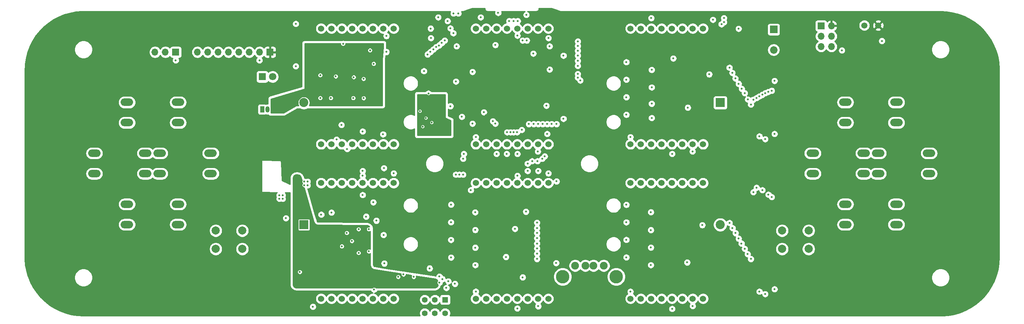
<source format=gbr>
G04 #@! TF.GenerationSoftware,KiCad,Pcbnew,(5.1.6-0-10_14)*
G04 #@! TF.CreationDate,2020-12-22T21:50:37-08:00*
G04 #@! TF.ProjectId,handheld,68616e64-6865-46c6-942e-6b696361645f,rev?*
G04 #@! TF.SameCoordinates,Original*
G04 #@! TF.FileFunction,Copper,L3,Inr*
G04 #@! TF.FilePolarity,Positive*
%FSLAX46Y46*%
G04 Gerber Fmt 4.6, Leading zero omitted, Abs format (unit mm)*
G04 Created by KiCad (PCBNEW (5.1.6-0-10_14)) date 2020-12-22 21:50:37*
%MOMM*%
%LPD*%
G01*
G04 APERTURE LIST*
G04 #@! TA.AperFunction,ViaPad*
%ADD10C,1.524000*%
G04 #@! TD*
G04 #@! TA.AperFunction,ViaPad*
%ADD11R,1.050000X1.500000*%
G04 #@! TD*
G04 #@! TA.AperFunction,ViaPad*
%ADD12O,1.050000X1.500000*%
G04 #@! TD*
G04 #@! TA.AperFunction,ViaPad*
%ADD13C,2.230000*%
G04 #@! TD*
G04 #@! TA.AperFunction,ViaPad*
%ADD14R,2.230000X2.230000*%
G04 #@! TD*
G04 #@! TA.AperFunction,ViaPad*
%ADD15C,1.800000*%
G04 #@! TD*
G04 #@! TA.AperFunction,ViaPad*
%ADD16R,1.800000X1.800000*%
G04 #@! TD*
G04 #@! TA.AperFunction,ViaPad*
%ADD17C,1.400000*%
G04 #@! TD*
G04 #@! TA.AperFunction,ViaPad*
%ADD18R,1.400000X1.400000*%
G04 #@! TD*
G04 #@! TA.AperFunction,ViaPad*
%ADD19C,2.000000*%
G04 #@! TD*
G04 #@! TA.AperFunction,ViaPad*
%ADD20C,1.850000*%
G04 #@! TD*
G04 #@! TA.AperFunction,ViaPad*
%ADD21R,1.850000X1.850000*%
G04 #@! TD*
G04 #@! TA.AperFunction,ViaPad*
%ADD22O,1.700000X1.700000*%
G04 #@! TD*
G04 #@! TA.AperFunction,ViaPad*
%ADD23R,1.700000X1.700000*%
G04 #@! TD*
G04 #@! TA.AperFunction,ViaPad*
%ADD24O,3.048000X1.850000*%
G04 #@! TD*
G04 #@! TA.AperFunction,ViaPad*
%ADD25C,1.500000*%
G04 #@! TD*
G04 #@! TA.AperFunction,ViaPad*
%ADD26C,1.900000*%
G04 #@! TD*
G04 #@! TA.AperFunction,ViaPad*
%ADD27C,3.300000*%
G04 #@! TD*
G04 #@! TA.AperFunction,ViaPad*
%ADD28C,0.508000*%
G04 #@! TD*
G04 #@! TA.AperFunction,Conductor*
%ADD29C,0.254000*%
G04 #@! TD*
G04 APERTURE END LIST*
D10*
X105610000Y-68450000D03*
X108150000Y-68450000D03*
X110690000Y-68450000D03*
X113230000Y-68450000D03*
X115770000Y-68450000D03*
X118310000Y-68450000D03*
X120850000Y-68450000D03*
X123390000Y-68450000D03*
X123390000Y-96850000D03*
X120850000Y-96850000D03*
X118310000Y-96850000D03*
X115770000Y-96850000D03*
X113230000Y-96850000D03*
X110690000Y-96850000D03*
X108150000Y-96850000D03*
X105610000Y-96850000D03*
D11*
X91200000Y-88300000D03*
D12*
X93740000Y-88300000D03*
X92470000Y-88300000D03*
D13*
X203400000Y-116600000D03*
D14*
X101400000Y-116600000D03*
D15*
X93740000Y-80300000D03*
D16*
X91200000Y-80300000D03*
D17*
X131000000Y-138300000D03*
X133500000Y-138300000D03*
X136000000Y-138300000D03*
X131000000Y-135000000D03*
X133500000Y-135000000D03*
D18*
X136000000Y-135000000D03*
D19*
X86300000Y-118050000D03*
X86300000Y-122550000D03*
X79800000Y-118050000D03*
X79800000Y-122550000D03*
X225050000Y-118050000D03*
X225050000Y-122550000D03*
X218550000Y-118050000D03*
X218550000Y-122550000D03*
D20*
X216500000Y-73700000D03*
D21*
X216500000Y-68700000D03*
D22*
X64920000Y-74250000D03*
X67460000Y-74250000D03*
D23*
X70000000Y-74250000D03*
D22*
X75320000Y-74250000D03*
X77860000Y-74250000D03*
X80400000Y-74250000D03*
X82940000Y-74250000D03*
X85480000Y-74250000D03*
X88020000Y-74250000D03*
X90560000Y-74250000D03*
D23*
X93100000Y-74250000D03*
D13*
X101400000Y-86650000D03*
D14*
X203400000Y-86650000D03*
D24*
X234050000Y-91560000D03*
X234050000Y-86560000D03*
X246550000Y-91560000D03*
X246550000Y-86560000D03*
X242050000Y-104060000D03*
X242050000Y-99060000D03*
X254550000Y-104060000D03*
X254550000Y-99060000D03*
X226050000Y-104060000D03*
X226050000Y-99060000D03*
X238550000Y-104060000D03*
X238550000Y-99060000D03*
X234050000Y-116560000D03*
X234050000Y-111560000D03*
X246550000Y-116560000D03*
X246550000Y-111560000D03*
X58050000Y-116560000D03*
X58050000Y-111560000D03*
X70550000Y-116560000D03*
X70550000Y-111560000D03*
X58050000Y-91560000D03*
X58050000Y-86560000D03*
X70550000Y-91560000D03*
X70550000Y-86560000D03*
X78550000Y-99060000D03*
X78550000Y-104060000D03*
X66050000Y-99060000D03*
X66050000Y-104060000D03*
X50050000Y-104060000D03*
X50050000Y-99060000D03*
X62550000Y-104060000D03*
X62550000Y-99060000D03*
D25*
X242100000Y-67700000D03*
X238700000Y-67700000D03*
D26*
X167850000Y-126640000D03*
X170350000Y-126640000D03*
X172350000Y-126640000D03*
X174850000Y-126640000D03*
D27*
X164780000Y-129350000D03*
X177920000Y-129350000D03*
D22*
X230640000Y-72880000D03*
X228100000Y-72880000D03*
X230640000Y-70340000D03*
X228100000Y-70340000D03*
X230640000Y-67800000D03*
D23*
X228100000Y-67800000D03*
D10*
X181410000Y-106350000D03*
X183950000Y-106350000D03*
X186490000Y-106350000D03*
X189030000Y-106350000D03*
X191570000Y-106350000D03*
X194110000Y-106350000D03*
X196650000Y-106350000D03*
X199190000Y-106350000D03*
X199190000Y-134750000D03*
X196650000Y-134750000D03*
X194110000Y-134750000D03*
X191570000Y-134750000D03*
X189030000Y-134750000D03*
X186490000Y-134750000D03*
X183950000Y-134750000D03*
X181410000Y-134750000D03*
X181410000Y-68450000D03*
X183950000Y-68450000D03*
X186490000Y-68450000D03*
X189030000Y-68450000D03*
X191570000Y-68450000D03*
X194110000Y-68450000D03*
X196650000Y-68450000D03*
X199190000Y-68450000D03*
X199190000Y-96850000D03*
X196650000Y-96850000D03*
X194110000Y-96850000D03*
X191570000Y-96850000D03*
X189030000Y-96850000D03*
X186490000Y-96850000D03*
X183950000Y-96850000D03*
X181410000Y-96850000D03*
X143510000Y-106350000D03*
X146050000Y-106350000D03*
X148590000Y-106350000D03*
X151130000Y-106350000D03*
X153670000Y-106350000D03*
X156210000Y-106350000D03*
X158750000Y-106350000D03*
X161290000Y-106350000D03*
X161290000Y-134750000D03*
X158750000Y-134750000D03*
X156210000Y-134750000D03*
X153670000Y-134750000D03*
X151130000Y-134750000D03*
X148590000Y-134750000D03*
X146050000Y-134750000D03*
X143510000Y-134750000D03*
X143510000Y-68450000D03*
X146050000Y-68450000D03*
X148590000Y-68450000D03*
X151130000Y-68450000D03*
X153670000Y-68450000D03*
X156210000Y-68450000D03*
X158750000Y-68450000D03*
X161290000Y-68450000D03*
X161290000Y-96850000D03*
X158750000Y-96850000D03*
X156210000Y-96850000D03*
X153670000Y-96850000D03*
X151130000Y-96850000D03*
X148590000Y-96850000D03*
X146050000Y-96850000D03*
X143510000Y-96850000D03*
X105610000Y-106350000D03*
X108150000Y-106350000D03*
X110690000Y-106350000D03*
X113230000Y-106350000D03*
X115770000Y-106350000D03*
X118310000Y-106350000D03*
X120850000Y-106350000D03*
X123390000Y-106350000D03*
X123390000Y-134750000D03*
X120850000Y-134750000D03*
X118310000Y-134750000D03*
X115770000Y-134750000D03*
X113230000Y-134750000D03*
X110690000Y-134750000D03*
X108150000Y-134750000D03*
X105610000Y-134750000D03*
D28*
X121100000Y-126100000D03*
X195300000Y-125850000D03*
X195450000Y-87850000D03*
X199000000Y-116700000D03*
X200700000Y-79700000D03*
X150900000Y-124500000D03*
X155800000Y-113400000D03*
X151200000Y-93900000D03*
X153600000Y-93900000D03*
X130800000Y-78900000D03*
X186600000Y-90400000D03*
X180400000Y-89600000D03*
X180400000Y-85300000D03*
X180400000Y-81000000D03*
X180400000Y-76700000D03*
X186600000Y-78600000D03*
X186600000Y-82900000D03*
X186600000Y-86900000D03*
X180400000Y-111700000D03*
X180400000Y-116000000D03*
X180400000Y-120300000D03*
X180400000Y-124600000D03*
X186400000Y-126500000D03*
X186400000Y-122200000D03*
X186400000Y-117900000D03*
X186400000Y-113500000D03*
X143400000Y-126500000D03*
X143383334Y-122216666D03*
X143383333Y-117883333D03*
X143350000Y-113550000D03*
X137450000Y-111650000D03*
X137416667Y-115983333D03*
X137416666Y-120316666D03*
X137450000Y-124650000D03*
X145500000Y-89000000D03*
X161600000Y-78500000D03*
X154800000Y-93300000D03*
X216700000Y-81300000D03*
X101500000Y-106000000D03*
X101500000Y-106900000D03*
X102300000Y-106900000D03*
X102300000Y-106000000D03*
X95400000Y-109400000D03*
X96200000Y-109400000D03*
X96200000Y-110200000D03*
X95400000Y-110200000D03*
X97000000Y-115000000D03*
X100400000Y-128200000D03*
X144700000Y-65700000D03*
X149000004Y-64600000D03*
X90500000Y-76250000D03*
X70000000Y-76250000D03*
X157600000Y-74600000D03*
X160800002Y-87400000D03*
X161000000Y-94300000D03*
X165000000Y-90600000D03*
X165000000Y-75100000D03*
X161600000Y-72800000D03*
X142700006Y-79100000D03*
X243000000Y-71500000D03*
X142700000Y-91800000D03*
X132700000Y-91500000D03*
X140100000Y-90100000D03*
X137300000Y-87500000D03*
X138650000Y-81450000D03*
X99400000Y-67300000D03*
X99400000Y-77700000D03*
X134600000Y-130800000D03*
X121600000Y-74200000D03*
X108000000Y-79000000D03*
X105500000Y-79000000D03*
X112000000Y-77000000D03*
X103600000Y-76400000D03*
X102800000Y-76400000D03*
X102900000Y-129100000D03*
X103000000Y-128000000D03*
X103000000Y-127000000D03*
X103000000Y-126000000D03*
X103000000Y-125000000D03*
X106750000Y-124500000D03*
X109250000Y-124500000D03*
X114750000Y-127750000D03*
X117500000Y-127750000D03*
X131925000Y-131075000D03*
X99600000Y-104800000D03*
X100600000Y-111000000D03*
X100600000Y-110000000D03*
X100600000Y-108000000D03*
X100600000Y-109000000D03*
X105500000Y-117700000D03*
X108000000Y-117700000D03*
X113900000Y-117700000D03*
X116000000Y-117700000D03*
X117305000Y-85505000D03*
X114900000Y-85500000D03*
X109305000Y-85504996D03*
X106200000Y-85500000D03*
X103600000Y-77400000D03*
X103600000Y-78400000D03*
X103600000Y-79400000D03*
X132500000Y-85400000D03*
X132500000Y-89500000D03*
X129800000Y-93300000D03*
X118500000Y-85500000D03*
X116700000Y-75600008D03*
X118400000Y-72300000D03*
X136900000Y-93300000D03*
X156500000Y-73400000D03*
X161000000Y-78000000D03*
X155500000Y-92700002D03*
X90500000Y-110100000D03*
X90500000Y-109100000D03*
X89400000Y-109100000D03*
X89400000Y-110100000D03*
X88300000Y-110100000D03*
X88300000Y-109100000D03*
X96900000Y-104600000D03*
X93250000Y-76250000D03*
X161600009Y-86799991D03*
X146000000Y-89700000D03*
X142000000Y-80000000D03*
X139600000Y-66000000D03*
X242999982Y-73800000D03*
X137300000Y-89400000D03*
X137300000Y-85400000D03*
X140100000Y-92500000D03*
X190300000Y-87800000D03*
X190300000Y-125800000D03*
X147300000Y-125800000D03*
X200900000Y-123800000D03*
X105650000Y-114100000D03*
X108150000Y-113600000D03*
X113150000Y-120600000D03*
X153700000Y-70200000D03*
X119150004Y-115600004D03*
X120900000Y-119100000D03*
X161300000Y-70800000D03*
X132449996Y-68450000D03*
X132499998Y-70800000D03*
X121600002Y-70300000D03*
X112000000Y-98000000D03*
X111000000Y-72200000D03*
X158700000Y-98600000D03*
X196600000Y-98600000D03*
X120800000Y-94400000D03*
X121000000Y-102700000D03*
X116650000Y-114600000D03*
X153700000Y-99200000D03*
X191600000Y-99200000D03*
X115800000Y-93700000D03*
X115800000Y-103400000D03*
X111900000Y-118600000D03*
X110690000Y-121890000D03*
X110600000Y-92100000D03*
X109400000Y-95700000D03*
X143500000Y-95100000D03*
X181400000Y-95100000D03*
X115800000Y-109300000D03*
X115800000Y-104600000D03*
X153700000Y-104600000D03*
X123400000Y-104000000D03*
X123390000Y-106350000D03*
X161300000Y-104000000D03*
X118400000Y-111100000D03*
X196650000Y-136533410D03*
X158800000Y-136600000D03*
X118600000Y-132500000D03*
X191600000Y-137233410D03*
X153666599Y-137133401D03*
X181400000Y-133000000D03*
X143500000Y-133000000D03*
X137300000Y-68400000D03*
X137999996Y-69600000D03*
X136600000Y-66600000D03*
X138400000Y-131100000D03*
X142299996Y-108100000D03*
X156200000Y-103400000D03*
X135900000Y-71400000D03*
X155000000Y-71400000D03*
X140400000Y-104299998D03*
X158800000Y-103400000D03*
X135200000Y-72000000D03*
X156000000Y-71400000D03*
X139500000Y-104300000D03*
X155000000Y-129500000D03*
X134600000Y-129300000D03*
X156200000Y-101600000D03*
X138600000Y-104300000D03*
X135325000Y-129925000D03*
X140400000Y-100400000D03*
X151100004Y-99200000D03*
X136775000Y-130475000D03*
X148600000Y-99200000D03*
X140600000Y-99200000D03*
X216000000Y-109800000D03*
X207900000Y-68500000D03*
X216000000Y-83700000D03*
X186500000Y-65900000D03*
X215200000Y-109200000D03*
X204300000Y-65900000D03*
X215200000Y-83999996D03*
X211500000Y-108600000D03*
X211500000Y-85900000D03*
X201600014Y-66300000D03*
X213700000Y-108100000D03*
X204300000Y-66900000D03*
X213700000Y-84699998D03*
X212300000Y-107500000D03*
X203699990Y-67400000D03*
X212300000Y-85500000D03*
X214400000Y-95600000D03*
X214400000Y-133600000D03*
X214400000Y-84299998D03*
X213000000Y-94900000D03*
X213000000Y-133000000D03*
X213000000Y-85100000D03*
X216700000Y-94300000D03*
X216700000Y-132400000D03*
X233200000Y-73800000D03*
X152781000Y-93900000D03*
X152019000Y-93900000D03*
X136300000Y-132100000D03*
X155900000Y-65100000D03*
X139250000Y-64750000D03*
X138050000Y-64750000D03*
X162100000Y-91900000D03*
X160399998Y-99800000D03*
X161000000Y-91900000D03*
X159799994Y-100400000D03*
X158800000Y-91900000D03*
X157299994Y-101000000D03*
X159900000Y-91900000D03*
X158599994Y-101000000D03*
X210900000Y-87100000D03*
X210900000Y-125000000D03*
X168500000Y-71599994D03*
X158500000Y-125000000D03*
X210150000Y-85850000D03*
X210100000Y-123800000D03*
X168500000Y-72700014D03*
X158500000Y-123700000D03*
X209400000Y-84300000D03*
X209400000Y-122500000D03*
X168500000Y-73900000D03*
X158500000Y-122400000D03*
X208650000Y-83250000D03*
X208600000Y-121200000D03*
X168500000Y-75100000D03*
X158500000Y-121200000D03*
X207900000Y-82000000D03*
X207900000Y-120000000D03*
X168500000Y-76400000D03*
X158500000Y-119900000D03*
X168500000Y-77600000D03*
X207100000Y-80700000D03*
X207150000Y-118650000D03*
X158500000Y-118600000D03*
X168500000Y-79600000D03*
X206350000Y-79350000D03*
X206400000Y-117400000D03*
X158500000Y-117400000D03*
X168500000Y-80500000D03*
X205650000Y-78050000D03*
X205650000Y-116150000D03*
X158501202Y-116101202D03*
X169100000Y-81200000D03*
X191900000Y-75800000D03*
X163200000Y-126000000D03*
X157700000Y-91900000D03*
X156500000Y-91900000D03*
X153099994Y-117600000D03*
X109200000Y-80200000D03*
X107999996Y-85500000D03*
X118500000Y-77100000D03*
X117600006Y-73800000D03*
X117300000Y-117700000D03*
X117300000Y-123129906D03*
X114800000Y-117700000D03*
X114800000Y-123504690D03*
X134500000Y-72600000D03*
X128300000Y-129400000D03*
X113600000Y-80400000D03*
X113494997Y-85504987D03*
X116000000Y-80800000D03*
X116035000Y-85534990D03*
X105400000Y-85500000D03*
X105400000Y-79900004D03*
X103600000Y-136700000D03*
X152800000Y-66600000D03*
X147700000Y-91200000D03*
X153800000Y-66600000D03*
X148300000Y-91800000D03*
X151700000Y-66600000D03*
X148300000Y-72500000D03*
X163300000Y-91900000D03*
X163300000Y-105955732D03*
X132199770Y-127299770D03*
X130500000Y-92500000D03*
X132400000Y-74200000D03*
X125800000Y-128800000D03*
X131300004Y-90400000D03*
X133100000Y-73600000D03*
X124500000Y-129400000D03*
X131900000Y-84400000D03*
X133800000Y-72999986D03*
X129800000Y-88700000D03*
X131700000Y-74800000D03*
X138800000Y-72800000D03*
X134300000Y-65700000D03*
D29*
X139250000Y-64750000D02*
X139250000Y-64750000D01*
G36*
X145740000Y-63567580D02*
G01*
X145736807Y-63600000D01*
X145749550Y-63729383D01*
X145787290Y-63853793D01*
X145848575Y-63968450D01*
X145903994Y-64035978D01*
X145931052Y-64068948D01*
X146031550Y-64151425D01*
X146146207Y-64212710D01*
X146270617Y-64250450D01*
X146400000Y-64263193D01*
X146432419Y-64260000D01*
X148178590Y-64260000D01*
X148145168Y-64340688D01*
X148111004Y-64512441D01*
X148111004Y-64687559D01*
X148145168Y-64859312D01*
X148212183Y-65021099D01*
X148309473Y-65166704D01*
X148433300Y-65290531D01*
X148578905Y-65387821D01*
X148740692Y-65454836D01*
X148912445Y-65489000D01*
X149087563Y-65489000D01*
X149259316Y-65454836D01*
X149421103Y-65387821D01*
X149566708Y-65290531D01*
X149690535Y-65166704D01*
X149787825Y-65021099D01*
X149854840Y-64859312D01*
X149889004Y-64687559D01*
X149889004Y-64512441D01*
X149854840Y-64340688D01*
X149821418Y-64260000D01*
X155604871Y-64260000D01*
X155478901Y-64312179D01*
X155333296Y-64409469D01*
X155209469Y-64533296D01*
X155112179Y-64678901D01*
X155045164Y-64840688D01*
X155011000Y-65012441D01*
X155011000Y-65187559D01*
X155045164Y-65359312D01*
X155112179Y-65521099D01*
X155209469Y-65666704D01*
X155333296Y-65790531D01*
X155478901Y-65887821D01*
X155640688Y-65954836D01*
X155812441Y-65989000D01*
X155987559Y-65989000D01*
X156159312Y-65954836D01*
X156321099Y-65887821D01*
X156433913Y-65812441D01*
X185611000Y-65812441D01*
X185611000Y-65987559D01*
X185645164Y-66159312D01*
X185712179Y-66321099D01*
X185809469Y-66466704D01*
X185933296Y-66590531D01*
X186078901Y-66687821D01*
X186240688Y-66754836D01*
X186412441Y-66789000D01*
X186587559Y-66789000D01*
X186759312Y-66754836D01*
X186921099Y-66687821D01*
X187066704Y-66590531D01*
X187190531Y-66466704D01*
X187287821Y-66321099D01*
X187332829Y-66212441D01*
X200711014Y-66212441D01*
X200711014Y-66387559D01*
X200745178Y-66559312D01*
X200812193Y-66721099D01*
X200909483Y-66866704D01*
X201033310Y-66990531D01*
X201178915Y-67087821D01*
X201340702Y-67154836D01*
X201512455Y-67189000D01*
X201687573Y-67189000D01*
X201859326Y-67154836D01*
X202021113Y-67087821D01*
X202166718Y-66990531D01*
X202290545Y-66866704D01*
X202387835Y-66721099D01*
X202454850Y-66559312D01*
X202489014Y-66387559D01*
X202489014Y-66212441D01*
X202454850Y-66040688D01*
X202387835Y-65878901D01*
X202290545Y-65733296D01*
X202166718Y-65609469D01*
X202021113Y-65512179D01*
X201859326Y-65445164D01*
X201687573Y-65411000D01*
X201512455Y-65411000D01*
X201340702Y-65445164D01*
X201178915Y-65512179D01*
X201033310Y-65609469D01*
X200909483Y-65733296D01*
X200812193Y-65878901D01*
X200745178Y-66040688D01*
X200711014Y-66212441D01*
X187332829Y-66212441D01*
X187354836Y-66159312D01*
X187389000Y-65987559D01*
X187389000Y-65812441D01*
X187354836Y-65640688D01*
X187287821Y-65478901D01*
X187190531Y-65333296D01*
X187066704Y-65209469D01*
X186921099Y-65112179D01*
X186759312Y-65045164D01*
X186587559Y-65011000D01*
X186412441Y-65011000D01*
X186240688Y-65045164D01*
X186078901Y-65112179D01*
X185933296Y-65209469D01*
X185809469Y-65333296D01*
X185712179Y-65478901D01*
X185645164Y-65640688D01*
X185611000Y-65812441D01*
X156433913Y-65812441D01*
X156466704Y-65790531D01*
X156590531Y-65666704D01*
X156687821Y-65521099D01*
X156754836Y-65359312D01*
X156789000Y-65187559D01*
X156789000Y-65012441D01*
X156754836Y-64840688D01*
X156687821Y-64678901D01*
X156590531Y-64533296D01*
X156466704Y-64409469D01*
X156321099Y-64312179D01*
X156195129Y-64260000D01*
X158267581Y-64260000D01*
X158300000Y-64263193D01*
X158332419Y-64260000D01*
X158429383Y-64250450D01*
X158553793Y-64212710D01*
X158668450Y-64151425D01*
X158768948Y-64068948D01*
X158851425Y-63968450D01*
X158912710Y-63853793D01*
X158950450Y-63729383D01*
X158963193Y-63600000D01*
X158960000Y-63567581D01*
X158960000Y-63477000D01*
X162106845Y-63477000D01*
X164026674Y-64202269D01*
X164046207Y-64212710D01*
X164087341Y-64225188D01*
X164097082Y-64228868D01*
X164118351Y-64234595D01*
X164170617Y-64250450D01*
X164181049Y-64251477D01*
X164191164Y-64254201D01*
X164245628Y-64257838D01*
X164267581Y-64260000D01*
X164278008Y-64260000D01*
X164320883Y-64262863D01*
X164342840Y-64260000D01*
X257432419Y-64260000D01*
X257455161Y-64257760D01*
X258874567Y-64330906D01*
X260333513Y-64558066D01*
X261761375Y-64933992D01*
X263143041Y-65454703D01*
X264463858Y-66114678D01*
X265709839Y-66906927D01*
X266867777Y-67823054D01*
X267925421Y-68853365D01*
X268871540Y-69986920D01*
X269696134Y-71211734D01*
X270390461Y-72514830D01*
X270947156Y-73882380D01*
X271360331Y-75299918D01*
X271625605Y-76752422D01*
X271741142Y-78237026D01*
X271744828Y-78518563D01*
X271740000Y-78567582D01*
X271740001Y-124632419D01*
X271742240Y-124655154D01*
X271669094Y-126074567D01*
X271441934Y-127533513D01*
X271066008Y-128961375D01*
X270545297Y-130343042D01*
X269885322Y-131663858D01*
X269093076Y-132909834D01*
X268176946Y-134067778D01*
X267146646Y-135125411D01*
X266013080Y-136071540D01*
X264788266Y-136896134D01*
X263485170Y-137590461D01*
X262117624Y-138147155D01*
X260700082Y-138560331D01*
X259247578Y-138825604D01*
X257762974Y-138941142D01*
X257481438Y-138944828D01*
X257432419Y-138940000D01*
X137177955Y-138940000D01*
X137183061Y-138932359D01*
X137283696Y-138689405D01*
X137335000Y-138431486D01*
X137335000Y-138168514D01*
X137283696Y-137910595D01*
X137183061Y-137667641D01*
X137036962Y-137448987D01*
X136851013Y-137263038D01*
X136632359Y-137116939D01*
X136460716Y-137045842D01*
X152777599Y-137045842D01*
X152777599Y-137220960D01*
X152811763Y-137392713D01*
X152878778Y-137554500D01*
X152976068Y-137700105D01*
X153099895Y-137823932D01*
X153245500Y-137921222D01*
X153407287Y-137988237D01*
X153579040Y-138022401D01*
X153754158Y-138022401D01*
X153925911Y-137988237D01*
X154087698Y-137921222D01*
X154233303Y-137823932D01*
X154357130Y-137700105D01*
X154454420Y-137554500D01*
X154521435Y-137392713D01*
X154555599Y-137220960D01*
X154555599Y-137045842D01*
X154521435Y-136874089D01*
X154454420Y-136712302D01*
X154357130Y-136566697D01*
X154233303Y-136442870D01*
X154087698Y-136345580D01*
X153925911Y-136278565D01*
X153754158Y-136244401D01*
X153579040Y-136244401D01*
X153407287Y-136278565D01*
X153245500Y-136345580D01*
X153099895Y-136442870D01*
X152976068Y-136566697D01*
X152878778Y-136712302D01*
X152811763Y-136874089D01*
X152777599Y-137045842D01*
X136460716Y-137045842D01*
X136389405Y-137016304D01*
X136131486Y-136965000D01*
X135868514Y-136965000D01*
X135610595Y-137016304D01*
X135367641Y-137116939D01*
X135148987Y-137263038D01*
X134963038Y-137448987D01*
X134816939Y-137667641D01*
X134750000Y-137829246D01*
X134683061Y-137667641D01*
X134536962Y-137448987D01*
X134351013Y-137263038D01*
X134132359Y-137116939D01*
X133889405Y-137016304D01*
X133631486Y-136965000D01*
X133368514Y-136965000D01*
X133110595Y-137016304D01*
X132867641Y-137116939D01*
X132648987Y-137263038D01*
X132463038Y-137448987D01*
X132316939Y-137667641D01*
X132250000Y-137829246D01*
X132183061Y-137667641D01*
X132036962Y-137448987D01*
X131851013Y-137263038D01*
X131632359Y-137116939D01*
X131389405Y-137016304D01*
X131131486Y-136965000D01*
X130868514Y-136965000D01*
X130610595Y-137016304D01*
X130367641Y-137116939D01*
X130148987Y-137263038D01*
X129963038Y-137448987D01*
X129816939Y-137667641D01*
X129716304Y-137910595D01*
X129665000Y-138168514D01*
X129665000Y-138431486D01*
X129716304Y-138689405D01*
X129816939Y-138932359D01*
X129822045Y-138940000D01*
X47367581Y-138940000D01*
X47344839Y-138942240D01*
X45925433Y-138869094D01*
X44466487Y-138641934D01*
X43038625Y-138266008D01*
X41656958Y-137745297D01*
X40336142Y-137085322D01*
X39592436Y-136612441D01*
X102711000Y-136612441D01*
X102711000Y-136787559D01*
X102745164Y-136959312D01*
X102812179Y-137121099D01*
X102909469Y-137266704D01*
X103033296Y-137390531D01*
X103178901Y-137487821D01*
X103340688Y-137554836D01*
X103512441Y-137589000D01*
X103687559Y-137589000D01*
X103859312Y-137554836D01*
X104021099Y-137487821D01*
X104166704Y-137390531D01*
X104290531Y-137266704D01*
X104387821Y-137121099D01*
X104454836Y-136959312D01*
X104489000Y-136787559D01*
X104489000Y-136612441D01*
X104454836Y-136440688D01*
X104387821Y-136278901D01*
X104290531Y-136133296D01*
X104166704Y-136009469D01*
X104021099Y-135912179D01*
X103859312Y-135845164D01*
X103687559Y-135811000D01*
X103512441Y-135811000D01*
X103340688Y-135845164D01*
X103178901Y-135912179D01*
X103033296Y-136009469D01*
X102909469Y-136133296D01*
X102812179Y-136278901D01*
X102745164Y-136440688D01*
X102711000Y-136612441D01*
X39592436Y-136612441D01*
X39090166Y-136293076D01*
X37932222Y-135376946D01*
X36874589Y-134346646D01*
X35928460Y-133213080D01*
X35103866Y-131988266D01*
X34409539Y-130685170D01*
X33878185Y-129379872D01*
X45165000Y-129379872D01*
X45165000Y-129820128D01*
X45250890Y-130251925D01*
X45419369Y-130658669D01*
X45663962Y-131024729D01*
X45975271Y-131336038D01*
X46341331Y-131580631D01*
X46748075Y-131749110D01*
X47179872Y-131835000D01*
X47620128Y-131835000D01*
X48051925Y-131749110D01*
X48458669Y-131580631D01*
X48824729Y-131336038D01*
X49136038Y-131024729D01*
X49380631Y-130658669D01*
X49549110Y-130251925D01*
X49635000Y-129820128D01*
X49635000Y-129379872D01*
X49549110Y-128948075D01*
X49380631Y-128541331D01*
X49136038Y-128175271D01*
X48824729Y-127863962D01*
X48458669Y-127619369D01*
X48051925Y-127450890D01*
X47620128Y-127365000D01*
X47179872Y-127365000D01*
X46748075Y-127450890D01*
X46341331Y-127619369D01*
X45975271Y-127863962D01*
X45663962Y-128175271D01*
X45419369Y-128541331D01*
X45250890Y-128948075D01*
X45165000Y-129379872D01*
X33878185Y-129379872D01*
X33852845Y-129317624D01*
X33439669Y-127900082D01*
X33174396Y-126447578D01*
X33058858Y-124962974D01*
X33055172Y-124681438D01*
X33060000Y-124632419D01*
X33060000Y-122388967D01*
X78165000Y-122388967D01*
X78165000Y-122711033D01*
X78227832Y-123026912D01*
X78351082Y-123324463D01*
X78530013Y-123592252D01*
X78757748Y-123819987D01*
X79025537Y-123998918D01*
X79323088Y-124122168D01*
X79638967Y-124185000D01*
X79961033Y-124185000D01*
X80276912Y-124122168D01*
X80574463Y-123998918D01*
X80842252Y-123819987D01*
X81069987Y-123592252D01*
X81248918Y-123324463D01*
X81372168Y-123026912D01*
X81435000Y-122711033D01*
X81435000Y-122388967D01*
X84665000Y-122388967D01*
X84665000Y-122711033D01*
X84727832Y-123026912D01*
X84851082Y-123324463D01*
X85030013Y-123592252D01*
X85257748Y-123819987D01*
X85525537Y-123998918D01*
X85823088Y-124122168D01*
X86138967Y-124185000D01*
X86461033Y-124185000D01*
X86776912Y-124122168D01*
X87074463Y-123998918D01*
X87342252Y-123819987D01*
X87569987Y-123592252D01*
X87748918Y-123324463D01*
X87872168Y-123026912D01*
X87935000Y-122711033D01*
X87935000Y-122388967D01*
X87872168Y-122073088D01*
X87748918Y-121775537D01*
X87569987Y-121507748D01*
X87342252Y-121280013D01*
X87074463Y-121101082D01*
X86776912Y-120977832D01*
X86461033Y-120915000D01*
X86138967Y-120915000D01*
X85823088Y-120977832D01*
X85525537Y-121101082D01*
X85257748Y-121280013D01*
X85030013Y-121507748D01*
X84851082Y-121775537D01*
X84727832Y-122073088D01*
X84665000Y-122388967D01*
X81435000Y-122388967D01*
X81372168Y-122073088D01*
X81248918Y-121775537D01*
X81069987Y-121507748D01*
X80842252Y-121280013D01*
X80574463Y-121101082D01*
X80276912Y-120977832D01*
X79961033Y-120915000D01*
X79638967Y-120915000D01*
X79323088Y-120977832D01*
X79025537Y-121101082D01*
X78757748Y-121280013D01*
X78530013Y-121507748D01*
X78351082Y-121775537D01*
X78227832Y-122073088D01*
X78165000Y-122388967D01*
X33060000Y-122388967D01*
X33060000Y-116560000D01*
X55883452Y-116560000D01*
X55913572Y-116865813D01*
X56002774Y-117159875D01*
X56147631Y-117430883D01*
X56342576Y-117668424D01*
X56580117Y-117863369D01*
X56851125Y-118008226D01*
X57145187Y-118097428D01*
X57374364Y-118120000D01*
X58725636Y-118120000D01*
X58954813Y-118097428D01*
X59248875Y-118008226D01*
X59519883Y-117863369D01*
X59757424Y-117668424D01*
X59952369Y-117430883D01*
X60097226Y-117159875D01*
X60186428Y-116865813D01*
X60216548Y-116560000D01*
X68383452Y-116560000D01*
X68413572Y-116865813D01*
X68502774Y-117159875D01*
X68647631Y-117430883D01*
X68842576Y-117668424D01*
X69080117Y-117863369D01*
X69351125Y-118008226D01*
X69645187Y-118097428D01*
X69874364Y-118120000D01*
X71225636Y-118120000D01*
X71454813Y-118097428D01*
X71748875Y-118008226D01*
X71971992Y-117888967D01*
X78165000Y-117888967D01*
X78165000Y-118211033D01*
X78227832Y-118526912D01*
X78351082Y-118824463D01*
X78530013Y-119092252D01*
X78757748Y-119319987D01*
X79025537Y-119498918D01*
X79323088Y-119622168D01*
X79638967Y-119685000D01*
X79961033Y-119685000D01*
X80276912Y-119622168D01*
X80574463Y-119498918D01*
X80842252Y-119319987D01*
X81069987Y-119092252D01*
X81248918Y-118824463D01*
X81372168Y-118526912D01*
X81435000Y-118211033D01*
X81435000Y-117888967D01*
X84665000Y-117888967D01*
X84665000Y-118211033D01*
X84727832Y-118526912D01*
X84851082Y-118824463D01*
X85030013Y-119092252D01*
X85257748Y-119319987D01*
X85525537Y-119498918D01*
X85823088Y-119622168D01*
X86138967Y-119685000D01*
X86461033Y-119685000D01*
X86776912Y-119622168D01*
X87074463Y-119498918D01*
X87342252Y-119319987D01*
X87569987Y-119092252D01*
X87748918Y-118824463D01*
X87872168Y-118526912D01*
X87935000Y-118211033D01*
X87935000Y-117888967D01*
X87872168Y-117573088D01*
X87748918Y-117275537D01*
X87569987Y-117007748D01*
X87342252Y-116780013D01*
X87074463Y-116601082D01*
X86776912Y-116477832D01*
X86461033Y-116415000D01*
X86138967Y-116415000D01*
X85823088Y-116477832D01*
X85525537Y-116601082D01*
X85257748Y-116780013D01*
X85030013Y-117007748D01*
X84851082Y-117275537D01*
X84727832Y-117573088D01*
X84665000Y-117888967D01*
X81435000Y-117888967D01*
X81372168Y-117573088D01*
X81248918Y-117275537D01*
X81069987Y-117007748D01*
X80842252Y-116780013D01*
X80574463Y-116601082D01*
X80276912Y-116477832D01*
X79961033Y-116415000D01*
X79638967Y-116415000D01*
X79323088Y-116477832D01*
X79025537Y-116601082D01*
X78757748Y-116780013D01*
X78530013Y-117007748D01*
X78351082Y-117275537D01*
X78227832Y-117573088D01*
X78165000Y-117888967D01*
X71971992Y-117888967D01*
X72019883Y-117863369D01*
X72257424Y-117668424D01*
X72452369Y-117430883D01*
X72597226Y-117159875D01*
X72686428Y-116865813D01*
X72716548Y-116560000D01*
X72686428Y-116254187D01*
X72597226Y-115960125D01*
X72452369Y-115689117D01*
X72257424Y-115451576D01*
X72019883Y-115256631D01*
X71748875Y-115111774D01*
X71454813Y-115022572D01*
X71225636Y-115000000D01*
X69874364Y-115000000D01*
X69645187Y-115022572D01*
X69351125Y-115111774D01*
X69080117Y-115256631D01*
X68842576Y-115451576D01*
X68647631Y-115689117D01*
X68502774Y-115960125D01*
X68413572Y-116254187D01*
X68383452Y-116560000D01*
X60216548Y-116560000D01*
X60186428Y-116254187D01*
X60097226Y-115960125D01*
X59952369Y-115689117D01*
X59757424Y-115451576D01*
X59519883Y-115256631D01*
X59248875Y-115111774D01*
X58954813Y-115022572D01*
X58725636Y-115000000D01*
X57374364Y-115000000D01*
X57145187Y-115022572D01*
X56851125Y-115111774D01*
X56580117Y-115256631D01*
X56342576Y-115451576D01*
X56147631Y-115689117D01*
X56002774Y-115960125D01*
X55913572Y-116254187D01*
X55883452Y-116560000D01*
X33060000Y-116560000D01*
X33060000Y-114912441D01*
X96111000Y-114912441D01*
X96111000Y-115087559D01*
X96145164Y-115259312D01*
X96212179Y-115421099D01*
X96309469Y-115566704D01*
X96433296Y-115690531D01*
X96578901Y-115787821D01*
X96740688Y-115854836D01*
X96912441Y-115889000D01*
X97087559Y-115889000D01*
X97259312Y-115854836D01*
X97421099Y-115787821D01*
X97566704Y-115690531D01*
X97690531Y-115566704D01*
X97787821Y-115421099D01*
X97854836Y-115259312D01*
X97889000Y-115087559D01*
X97889000Y-114912441D01*
X97854836Y-114740688D01*
X97787821Y-114578901D01*
X97690531Y-114433296D01*
X97566704Y-114309469D01*
X97421099Y-114212179D01*
X97259312Y-114145164D01*
X97087559Y-114111000D01*
X96912441Y-114111000D01*
X96740688Y-114145164D01*
X96578901Y-114212179D01*
X96433296Y-114309469D01*
X96309469Y-114433296D01*
X96212179Y-114578901D01*
X96145164Y-114740688D01*
X96111000Y-114912441D01*
X33060000Y-114912441D01*
X33060000Y-111560000D01*
X55883452Y-111560000D01*
X55913572Y-111865813D01*
X56002774Y-112159875D01*
X56147631Y-112430883D01*
X56342576Y-112668424D01*
X56580117Y-112863369D01*
X56851125Y-113008226D01*
X57145187Y-113097428D01*
X57374364Y-113120000D01*
X58725636Y-113120000D01*
X58954813Y-113097428D01*
X59248875Y-113008226D01*
X59519883Y-112863369D01*
X59757424Y-112668424D01*
X59952369Y-112430883D01*
X60097226Y-112159875D01*
X60186428Y-111865813D01*
X60216548Y-111560000D01*
X68383452Y-111560000D01*
X68413572Y-111865813D01*
X68502774Y-112159875D01*
X68647631Y-112430883D01*
X68842576Y-112668424D01*
X69080117Y-112863369D01*
X69351125Y-113008226D01*
X69645187Y-113097428D01*
X69874364Y-113120000D01*
X71225636Y-113120000D01*
X71454813Y-113097428D01*
X71748875Y-113008226D01*
X72019883Y-112863369D01*
X72257424Y-112668424D01*
X72452369Y-112430883D01*
X72597226Y-112159875D01*
X72686428Y-111865813D01*
X72716548Y-111560000D01*
X72686428Y-111254187D01*
X72597226Y-110960125D01*
X72452369Y-110689117D01*
X72257424Y-110451576D01*
X72019883Y-110256631D01*
X71748875Y-110111774D01*
X71454813Y-110022572D01*
X71225636Y-110000000D01*
X69874364Y-110000000D01*
X69645187Y-110022572D01*
X69351125Y-110111774D01*
X69080117Y-110256631D01*
X68842576Y-110451576D01*
X68647631Y-110689117D01*
X68502774Y-110960125D01*
X68413572Y-111254187D01*
X68383452Y-111560000D01*
X60216548Y-111560000D01*
X60186428Y-111254187D01*
X60097226Y-110960125D01*
X59952369Y-110689117D01*
X59757424Y-110451576D01*
X59519883Y-110256631D01*
X59248875Y-110111774D01*
X58954813Y-110022572D01*
X58725636Y-110000000D01*
X57374364Y-110000000D01*
X57145187Y-110022572D01*
X56851125Y-110111774D01*
X56580117Y-110256631D01*
X56342576Y-110451576D01*
X56147631Y-110689117D01*
X56002774Y-110960125D01*
X55913572Y-111254187D01*
X55883452Y-111560000D01*
X33060000Y-111560000D01*
X33060000Y-104060000D01*
X47883452Y-104060000D01*
X47913572Y-104365813D01*
X48002774Y-104659875D01*
X48147631Y-104930883D01*
X48342576Y-105168424D01*
X48580117Y-105363369D01*
X48851125Y-105508226D01*
X49145187Y-105597428D01*
X49374364Y-105620000D01*
X50725636Y-105620000D01*
X50954813Y-105597428D01*
X51248875Y-105508226D01*
X51519883Y-105363369D01*
X51757424Y-105168424D01*
X51952369Y-104930883D01*
X52097226Y-104659875D01*
X52186428Y-104365813D01*
X52216548Y-104060000D01*
X60383452Y-104060000D01*
X60413572Y-104365813D01*
X60502774Y-104659875D01*
X60647631Y-104930883D01*
X60842576Y-105168424D01*
X61080117Y-105363369D01*
X61351125Y-105508226D01*
X61645187Y-105597428D01*
X61874364Y-105620000D01*
X63225636Y-105620000D01*
X63454813Y-105597428D01*
X63748875Y-105508226D01*
X64019883Y-105363369D01*
X64257424Y-105168424D01*
X64300000Y-105116545D01*
X64342576Y-105168424D01*
X64580117Y-105363369D01*
X64851125Y-105508226D01*
X65145187Y-105597428D01*
X65374364Y-105620000D01*
X66725636Y-105620000D01*
X66954813Y-105597428D01*
X67248875Y-105508226D01*
X67519883Y-105363369D01*
X67757424Y-105168424D01*
X67952369Y-104930883D01*
X68097226Y-104659875D01*
X68186428Y-104365813D01*
X68216548Y-104060000D01*
X76383452Y-104060000D01*
X76413572Y-104365813D01*
X76502774Y-104659875D01*
X76647631Y-104930883D01*
X76842576Y-105168424D01*
X77080117Y-105363369D01*
X77351125Y-105508226D01*
X77645187Y-105597428D01*
X77874364Y-105620000D01*
X79225636Y-105620000D01*
X79454813Y-105597428D01*
X79748875Y-105508226D01*
X80019883Y-105363369D01*
X80257424Y-105168424D01*
X80452369Y-104930883D01*
X80597226Y-104659875D01*
X80686428Y-104365813D01*
X80716548Y-104060000D01*
X80686428Y-103754187D01*
X80597226Y-103460125D01*
X80452369Y-103189117D01*
X80257424Y-102951576D01*
X80019883Y-102756631D01*
X79748875Y-102611774D01*
X79454813Y-102522572D01*
X79225636Y-102500000D01*
X77874364Y-102500000D01*
X77645187Y-102522572D01*
X77351125Y-102611774D01*
X77080117Y-102756631D01*
X76842576Y-102951576D01*
X76647631Y-103189117D01*
X76502774Y-103460125D01*
X76413572Y-103754187D01*
X76383452Y-104060000D01*
X68216548Y-104060000D01*
X68186428Y-103754187D01*
X68097226Y-103460125D01*
X67952369Y-103189117D01*
X67757424Y-102951576D01*
X67519883Y-102756631D01*
X67248875Y-102611774D01*
X66954813Y-102522572D01*
X66725636Y-102500000D01*
X65374364Y-102500000D01*
X65145187Y-102522572D01*
X64851125Y-102611774D01*
X64580117Y-102756631D01*
X64342576Y-102951576D01*
X64300000Y-103003455D01*
X64257424Y-102951576D01*
X64019883Y-102756631D01*
X63748875Y-102611774D01*
X63454813Y-102522572D01*
X63225636Y-102500000D01*
X61874364Y-102500000D01*
X61645187Y-102522572D01*
X61351125Y-102611774D01*
X61080117Y-102756631D01*
X60842576Y-102951576D01*
X60647631Y-103189117D01*
X60502774Y-103460125D01*
X60413572Y-103754187D01*
X60383452Y-104060000D01*
X52216548Y-104060000D01*
X52186428Y-103754187D01*
X52097226Y-103460125D01*
X51952369Y-103189117D01*
X51757424Y-102951576D01*
X51519883Y-102756631D01*
X51248875Y-102611774D01*
X50954813Y-102522572D01*
X50725636Y-102500000D01*
X49374364Y-102500000D01*
X49145187Y-102522572D01*
X48851125Y-102611774D01*
X48580117Y-102756631D01*
X48342576Y-102951576D01*
X48147631Y-103189117D01*
X48002774Y-103460125D01*
X47913572Y-103754187D01*
X47883452Y-104060000D01*
X33060000Y-104060000D01*
X33060000Y-100900000D01*
X91073000Y-100900000D01*
X91073000Y-108500000D01*
X91075084Y-108522915D01*
X91081955Y-108546844D01*
X91093362Y-108568974D01*
X91108867Y-108588452D01*
X91127875Y-108604532D01*
X91149654Y-108616594D01*
X91173367Y-108624176D01*
X91198105Y-108626986D01*
X94874617Y-108681859D01*
X94833296Y-108709469D01*
X94709469Y-108833296D01*
X94612179Y-108978901D01*
X94545164Y-109140688D01*
X94511000Y-109312441D01*
X94511000Y-109487559D01*
X94545164Y-109659312D01*
X94603439Y-109800000D01*
X94545164Y-109940688D01*
X94511000Y-110112441D01*
X94511000Y-110287559D01*
X94545164Y-110459312D01*
X94612179Y-110621099D01*
X94709469Y-110766704D01*
X94833296Y-110890531D01*
X94978901Y-110987821D01*
X95140688Y-111054836D01*
X95312441Y-111089000D01*
X95487559Y-111089000D01*
X95659312Y-111054836D01*
X95800000Y-110996561D01*
X95940688Y-111054836D01*
X96112441Y-111089000D01*
X96287559Y-111089000D01*
X96459312Y-111054836D01*
X96621099Y-110987821D01*
X96766704Y-110890531D01*
X96890531Y-110766704D01*
X96987821Y-110621099D01*
X97054836Y-110459312D01*
X97089000Y-110287559D01*
X97089000Y-110112441D01*
X97054836Y-109940688D01*
X96996561Y-109800000D01*
X97054836Y-109659312D01*
X97089000Y-109487559D01*
X97089000Y-109312441D01*
X97054836Y-109140688D01*
X96987821Y-108978901D01*
X96890531Y-108833296D01*
X96767344Y-108710109D01*
X97898105Y-108726986D01*
X97924776Y-108724560D01*
X97948601Y-108717333D01*
X97965000Y-108708567D01*
X97965000Y-131200000D01*
X97968058Y-131262242D01*
X97987273Y-131457332D01*
X98011557Y-131579419D01*
X98068462Y-131767012D01*
X98116100Y-131882020D01*
X98208510Y-132054907D01*
X98277668Y-132158409D01*
X98402031Y-132309946D01*
X98490054Y-132397969D01*
X98641591Y-132522332D01*
X98745093Y-132591490D01*
X98917980Y-132683900D01*
X99032988Y-132731538D01*
X99220581Y-132788443D01*
X99342668Y-132812727D01*
X99537758Y-132831942D01*
X99600000Y-132835000D01*
X117776515Y-132835000D01*
X117812179Y-132921099D01*
X117909469Y-133066704D01*
X118033296Y-133190531D01*
X118178901Y-133287821D01*
X118336256Y-133353000D01*
X118172408Y-133353000D01*
X117902510Y-133406686D01*
X117648273Y-133511995D01*
X117419465Y-133664880D01*
X117224880Y-133859465D01*
X117071995Y-134088273D01*
X117040000Y-134165515D01*
X117008005Y-134088273D01*
X116855120Y-133859465D01*
X116660535Y-133664880D01*
X116431727Y-133511995D01*
X116177490Y-133406686D01*
X115907592Y-133353000D01*
X115632408Y-133353000D01*
X115362510Y-133406686D01*
X115108273Y-133511995D01*
X114879465Y-133664880D01*
X114684880Y-133859465D01*
X114531995Y-134088273D01*
X114500000Y-134165515D01*
X114468005Y-134088273D01*
X114315120Y-133859465D01*
X114120535Y-133664880D01*
X113891727Y-133511995D01*
X113637490Y-133406686D01*
X113367592Y-133353000D01*
X113092408Y-133353000D01*
X112822510Y-133406686D01*
X112568273Y-133511995D01*
X112339465Y-133664880D01*
X112144880Y-133859465D01*
X111991995Y-134088273D01*
X111960000Y-134165515D01*
X111928005Y-134088273D01*
X111775120Y-133859465D01*
X111580535Y-133664880D01*
X111351727Y-133511995D01*
X111097490Y-133406686D01*
X110827592Y-133353000D01*
X110552408Y-133353000D01*
X110282510Y-133406686D01*
X110028273Y-133511995D01*
X109799465Y-133664880D01*
X109604880Y-133859465D01*
X109451995Y-134088273D01*
X109420000Y-134165515D01*
X109388005Y-134088273D01*
X109235120Y-133859465D01*
X109040535Y-133664880D01*
X108811727Y-133511995D01*
X108557490Y-133406686D01*
X108287592Y-133353000D01*
X108012408Y-133353000D01*
X107742510Y-133406686D01*
X107488273Y-133511995D01*
X107259465Y-133664880D01*
X107064880Y-133859465D01*
X106911995Y-134088273D01*
X106880000Y-134165515D01*
X106848005Y-134088273D01*
X106695120Y-133859465D01*
X106500535Y-133664880D01*
X106271727Y-133511995D01*
X106017490Y-133406686D01*
X105747592Y-133353000D01*
X105472408Y-133353000D01*
X105202510Y-133406686D01*
X104948273Y-133511995D01*
X104719465Y-133664880D01*
X104524880Y-133859465D01*
X104371995Y-134088273D01*
X104266686Y-134342510D01*
X104213000Y-134612408D01*
X104213000Y-134887592D01*
X104266686Y-135157490D01*
X104371995Y-135411727D01*
X104524880Y-135640535D01*
X104719465Y-135835120D01*
X104948273Y-135988005D01*
X105202510Y-136093314D01*
X105472408Y-136147000D01*
X105747592Y-136147000D01*
X106017490Y-136093314D01*
X106271727Y-135988005D01*
X106500535Y-135835120D01*
X106695120Y-135640535D01*
X106848005Y-135411727D01*
X106880000Y-135334485D01*
X106911995Y-135411727D01*
X107064880Y-135640535D01*
X107259465Y-135835120D01*
X107488273Y-135988005D01*
X107742510Y-136093314D01*
X108012408Y-136147000D01*
X108287592Y-136147000D01*
X108557490Y-136093314D01*
X108811727Y-135988005D01*
X109040535Y-135835120D01*
X109235120Y-135640535D01*
X109388005Y-135411727D01*
X109420000Y-135334485D01*
X109451995Y-135411727D01*
X109604880Y-135640535D01*
X109799465Y-135835120D01*
X110028273Y-135988005D01*
X110282510Y-136093314D01*
X110552408Y-136147000D01*
X110827592Y-136147000D01*
X111097490Y-136093314D01*
X111351727Y-135988005D01*
X111580535Y-135835120D01*
X111775120Y-135640535D01*
X111928005Y-135411727D01*
X111960000Y-135334485D01*
X111991995Y-135411727D01*
X112144880Y-135640535D01*
X112339465Y-135835120D01*
X112568273Y-135988005D01*
X112822510Y-136093314D01*
X113092408Y-136147000D01*
X113367592Y-136147000D01*
X113637490Y-136093314D01*
X113891727Y-135988005D01*
X114120535Y-135835120D01*
X114315120Y-135640535D01*
X114468005Y-135411727D01*
X114500000Y-135334485D01*
X114531995Y-135411727D01*
X114684880Y-135640535D01*
X114879465Y-135835120D01*
X115108273Y-135988005D01*
X115362510Y-136093314D01*
X115632408Y-136147000D01*
X115907592Y-136147000D01*
X116177490Y-136093314D01*
X116431727Y-135988005D01*
X116660535Y-135835120D01*
X116855120Y-135640535D01*
X117008005Y-135411727D01*
X117040000Y-135334485D01*
X117071995Y-135411727D01*
X117224880Y-135640535D01*
X117419465Y-135835120D01*
X117648273Y-135988005D01*
X117902510Y-136093314D01*
X118172408Y-136147000D01*
X118447592Y-136147000D01*
X118717490Y-136093314D01*
X118971727Y-135988005D01*
X119200535Y-135835120D01*
X119395120Y-135640535D01*
X119548005Y-135411727D01*
X119580000Y-135334485D01*
X119611995Y-135411727D01*
X119764880Y-135640535D01*
X119959465Y-135835120D01*
X120188273Y-135988005D01*
X120442510Y-136093314D01*
X120712408Y-136147000D01*
X120987592Y-136147000D01*
X121257490Y-136093314D01*
X121511727Y-135988005D01*
X121740535Y-135835120D01*
X121935120Y-135640535D01*
X122088005Y-135411727D01*
X122120000Y-135334485D01*
X122151995Y-135411727D01*
X122304880Y-135640535D01*
X122499465Y-135835120D01*
X122728273Y-135988005D01*
X122982510Y-136093314D01*
X123252408Y-136147000D01*
X123527592Y-136147000D01*
X123797490Y-136093314D01*
X124051727Y-135988005D01*
X124280535Y-135835120D01*
X124475120Y-135640535D01*
X124628005Y-135411727D01*
X124733314Y-135157490D01*
X124787000Y-134887592D01*
X124787000Y-134868514D01*
X129665000Y-134868514D01*
X129665000Y-135131486D01*
X129716304Y-135389405D01*
X129816939Y-135632359D01*
X129963038Y-135851013D01*
X130148987Y-136036962D01*
X130367641Y-136183061D01*
X130610595Y-136283696D01*
X130868514Y-136335000D01*
X131131486Y-136335000D01*
X131389405Y-136283696D01*
X131632359Y-136183061D01*
X131851013Y-136036962D01*
X132036962Y-135851013D01*
X132183061Y-135632359D01*
X132250000Y-135470754D01*
X132316939Y-135632359D01*
X132463038Y-135851013D01*
X132648987Y-136036962D01*
X132867641Y-136183061D01*
X133110595Y-136283696D01*
X133368514Y-136335000D01*
X133631486Y-136335000D01*
X133889405Y-136283696D01*
X134132359Y-136183061D01*
X134351013Y-136036962D01*
X134536962Y-135851013D01*
X134661928Y-135663987D01*
X134661928Y-135700000D01*
X134674188Y-135824482D01*
X134710498Y-135944180D01*
X134769463Y-136054494D01*
X134848815Y-136151185D01*
X134945506Y-136230537D01*
X135055820Y-136289502D01*
X135175518Y-136325812D01*
X135300000Y-136338072D01*
X136700000Y-136338072D01*
X136824482Y-136325812D01*
X136944180Y-136289502D01*
X137054494Y-136230537D01*
X137151185Y-136151185D01*
X137230537Y-136054494D01*
X137289502Y-135944180D01*
X137325812Y-135824482D01*
X137338072Y-135700000D01*
X137338072Y-134612408D01*
X142113000Y-134612408D01*
X142113000Y-134887592D01*
X142166686Y-135157490D01*
X142271995Y-135411727D01*
X142424880Y-135640535D01*
X142619465Y-135835120D01*
X142848273Y-135988005D01*
X143102510Y-136093314D01*
X143372408Y-136147000D01*
X143647592Y-136147000D01*
X143917490Y-136093314D01*
X144171727Y-135988005D01*
X144400535Y-135835120D01*
X144595120Y-135640535D01*
X144748005Y-135411727D01*
X144780000Y-135334485D01*
X144811995Y-135411727D01*
X144964880Y-135640535D01*
X145159465Y-135835120D01*
X145388273Y-135988005D01*
X145642510Y-136093314D01*
X145912408Y-136147000D01*
X146187592Y-136147000D01*
X146457490Y-136093314D01*
X146711727Y-135988005D01*
X146940535Y-135835120D01*
X147135120Y-135640535D01*
X147288005Y-135411727D01*
X147320000Y-135334485D01*
X147351995Y-135411727D01*
X147504880Y-135640535D01*
X147699465Y-135835120D01*
X147928273Y-135988005D01*
X148182510Y-136093314D01*
X148452408Y-136147000D01*
X148727592Y-136147000D01*
X148997490Y-136093314D01*
X149251727Y-135988005D01*
X149480535Y-135835120D01*
X149675120Y-135640535D01*
X149828005Y-135411727D01*
X149860000Y-135334485D01*
X149891995Y-135411727D01*
X150044880Y-135640535D01*
X150239465Y-135835120D01*
X150468273Y-135988005D01*
X150722510Y-136093314D01*
X150992408Y-136147000D01*
X151267592Y-136147000D01*
X151537490Y-136093314D01*
X151791727Y-135988005D01*
X152020535Y-135835120D01*
X152215120Y-135640535D01*
X152368005Y-135411727D01*
X152400000Y-135334485D01*
X152431995Y-135411727D01*
X152584880Y-135640535D01*
X152779465Y-135835120D01*
X153008273Y-135988005D01*
X153262510Y-136093314D01*
X153532408Y-136147000D01*
X153807592Y-136147000D01*
X154077490Y-136093314D01*
X154331727Y-135988005D01*
X154560535Y-135835120D01*
X154755120Y-135640535D01*
X154908005Y-135411727D01*
X154940000Y-135334485D01*
X154971995Y-135411727D01*
X155124880Y-135640535D01*
X155319465Y-135835120D01*
X155548273Y-135988005D01*
X155802510Y-136093314D01*
X156072408Y-136147000D01*
X156347592Y-136147000D01*
X156617490Y-136093314D01*
X156871727Y-135988005D01*
X157100535Y-135835120D01*
X157295120Y-135640535D01*
X157448005Y-135411727D01*
X157480000Y-135334485D01*
X157511995Y-135411727D01*
X157664880Y-135640535D01*
X157859465Y-135835120D01*
X158088273Y-135988005D01*
X158135286Y-136007479D01*
X158109469Y-136033296D01*
X158012179Y-136178901D01*
X157945164Y-136340688D01*
X157911000Y-136512441D01*
X157911000Y-136687559D01*
X157945164Y-136859312D01*
X158012179Y-137021099D01*
X158109469Y-137166704D01*
X158233296Y-137290531D01*
X158378901Y-137387821D01*
X158540688Y-137454836D01*
X158712441Y-137489000D01*
X158887559Y-137489000D01*
X159059312Y-137454836D01*
X159221099Y-137387821D01*
X159366704Y-137290531D01*
X159490531Y-137166704D01*
X159504464Y-137145851D01*
X190711000Y-137145851D01*
X190711000Y-137320969D01*
X190745164Y-137492722D01*
X190812179Y-137654509D01*
X190909469Y-137800114D01*
X191033296Y-137923941D01*
X191178901Y-138021231D01*
X191340688Y-138088246D01*
X191512441Y-138122410D01*
X191687559Y-138122410D01*
X191859312Y-138088246D01*
X192021099Y-138021231D01*
X192166704Y-137923941D01*
X192290531Y-137800114D01*
X192387821Y-137654509D01*
X192454836Y-137492722D01*
X192489000Y-137320969D01*
X192489000Y-137145851D01*
X192454836Y-136974098D01*
X192387821Y-136812311D01*
X192290531Y-136666706D01*
X192166704Y-136542879D01*
X192021099Y-136445589D01*
X191859312Y-136378574D01*
X191687559Y-136344410D01*
X191512441Y-136344410D01*
X191340688Y-136378574D01*
X191178901Y-136445589D01*
X191033296Y-136542879D01*
X190909469Y-136666706D01*
X190812179Y-136812311D01*
X190745164Y-136974098D01*
X190711000Y-137145851D01*
X159504464Y-137145851D01*
X159587821Y-137021099D01*
X159654836Y-136859312D01*
X159689000Y-136687559D01*
X159689000Y-136512441D01*
X159654836Y-136340688D01*
X159587821Y-136178901D01*
X159490531Y-136033296D01*
X159431817Y-135974582D01*
X159640535Y-135835120D01*
X159835120Y-135640535D01*
X159988005Y-135411727D01*
X160020000Y-135334485D01*
X160051995Y-135411727D01*
X160204880Y-135640535D01*
X160399465Y-135835120D01*
X160628273Y-135988005D01*
X160882510Y-136093314D01*
X161152408Y-136147000D01*
X161427592Y-136147000D01*
X161697490Y-136093314D01*
X161951727Y-135988005D01*
X162180535Y-135835120D01*
X162375120Y-135640535D01*
X162528005Y-135411727D01*
X162633314Y-135157490D01*
X162687000Y-134887592D01*
X162687000Y-134612408D01*
X180013000Y-134612408D01*
X180013000Y-134887592D01*
X180066686Y-135157490D01*
X180171995Y-135411727D01*
X180324880Y-135640535D01*
X180519465Y-135835120D01*
X180748273Y-135988005D01*
X181002510Y-136093314D01*
X181272408Y-136147000D01*
X181547592Y-136147000D01*
X181817490Y-136093314D01*
X182071727Y-135988005D01*
X182300535Y-135835120D01*
X182495120Y-135640535D01*
X182648005Y-135411727D01*
X182680000Y-135334485D01*
X182711995Y-135411727D01*
X182864880Y-135640535D01*
X183059465Y-135835120D01*
X183288273Y-135988005D01*
X183542510Y-136093314D01*
X183812408Y-136147000D01*
X184087592Y-136147000D01*
X184357490Y-136093314D01*
X184611727Y-135988005D01*
X184840535Y-135835120D01*
X185035120Y-135640535D01*
X185188005Y-135411727D01*
X185220000Y-135334485D01*
X185251995Y-135411727D01*
X185404880Y-135640535D01*
X185599465Y-135835120D01*
X185828273Y-135988005D01*
X186082510Y-136093314D01*
X186352408Y-136147000D01*
X186627592Y-136147000D01*
X186897490Y-136093314D01*
X187151727Y-135988005D01*
X187380535Y-135835120D01*
X187575120Y-135640535D01*
X187728005Y-135411727D01*
X187760000Y-135334485D01*
X187791995Y-135411727D01*
X187944880Y-135640535D01*
X188139465Y-135835120D01*
X188368273Y-135988005D01*
X188622510Y-136093314D01*
X188892408Y-136147000D01*
X189167592Y-136147000D01*
X189437490Y-136093314D01*
X189691727Y-135988005D01*
X189920535Y-135835120D01*
X190115120Y-135640535D01*
X190268005Y-135411727D01*
X190300000Y-135334485D01*
X190331995Y-135411727D01*
X190484880Y-135640535D01*
X190679465Y-135835120D01*
X190908273Y-135988005D01*
X191162510Y-136093314D01*
X191432408Y-136147000D01*
X191707592Y-136147000D01*
X191977490Y-136093314D01*
X192231727Y-135988005D01*
X192460535Y-135835120D01*
X192655120Y-135640535D01*
X192808005Y-135411727D01*
X192840000Y-135334485D01*
X192871995Y-135411727D01*
X193024880Y-135640535D01*
X193219465Y-135835120D01*
X193448273Y-135988005D01*
X193702510Y-136093314D01*
X193972408Y-136147000D01*
X194247592Y-136147000D01*
X194517490Y-136093314D01*
X194771727Y-135988005D01*
X195000535Y-135835120D01*
X195195120Y-135640535D01*
X195348005Y-135411727D01*
X195380000Y-135334485D01*
X195411995Y-135411727D01*
X195564880Y-135640535D01*
X195759465Y-135835120D01*
X195958521Y-135968125D01*
X195862179Y-136112311D01*
X195795164Y-136274098D01*
X195761000Y-136445851D01*
X195761000Y-136620969D01*
X195795164Y-136792722D01*
X195862179Y-136954509D01*
X195959469Y-137100114D01*
X196083296Y-137223941D01*
X196228901Y-137321231D01*
X196390688Y-137388246D01*
X196562441Y-137422410D01*
X196737559Y-137422410D01*
X196909312Y-137388246D01*
X197071099Y-137321231D01*
X197216704Y-137223941D01*
X197340531Y-137100114D01*
X197437821Y-136954509D01*
X197504836Y-136792722D01*
X197539000Y-136620969D01*
X197539000Y-136445851D01*
X197504836Y-136274098D01*
X197437821Y-136112311D01*
X197341479Y-135968125D01*
X197540535Y-135835120D01*
X197735120Y-135640535D01*
X197888005Y-135411727D01*
X197920000Y-135334485D01*
X197951995Y-135411727D01*
X198104880Y-135640535D01*
X198299465Y-135835120D01*
X198528273Y-135988005D01*
X198782510Y-136093314D01*
X199052408Y-136147000D01*
X199327592Y-136147000D01*
X199597490Y-136093314D01*
X199851727Y-135988005D01*
X200080535Y-135835120D01*
X200275120Y-135640535D01*
X200428005Y-135411727D01*
X200533314Y-135157490D01*
X200587000Y-134887592D01*
X200587000Y-134612408D01*
X200533314Y-134342510D01*
X200428005Y-134088273D01*
X200275120Y-133859465D01*
X200080535Y-133664880D01*
X199851727Y-133511995D01*
X199597490Y-133406686D01*
X199327592Y-133353000D01*
X199052408Y-133353000D01*
X198782510Y-133406686D01*
X198528273Y-133511995D01*
X198299465Y-133664880D01*
X198104880Y-133859465D01*
X197951995Y-134088273D01*
X197920000Y-134165515D01*
X197888005Y-134088273D01*
X197735120Y-133859465D01*
X197540535Y-133664880D01*
X197311727Y-133511995D01*
X197057490Y-133406686D01*
X196787592Y-133353000D01*
X196512408Y-133353000D01*
X196242510Y-133406686D01*
X195988273Y-133511995D01*
X195759465Y-133664880D01*
X195564880Y-133859465D01*
X195411995Y-134088273D01*
X195380000Y-134165515D01*
X195348005Y-134088273D01*
X195195120Y-133859465D01*
X195000535Y-133664880D01*
X194771727Y-133511995D01*
X194517490Y-133406686D01*
X194247592Y-133353000D01*
X193972408Y-133353000D01*
X193702510Y-133406686D01*
X193448273Y-133511995D01*
X193219465Y-133664880D01*
X193024880Y-133859465D01*
X192871995Y-134088273D01*
X192840000Y-134165515D01*
X192808005Y-134088273D01*
X192655120Y-133859465D01*
X192460535Y-133664880D01*
X192231727Y-133511995D01*
X191977490Y-133406686D01*
X191707592Y-133353000D01*
X191432408Y-133353000D01*
X191162510Y-133406686D01*
X190908273Y-133511995D01*
X190679465Y-133664880D01*
X190484880Y-133859465D01*
X190331995Y-134088273D01*
X190300000Y-134165515D01*
X190268005Y-134088273D01*
X190115120Y-133859465D01*
X189920535Y-133664880D01*
X189691727Y-133511995D01*
X189437490Y-133406686D01*
X189167592Y-133353000D01*
X188892408Y-133353000D01*
X188622510Y-133406686D01*
X188368273Y-133511995D01*
X188139465Y-133664880D01*
X187944880Y-133859465D01*
X187791995Y-134088273D01*
X187760000Y-134165515D01*
X187728005Y-134088273D01*
X187575120Y-133859465D01*
X187380535Y-133664880D01*
X187151727Y-133511995D01*
X186897490Y-133406686D01*
X186627592Y-133353000D01*
X186352408Y-133353000D01*
X186082510Y-133406686D01*
X185828273Y-133511995D01*
X185599465Y-133664880D01*
X185404880Y-133859465D01*
X185251995Y-134088273D01*
X185220000Y-134165515D01*
X185188005Y-134088273D01*
X185035120Y-133859465D01*
X184840535Y-133664880D01*
X184611727Y-133511995D01*
X184357490Y-133406686D01*
X184087592Y-133353000D01*
X183812408Y-133353000D01*
X183542510Y-133406686D01*
X183288273Y-133511995D01*
X183059465Y-133664880D01*
X182864880Y-133859465D01*
X182711995Y-134088273D01*
X182680000Y-134165515D01*
X182648005Y-134088273D01*
X182495120Y-133859465D01*
X182300535Y-133664880D01*
X182109999Y-133537568D01*
X182187821Y-133421099D01*
X182254836Y-133259312D01*
X182289000Y-133087559D01*
X182289000Y-132912441D01*
X212111000Y-132912441D01*
X212111000Y-133087559D01*
X212145164Y-133259312D01*
X212212179Y-133421099D01*
X212309469Y-133566704D01*
X212433296Y-133690531D01*
X212578901Y-133787821D01*
X212740688Y-133854836D01*
X212912441Y-133889000D01*
X213087559Y-133889000D01*
X213259312Y-133854836D01*
X213421099Y-133787821D01*
X213518057Y-133723036D01*
X213545164Y-133859312D01*
X213612179Y-134021099D01*
X213709469Y-134166704D01*
X213833296Y-134290531D01*
X213978901Y-134387821D01*
X214140688Y-134454836D01*
X214312441Y-134489000D01*
X214487559Y-134489000D01*
X214659312Y-134454836D01*
X214821099Y-134387821D01*
X214966704Y-134290531D01*
X215090531Y-134166704D01*
X215187821Y-134021099D01*
X215254836Y-133859312D01*
X215289000Y-133687559D01*
X215289000Y-133512441D01*
X215254836Y-133340688D01*
X215187821Y-133178901D01*
X215090531Y-133033296D01*
X214966704Y-132909469D01*
X214821099Y-132812179D01*
X214659312Y-132745164D01*
X214487559Y-132711000D01*
X214312441Y-132711000D01*
X214140688Y-132745164D01*
X213978901Y-132812179D01*
X213881943Y-132876964D01*
X213854836Y-132740688D01*
X213787821Y-132578901D01*
X213690531Y-132433296D01*
X213569676Y-132312441D01*
X215811000Y-132312441D01*
X215811000Y-132487559D01*
X215845164Y-132659312D01*
X215912179Y-132821099D01*
X216009469Y-132966704D01*
X216133296Y-133090531D01*
X216278901Y-133187821D01*
X216440688Y-133254836D01*
X216612441Y-133289000D01*
X216787559Y-133289000D01*
X216959312Y-133254836D01*
X217121099Y-133187821D01*
X217266704Y-133090531D01*
X217390531Y-132966704D01*
X217487821Y-132821099D01*
X217554836Y-132659312D01*
X217589000Y-132487559D01*
X217589000Y-132312441D01*
X217554836Y-132140688D01*
X217487821Y-131978901D01*
X217390531Y-131833296D01*
X217266704Y-131709469D01*
X217121099Y-131612179D01*
X216959312Y-131545164D01*
X216787559Y-131511000D01*
X216612441Y-131511000D01*
X216440688Y-131545164D01*
X216278901Y-131612179D01*
X216133296Y-131709469D01*
X216009469Y-131833296D01*
X215912179Y-131978901D01*
X215845164Y-132140688D01*
X215811000Y-132312441D01*
X213569676Y-132312441D01*
X213566704Y-132309469D01*
X213421099Y-132212179D01*
X213259312Y-132145164D01*
X213087559Y-132111000D01*
X212912441Y-132111000D01*
X212740688Y-132145164D01*
X212578901Y-132212179D01*
X212433296Y-132309469D01*
X212309469Y-132433296D01*
X212212179Y-132578901D01*
X212145164Y-132740688D01*
X212111000Y-132912441D01*
X182289000Y-132912441D01*
X182254836Y-132740688D01*
X182187821Y-132578901D01*
X182090531Y-132433296D01*
X181966704Y-132309469D01*
X181821099Y-132212179D01*
X181659312Y-132145164D01*
X181487559Y-132111000D01*
X181312441Y-132111000D01*
X181140688Y-132145164D01*
X180978901Y-132212179D01*
X180833296Y-132309469D01*
X180709469Y-132433296D01*
X180612179Y-132578901D01*
X180545164Y-132740688D01*
X180511000Y-132912441D01*
X180511000Y-133087559D01*
X180545164Y-133259312D01*
X180612179Y-133421099D01*
X180696174Y-133546807D01*
X180519465Y-133664880D01*
X180324880Y-133859465D01*
X180171995Y-134088273D01*
X180066686Y-134342510D01*
X180013000Y-134612408D01*
X162687000Y-134612408D01*
X162633314Y-134342510D01*
X162528005Y-134088273D01*
X162375120Y-133859465D01*
X162180535Y-133664880D01*
X161951727Y-133511995D01*
X161697490Y-133406686D01*
X161427592Y-133353000D01*
X161152408Y-133353000D01*
X160882510Y-133406686D01*
X160628273Y-133511995D01*
X160399465Y-133664880D01*
X160204880Y-133859465D01*
X160051995Y-134088273D01*
X160020000Y-134165515D01*
X159988005Y-134088273D01*
X159835120Y-133859465D01*
X159640535Y-133664880D01*
X159411727Y-133511995D01*
X159157490Y-133406686D01*
X158887592Y-133353000D01*
X158612408Y-133353000D01*
X158342510Y-133406686D01*
X158088273Y-133511995D01*
X157859465Y-133664880D01*
X157664880Y-133859465D01*
X157511995Y-134088273D01*
X157480000Y-134165515D01*
X157448005Y-134088273D01*
X157295120Y-133859465D01*
X157100535Y-133664880D01*
X156871727Y-133511995D01*
X156617490Y-133406686D01*
X156347592Y-133353000D01*
X156072408Y-133353000D01*
X155802510Y-133406686D01*
X155548273Y-133511995D01*
X155319465Y-133664880D01*
X155124880Y-133859465D01*
X154971995Y-134088273D01*
X154940000Y-134165515D01*
X154908005Y-134088273D01*
X154755120Y-133859465D01*
X154560535Y-133664880D01*
X154331727Y-133511995D01*
X154077490Y-133406686D01*
X153807592Y-133353000D01*
X153532408Y-133353000D01*
X153262510Y-133406686D01*
X153008273Y-133511995D01*
X152779465Y-133664880D01*
X152584880Y-133859465D01*
X152431995Y-134088273D01*
X152400000Y-134165515D01*
X152368005Y-134088273D01*
X152215120Y-133859465D01*
X152020535Y-133664880D01*
X151791727Y-133511995D01*
X151537490Y-133406686D01*
X151267592Y-133353000D01*
X150992408Y-133353000D01*
X150722510Y-133406686D01*
X150468273Y-133511995D01*
X150239465Y-133664880D01*
X150044880Y-133859465D01*
X149891995Y-134088273D01*
X149860000Y-134165515D01*
X149828005Y-134088273D01*
X149675120Y-133859465D01*
X149480535Y-133664880D01*
X149251727Y-133511995D01*
X148997490Y-133406686D01*
X148727592Y-133353000D01*
X148452408Y-133353000D01*
X148182510Y-133406686D01*
X147928273Y-133511995D01*
X147699465Y-133664880D01*
X147504880Y-133859465D01*
X147351995Y-134088273D01*
X147320000Y-134165515D01*
X147288005Y-134088273D01*
X147135120Y-133859465D01*
X146940535Y-133664880D01*
X146711727Y-133511995D01*
X146457490Y-133406686D01*
X146187592Y-133353000D01*
X145912408Y-133353000D01*
X145642510Y-133406686D01*
X145388273Y-133511995D01*
X145159465Y-133664880D01*
X144964880Y-133859465D01*
X144811995Y-134088273D01*
X144780000Y-134165515D01*
X144748005Y-134088273D01*
X144595120Y-133859465D01*
X144400535Y-133664880D01*
X144209999Y-133537568D01*
X144287821Y-133421099D01*
X144354836Y-133259312D01*
X144389000Y-133087559D01*
X144389000Y-132912441D01*
X144354836Y-132740688D01*
X144287821Y-132578901D01*
X144190531Y-132433296D01*
X144066704Y-132309469D01*
X143921099Y-132212179D01*
X143759312Y-132145164D01*
X143587559Y-132111000D01*
X143412441Y-132111000D01*
X143240688Y-132145164D01*
X143078901Y-132212179D01*
X142933296Y-132309469D01*
X142809469Y-132433296D01*
X142712179Y-132578901D01*
X142645164Y-132740688D01*
X142611000Y-132912441D01*
X142611000Y-133087559D01*
X142645164Y-133259312D01*
X142712179Y-133421099D01*
X142796174Y-133546807D01*
X142619465Y-133664880D01*
X142424880Y-133859465D01*
X142271995Y-134088273D01*
X142166686Y-134342510D01*
X142113000Y-134612408D01*
X137338072Y-134612408D01*
X137338072Y-134300000D01*
X137325812Y-134175518D01*
X137289502Y-134055820D01*
X137230537Y-133945506D01*
X137151185Y-133848815D01*
X137054494Y-133769463D01*
X136944180Y-133710498D01*
X136824482Y-133674188D01*
X136700000Y-133661928D01*
X135300000Y-133661928D01*
X135175518Y-133674188D01*
X135055820Y-133710498D01*
X134945506Y-133769463D01*
X134848815Y-133848815D01*
X134769463Y-133945506D01*
X134710498Y-134055820D01*
X134674188Y-134175518D01*
X134661928Y-134300000D01*
X134661928Y-134336013D01*
X134536962Y-134148987D01*
X134351013Y-133963038D01*
X134132359Y-133816939D01*
X133889405Y-133716304D01*
X133631486Y-133665000D01*
X133368514Y-133665000D01*
X133110595Y-133716304D01*
X132867641Y-133816939D01*
X132648987Y-133963038D01*
X132463038Y-134148987D01*
X132316939Y-134367641D01*
X132250000Y-134529246D01*
X132183061Y-134367641D01*
X132036962Y-134148987D01*
X131851013Y-133963038D01*
X131632359Y-133816939D01*
X131389405Y-133716304D01*
X131131486Y-133665000D01*
X130868514Y-133665000D01*
X130610595Y-133716304D01*
X130367641Y-133816939D01*
X130148987Y-133963038D01*
X129963038Y-134148987D01*
X129816939Y-134367641D01*
X129716304Y-134610595D01*
X129665000Y-134868514D01*
X124787000Y-134868514D01*
X124787000Y-134612408D01*
X124733314Y-134342510D01*
X124628005Y-134088273D01*
X124475120Y-133859465D01*
X124280535Y-133664880D01*
X124051727Y-133511995D01*
X123797490Y-133406686D01*
X123527592Y-133353000D01*
X123252408Y-133353000D01*
X122982510Y-133406686D01*
X122728273Y-133511995D01*
X122499465Y-133664880D01*
X122304880Y-133859465D01*
X122151995Y-134088273D01*
X122120000Y-134165515D01*
X122088005Y-134088273D01*
X121935120Y-133859465D01*
X121740535Y-133664880D01*
X121511727Y-133511995D01*
X121257490Y-133406686D01*
X120987592Y-133353000D01*
X120712408Y-133353000D01*
X120442510Y-133406686D01*
X120188273Y-133511995D01*
X119959465Y-133664880D01*
X119764880Y-133859465D01*
X119611995Y-134088273D01*
X119580000Y-134165515D01*
X119548005Y-134088273D01*
X119395120Y-133859465D01*
X119200535Y-133664880D01*
X118971727Y-133511995D01*
X118717490Y-133406686D01*
X118628576Y-133389000D01*
X118687559Y-133389000D01*
X118859312Y-133354836D01*
X119021099Y-133287821D01*
X119166704Y-133190531D01*
X119290531Y-133066704D01*
X119387821Y-132921099D01*
X119423485Y-132835000D01*
X133400000Y-132835000D01*
X133462242Y-132831942D01*
X133657332Y-132812727D01*
X133779419Y-132788443D01*
X133967012Y-132731538D01*
X134082020Y-132683900D01*
X134254907Y-132591490D01*
X134358409Y-132522332D01*
X134509946Y-132397969D01*
X134597969Y-132309946D01*
X134722332Y-132158409D01*
X134791490Y-132054907D01*
X134883900Y-131882020D01*
X134931538Y-131767012D01*
X134980835Y-131604499D01*
X135021099Y-131587821D01*
X135166704Y-131490531D01*
X135290531Y-131366704D01*
X135387821Y-131221099D01*
X135454836Y-131059312D01*
X135489000Y-130887559D01*
X135489000Y-130798795D01*
X135584312Y-130779836D01*
X135746099Y-130712821D01*
X135891704Y-130615531D01*
X135895735Y-130611500D01*
X135920164Y-130734312D01*
X135987179Y-130896099D01*
X136084469Y-131041704D01*
X136208296Y-131165531D01*
X136276345Y-131211000D01*
X136212441Y-131211000D01*
X136040688Y-131245164D01*
X135878901Y-131312179D01*
X135733296Y-131409469D01*
X135609469Y-131533296D01*
X135512179Y-131678901D01*
X135445164Y-131840688D01*
X135411000Y-132012441D01*
X135411000Y-132187559D01*
X135445164Y-132359312D01*
X135512179Y-132521099D01*
X135609469Y-132666704D01*
X135733296Y-132790531D01*
X135878901Y-132887821D01*
X136040688Y-132954836D01*
X136212441Y-132989000D01*
X136387559Y-132989000D01*
X136559312Y-132954836D01*
X136721099Y-132887821D01*
X136866704Y-132790531D01*
X136990531Y-132666704D01*
X137087821Y-132521099D01*
X137154836Y-132359312D01*
X137189000Y-132187559D01*
X137189000Y-132012441D01*
X137154836Y-131840688D01*
X137087821Y-131678901D01*
X136990531Y-131533296D01*
X136866704Y-131409469D01*
X136798655Y-131364000D01*
X136862559Y-131364000D01*
X137034312Y-131329836D01*
X137196099Y-131262821D01*
X137341704Y-131165531D01*
X137465531Y-131041704D01*
X137521985Y-130957214D01*
X137511000Y-131012441D01*
X137511000Y-131187559D01*
X137545164Y-131359312D01*
X137612179Y-131521099D01*
X137709469Y-131666704D01*
X137833296Y-131790531D01*
X137978901Y-131887821D01*
X138140688Y-131954836D01*
X138312441Y-131989000D01*
X138487559Y-131989000D01*
X138659312Y-131954836D01*
X138821099Y-131887821D01*
X138966704Y-131790531D01*
X139090531Y-131666704D01*
X139187821Y-131521099D01*
X139254836Y-131359312D01*
X139289000Y-131187559D01*
X139289000Y-131012441D01*
X139254836Y-130840688D01*
X139187821Y-130678901D01*
X139090531Y-130533296D01*
X138966704Y-130409469D01*
X138821099Y-130312179D01*
X138659312Y-130245164D01*
X138487559Y-130211000D01*
X138312441Y-130211000D01*
X138140688Y-130245164D01*
X137978901Y-130312179D01*
X137833296Y-130409469D01*
X137709469Y-130533296D01*
X137653015Y-130617786D01*
X137664000Y-130562559D01*
X137664000Y-130387441D01*
X137629836Y-130215688D01*
X137562821Y-130053901D01*
X137465531Y-129908296D01*
X137341704Y-129784469D01*
X137196099Y-129687179D01*
X137034312Y-129620164D01*
X136862559Y-129586000D01*
X136687441Y-129586000D01*
X136515688Y-129620164D01*
X136353901Y-129687179D01*
X136208296Y-129784469D01*
X136204265Y-129788500D01*
X136179836Y-129665688D01*
X136112821Y-129503901D01*
X136051710Y-129412441D01*
X154111000Y-129412441D01*
X154111000Y-129587559D01*
X154145164Y-129759312D01*
X154212179Y-129921099D01*
X154309469Y-130066704D01*
X154433296Y-130190531D01*
X154578901Y-130287821D01*
X154740688Y-130354836D01*
X154912441Y-130389000D01*
X155087559Y-130389000D01*
X155259312Y-130354836D01*
X155421099Y-130287821D01*
X155566704Y-130190531D01*
X155690531Y-130066704D01*
X155787821Y-129921099D01*
X155854836Y-129759312D01*
X155889000Y-129587559D01*
X155889000Y-129412441D01*
X155854836Y-129240688D01*
X155806895Y-129124947D01*
X162495000Y-129124947D01*
X162495000Y-129575053D01*
X162582811Y-130016510D01*
X162755059Y-130432353D01*
X163005125Y-130806603D01*
X163323397Y-131124875D01*
X163697647Y-131374941D01*
X164113490Y-131547189D01*
X164554947Y-131635000D01*
X165005053Y-131635000D01*
X165446510Y-131547189D01*
X165862353Y-131374941D01*
X166236603Y-131124875D01*
X166554875Y-130806603D01*
X166804941Y-130432353D01*
X166977189Y-130016510D01*
X167065000Y-129575053D01*
X167065000Y-129124947D01*
X175635000Y-129124947D01*
X175635000Y-129575053D01*
X175722811Y-130016510D01*
X175895059Y-130432353D01*
X176145125Y-130806603D01*
X176463397Y-131124875D01*
X176837647Y-131374941D01*
X177253490Y-131547189D01*
X177694947Y-131635000D01*
X178145053Y-131635000D01*
X178586510Y-131547189D01*
X179002353Y-131374941D01*
X179376603Y-131124875D01*
X179694875Y-130806603D01*
X179944941Y-130432353D01*
X180117189Y-130016510D01*
X180205000Y-129575053D01*
X180205000Y-129379872D01*
X255165000Y-129379872D01*
X255165000Y-129820128D01*
X255250890Y-130251925D01*
X255419369Y-130658669D01*
X255663962Y-131024729D01*
X255975271Y-131336038D01*
X256341331Y-131580631D01*
X256748075Y-131749110D01*
X257179872Y-131835000D01*
X257620128Y-131835000D01*
X258051925Y-131749110D01*
X258458669Y-131580631D01*
X258824729Y-131336038D01*
X259136038Y-131024729D01*
X259380631Y-130658669D01*
X259549110Y-130251925D01*
X259635000Y-129820128D01*
X259635000Y-129379872D01*
X259549110Y-128948075D01*
X259380631Y-128541331D01*
X259136038Y-128175271D01*
X258824729Y-127863962D01*
X258458669Y-127619369D01*
X258051925Y-127450890D01*
X257620128Y-127365000D01*
X257179872Y-127365000D01*
X256748075Y-127450890D01*
X256341331Y-127619369D01*
X255975271Y-127863962D01*
X255663962Y-128175271D01*
X255419369Y-128541331D01*
X255250890Y-128948075D01*
X255165000Y-129379872D01*
X180205000Y-129379872D01*
X180205000Y-129124947D01*
X180117189Y-128683490D01*
X179944941Y-128267647D01*
X179694875Y-127893397D01*
X179376603Y-127575125D01*
X179002353Y-127325059D01*
X178586510Y-127152811D01*
X178145053Y-127065000D01*
X177694947Y-127065000D01*
X177253490Y-127152811D01*
X176837647Y-127325059D01*
X176463397Y-127575125D01*
X176145125Y-127893397D01*
X175895059Y-128267647D01*
X175722811Y-128683490D01*
X175635000Y-129124947D01*
X167065000Y-129124947D01*
X166977189Y-128683490D01*
X166804941Y-128267647D01*
X166554875Y-127893397D01*
X166236603Y-127575125D01*
X165862353Y-127325059D01*
X165446510Y-127152811D01*
X165005053Y-127065000D01*
X164554947Y-127065000D01*
X164113490Y-127152811D01*
X163697647Y-127325059D01*
X163323397Y-127575125D01*
X163005125Y-127893397D01*
X162755059Y-128267647D01*
X162582811Y-128683490D01*
X162495000Y-129124947D01*
X155806895Y-129124947D01*
X155787821Y-129078901D01*
X155690531Y-128933296D01*
X155566704Y-128809469D01*
X155421099Y-128712179D01*
X155259312Y-128645164D01*
X155087559Y-128611000D01*
X154912441Y-128611000D01*
X154740688Y-128645164D01*
X154578901Y-128712179D01*
X154433296Y-128809469D01*
X154309469Y-128933296D01*
X154212179Y-129078901D01*
X154145164Y-129240688D01*
X154111000Y-129412441D01*
X136051710Y-129412441D01*
X136015531Y-129358296D01*
X135891704Y-129234469D01*
X135746099Y-129137179D01*
X135584312Y-129070164D01*
X135455607Y-129044563D01*
X135454836Y-129040688D01*
X135387821Y-128878901D01*
X135290531Y-128733296D01*
X135166704Y-128609469D01*
X135021099Y-128512179D01*
X134859312Y-128445164D01*
X134687559Y-128411000D01*
X134512441Y-128411000D01*
X134340688Y-128445164D01*
X134178901Y-128512179D01*
X134033296Y-128609469D01*
X133909469Y-128733296D01*
X133812179Y-128878901D01*
X133745164Y-129040688D01*
X133721869Y-129157799D01*
X133711234Y-129155041D01*
X133648247Y-129142071D01*
X126178794Y-127994655D01*
X126059312Y-127945164D01*
X125887559Y-127911000D01*
X125712441Y-127911000D01*
X125678353Y-127917781D01*
X121085232Y-127212211D01*
X131310770Y-127212211D01*
X131310770Y-127387329D01*
X131344934Y-127559082D01*
X131411949Y-127720869D01*
X131509239Y-127866474D01*
X131633066Y-127990301D01*
X131778671Y-128087591D01*
X131940458Y-128154606D01*
X132112211Y-128188770D01*
X132287329Y-128188770D01*
X132459082Y-128154606D01*
X132620869Y-128087591D01*
X132766474Y-127990301D01*
X132890301Y-127866474D01*
X132987591Y-127720869D01*
X133054606Y-127559082D01*
X133088770Y-127387329D01*
X133088770Y-127212211D01*
X133054606Y-127040458D01*
X132987591Y-126878671D01*
X132890301Y-126733066D01*
X132766474Y-126609239D01*
X132620869Y-126511949D01*
X132459082Y-126444934D01*
X132295730Y-126412441D01*
X142511000Y-126412441D01*
X142511000Y-126587559D01*
X142545164Y-126759312D01*
X142612179Y-126921099D01*
X142709469Y-127066704D01*
X142833296Y-127190531D01*
X142978901Y-127287821D01*
X143140688Y-127354836D01*
X143312441Y-127389000D01*
X143487559Y-127389000D01*
X143659312Y-127354836D01*
X143821099Y-127287821D01*
X143966704Y-127190531D01*
X144090531Y-127066704D01*
X144187821Y-126921099D01*
X144254836Y-126759312D01*
X144289000Y-126587559D01*
X144289000Y-126412441D01*
X144254836Y-126240688D01*
X144187821Y-126078901D01*
X144090531Y-125933296D01*
X144069676Y-125912441D01*
X162311000Y-125912441D01*
X162311000Y-126087559D01*
X162345164Y-126259312D01*
X162412179Y-126421099D01*
X162509469Y-126566704D01*
X162633296Y-126690531D01*
X162778901Y-126787821D01*
X162940688Y-126854836D01*
X163112441Y-126889000D01*
X163287559Y-126889000D01*
X163459312Y-126854836D01*
X163621099Y-126787821D01*
X163766704Y-126690531D01*
X163890531Y-126566704D01*
X163945864Y-126483891D01*
X166265000Y-126483891D01*
X166265000Y-126796109D01*
X166325911Y-127102327D01*
X166445391Y-127390779D01*
X166618850Y-127650379D01*
X166839621Y-127871150D01*
X167099221Y-128044609D01*
X167387673Y-128164089D01*
X167693891Y-128225000D01*
X168006109Y-128225000D01*
X168312327Y-128164089D01*
X168600779Y-128044609D01*
X168860379Y-127871150D01*
X169081150Y-127650379D01*
X169100000Y-127622168D01*
X169118850Y-127650379D01*
X169339621Y-127871150D01*
X169599221Y-128044609D01*
X169887673Y-128164089D01*
X170193891Y-128225000D01*
X170506109Y-128225000D01*
X170812327Y-128164089D01*
X171100779Y-128044609D01*
X171350000Y-127878085D01*
X171599221Y-128044609D01*
X171887673Y-128164089D01*
X172193891Y-128225000D01*
X172506109Y-128225000D01*
X172812327Y-128164089D01*
X173100779Y-128044609D01*
X173360379Y-127871150D01*
X173581150Y-127650379D01*
X173600000Y-127622168D01*
X173618850Y-127650379D01*
X173839621Y-127871150D01*
X174099221Y-128044609D01*
X174387673Y-128164089D01*
X174693891Y-128225000D01*
X175006109Y-128225000D01*
X175312327Y-128164089D01*
X175600779Y-128044609D01*
X175860379Y-127871150D01*
X176081150Y-127650379D01*
X176254609Y-127390779D01*
X176374089Y-127102327D01*
X176435000Y-126796109D01*
X176435000Y-126483891D01*
X176420788Y-126412441D01*
X185511000Y-126412441D01*
X185511000Y-126587559D01*
X185545164Y-126759312D01*
X185612179Y-126921099D01*
X185709469Y-127066704D01*
X185833296Y-127190531D01*
X185978901Y-127287821D01*
X186140688Y-127354836D01*
X186312441Y-127389000D01*
X186487559Y-127389000D01*
X186659312Y-127354836D01*
X186821099Y-127287821D01*
X186966704Y-127190531D01*
X187090531Y-127066704D01*
X187187821Y-126921099D01*
X187254836Y-126759312D01*
X187289000Y-126587559D01*
X187289000Y-126412441D01*
X187254836Y-126240688D01*
X187187821Y-126078901D01*
X187090531Y-125933296D01*
X186966704Y-125809469D01*
X186896322Y-125762441D01*
X194411000Y-125762441D01*
X194411000Y-125937559D01*
X194445164Y-126109312D01*
X194512179Y-126271099D01*
X194609469Y-126416704D01*
X194733296Y-126540531D01*
X194878901Y-126637821D01*
X195040688Y-126704836D01*
X195212441Y-126739000D01*
X195387559Y-126739000D01*
X195559312Y-126704836D01*
X195721099Y-126637821D01*
X195866704Y-126540531D01*
X195990531Y-126416704D01*
X196087821Y-126271099D01*
X196154836Y-126109312D01*
X196189000Y-125937559D01*
X196189000Y-125762441D01*
X196154836Y-125590688D01*
X196087821Y-125428901D01*
X195990531Y-125283296D01*
X195866704Y-125159469D01*
X195721099Y-125062179D01*
X195559312Y-124995164D01*
X195387559Y-124961000D01*
X195212441Y-124961000D01*
X195040688Y-124995164D01*
X194878901Y-125062179D01*
X194733296Y-125159469D01*
X194609469Y-125283296D01*
X194512179Y-125428901D01*
X194445164Y-125590688D01*
X194411000Y-125762441D01*
X186896322Y-125762441D01*
X186821099Y-125712179D01*
X186659312Y-125645164D01*
X186487559Y-125611000D01*
X186312441Y-125611000D01*
X186140688Y-125645164D01*
X185978901Y-125712179D01*
X185833296Y-125809469D01*
X185709469Y-125933296D01*
X185612179Y-126078901D01*
X185545164Y-126240688D01*
X185511000Y-126412441D01*
X176420788Y-126412441D01*
X176374089Y-126177673D01*
X176254609Y-125889221D01*
X176081150Y-125629621D01*
X175860379Y-125408850D01*
X175600779Y-125235391D01*
X175312327Y-125115911D01*
X175006109Y-125055000D01*
X174693891Y-125055000D01*
X174387673Y-125115911D01*
X174099221Y-125235391D01*
X173839621Y-125408850D01*
X173618850Y-125629621D01*
X173600000Y-125657832D01*
X173581150Y-125629621D01*
X173360379Y-125408850D01*
X173100779Y-125235391D01*
X172812327Y-125115911D01*
X172506109Y-125055000D01*
X172193891Y-125055000D01*
X171887673Y-125115911D01*
X171599221Y-125235391D01*
X171350000Y-125401915D01*
X171100779Y-125235391D01*
X170812327Y-125115911D01*
X170506109Y-125055000D01*
X170193891Y-125055000D01*
X169887673Y-125115911D01*
X169599221Y-125235391D01*
X169339621Y-125408850D01*
X169118850Y-125629621D01*
X169100000Y-125657832D01*
X169081150Y-125629621D01*
X168860379Y-125408850D01*
X168600779Y-125235391D01*
X168312327Y-125115911D01*
X168006109Y-125055000D01*
X167693891Y-125055000D01*
X167387673Y-125115911D01*
X167099221Y-125235391D01*
X166839621Y-125408850D01*
X166618850Y-125629621D01*
X166445391Y-125889221D01*
X166325911Y-126177673D01*
X166265000Y-126483891D01*
X163945864Y-126483891D01*
X163987821Y-126421099D01*
X164054836Y-126259312D01*
X164089000Y-126087559D01*
X164089000Y-125912441D01*
X164054836Y-125740688D01*
X163987821Y-125578901D01*
X163890531Y-125433296D01*
X163766704Y-125309469D01*
X163621099Y-125212179D01*
X163459312Y-125145164D01*
X163287559Y-125111000D01*
X163112441Y-125111000D01*
X162940688Y-125145164D01*
X162778901Y-125212179D01*
X162633296Y-125309469D01*
X162509469Y-125433296D01*
X162412179Y-125578901D01*
X162345164Y-125740688D01*
X162311000Y-125912441D01*
X144069676Y-125912441D01*
X143966704Y-125809469D01*
X143821099Y-125712179D01*
X143659312Y-125645164D01*
X143487559Y-125611000D01*
X143312441Y-125611000D01*
X143140688Y-125645164D01*
X142978901Y-125712179D01*
X142833296Y-125809469D01*
X142709469Y-125933296D01*
X142612179Y-126078901D01*
X142545164Y-126240688D01*
X142511000Y-126412441D01*
X132295730Y-126412441D01*
X132287329Y-126410770D01*
X132112211Y-126410770D01*
X131940458Y-126444934D01*
X131778671Y-126511949D01*
X131633066Y-126609239D01*
X131509239Y-126733066D01*
X131411949Y-126878671D01*
X131344934Y-127040458D01*
X131310770Y-127212211D01*
X121085232Y-127212211D01*
X118776406Y-126857542D01*
X118674251Y-126831050D01*
X118608568Y-126798805D01*
X118550721Y-126754004D01*
X118503071Y-126698475D01*
X118467571Y-126634494D01*
X118445673Y-126564679D01*
X118435000Y-126459691D01*
X118435000Y-126012441D01*
X120211000Y-126012441D01*
X120211000Y-126187559D01*
X120245164Y-126359312D01*
X120312179Y-126521099D01*
X120409469Y-126666704D01*
X120533296Y-126790531D01*
X120678901Y-126887821D01*
X120840688Y-126954836D01*
X121012441Y-126989000D01*
X121187559Y-126989000D01*
X121359312Y-126954836D01*
X121521099Y-126887821D01*
X121666704Y-126790531D01*
X121790531Y-126666704D01*
X121887821Y-126521099D01*
X121954836Y-126359312D01*
X121989000Y-126187559D01*
X121989000Y-126012441D01*
X121954836Y-125840688D01*
X121887821Y-125678901D01*
X121790531Y-125533296D01*
X121666704Y-125409469D01*
X121521099Y-125312179D01*
X121359312Y-125245164D01*
X121187559Y-125211000D01*
X121012441Y-125211000D01*
X120840688Y-125245164D01*
X120678901Y-125312179D01*
X120533296Y-125409469D01*
X120409469Y-125533296D01*
X120312179Y-125678901D01*
X120245164Y-125840688D01*
X120211000Y-126012441D01*
X118435000Y-126012441D01*
X118435000Y-124562441D01*
X136561000Y-124562441D01*
X136561000Y-124737559D01*
X136595164Y-124909312D01*
X136662179Y-125071099D01*
X136759469Y-125216704D01*
X136883296Y-125340531D01*
X137028901Y-125437821D01*
X137190688Y-125504836D01*
X137362441Y-125539000D01*
X137537559Y-125539000D01*
X137709312Y-125504836D01*
X137871099Y-125437821D01*
X138016704Y-125340531D01*
X138140531Y-125216704D01*
X138237821Y-125071099D01*
X138304836Y-124909312D01*
X138339000Y-124737559D01*
X138339000Y-124562441D01*
X138309163Y-124412441D01*
X150011000Y-124412441D01*
X150011000Y-124587559D01*
X150045164Y-124759312D01*
X150112179Y-124921099D01*
X150209469Y-125066704D01*
X150333296Y-125190531D01*
X150478901Y-125287821D01*
X150640688Y-125354836D01*
X150812441Y-125389000D01*
X150987559Y-125389000D01*
X151159312Y-125354836D01*
X151321099Y-125287821D01*
X151466704Y-125190531D01*
X151590531Y-125066704D01*
X151687821Y-124921099D01*
X151754836Y-124759312D01*
X151789000Y-124587559D01*
X151789000Y-124412441D01*
X151754836Y-124240688D01*
X151687821Y-124078901D01*
X151590531Y-123933296D01*
X151466704Y-123809469D01*
X151321099Y-123712179D01*
X151159312Y-123645164D01*
X150987559Y-123611000D01*
X150812441Y-123611000D01*
X150640688Y-123645164D01*
X150478901Y-123712179D01*
X150333296Y-123809469D01*
X150209469Y-123933296D01*
X150112179Y-124078901D01*
X150045164Y-124240688D01*
X150011000Y-124412441D01*
X138309163Y-124412441D01*
X138304836Y-124390688D01*
X138237821Y-124228901D01*
X138140531Y-124083296D01*
X138016704Y-123959469D01*
X137871099Y-123862179D01*
X137709312Y-123795164D01*
X137537559Y-123761000D01*
X137362441Y-123761000D01*
X137190688Y-123795164D01*
X137028901Y-123862179D01*
X136883296Y-123959469D01*
X136759469Y-124083296D01*
X136662179Y-124228901D01*
X136595164Y-124390688D01*
X136561000Y-124562441D01*
X118435000Y-124562441D01*
X118435000Y-121164344D01*
X125665000Y-121164344D01*
X125665000Y-121535656D01*
X125737439Y-121899834D01*
X125879534Y-122242882D01*
X126085825Y-122551618D01*
X126348382Y-122814175D01*
X126657118Y-123020466D01*
X127000166Y-123162561D01*
X127364344Y-123235000D01*
X127735656Y-123235000D01*
X128099834Y-123162561D01*
X128442882Y-123020466D01*
X128751618Y-122814175D01*
X129014175Y-122551618D01*
X129220466Y-122242882D01*
X129267593Y-122129107D01*
X142494334Y-122129107D01*
X142494334Y-122304225D01*
X142528498Y-122475978D01*
X142595513Y-122637765D01*
X142692803Y-122783370D01*
X142816630Y-122907197D01*
X142962235Y-123004487D01*
X143124022Y-123071502D01*
X143295775Y-123105666D01*
X143470893Y-123105666D01*
X143642646Y-123071502D01*
X143804433Y-123004487D01*
X143950038Y-122907197D01*
X144073865Y-122783370D01*
X144171155Y-122637765D01*
X144238170Y-122475978D01*
X144272334Y-122304225D01*
X144272334Y-122129107D01*
X144238170Y-121957354D01*
X144171155Y-121795567D01*
X144073865Y-121649962D01*
X143950038Y-121526135D01*
X143804433Y-121428845D01*
X143642646Y-121361830D01*
X143470893Y-121327666D01*
X143295775Y-121327666D01*
X143124022Y-121361830D01*
X142962235Y-121428845D01*
X142816630Y-121526135D01*
X142692803Y-121649962D01*
X142595513Y-121795567D01*
X142528498Y-121957354D01*
X142494334Y-122129107D01*
X129267593Y-122129107D01*
X129362561Y-121899834D01*
X129435000Y-121535656D01*
X129435000Y-121164344D01*
X129362561Y-120800166D01*
X129220466Y-120457118D01*
X129068114Y-120229107D01*
X136527666Y-120229107D01*
X136527666Y-120404225D01*
X136561830Y-120575978D01*
X136628845Y-120737765D01*
X136726135Y-120883370D01*
X136849962Y-121007197D01*
X136995567Y-121104487D01*
X137157354Y-121171502D01*
X137329107Y-121205666D01*
X137504225Y-121205666D01*
X137675978Y-121171502D01*
X137837765Y-121104487D01*
X137983370Y-121007197D01*
X138107197Y-120883370D01*
X138204487Y-120737765D01*
X138271502Y-120575978D01*
X138305666Y-120404225D01*
X138305666Y-120229107D01*
X138271502Y-120057354D01*
X138204487Y-119895567D01*
X138107197Y-119749962D01*
X137983370Y-119626135D01*
X137837765Y-119528845D01*
X137675978Y-119461830D01*
X137504225Y-119427666D01*
X137329107Y-119427666D01*
X137157354Y-119461830D01*
X136995567Y-119528845D01*
X136849962Y-119626135D01*
X136726135Y-119749962D01*
X136628845Y-119895567D01*
X136561830Y-120057354D01*
X136527666Y-120229107D01*
X129068114Y-120229107D01*
X129014175Y-120148382D01*
X128751618Y-119885825D01*
X128442882Y-119679534D01*
X128099834Y-119537439D01*
X127735656Y-119465000D01*
X127364344Y-119465000D01*
X127000166Y-119537439D01*
X126657118Y-119679534D01*
X126348382Y-119885825D01*
X126085825Y-120148382D01*
X125879534Y-120457118D01*
X125737439Y-120800166D01*
X125665000Y-121164344D01*
X118435000Y-121164344D01*
X118435000Y-119012441D01*
X120011000Y-119012441D01*
X120011000Y-119187559D01*
X120045164Y-119359312D01*
X120112179Y-119521099D01*
X120209469Y-119666704D01*
X120333296Y-119790531D01*
X120478901Y-119887821D01*
X120640688Y-119954836D01*
X120812441Y-119989000D01*
X120987559Y-119989000D01*
X121159312Y-119954836D01*
X121321099Y-119887821D01*
X121466704Y-119790531D01*
X121590531Y-119666704D01*
X121687821Y-119521099D01*
X121754836Y-119359312D01*
X121789000Y-119187559D01*
X121789000Y-119012441D01*
X121754836Y-118840688D01*
X121687821Y-118678901D01*
X121590531Y-118533296D01*
X121466704Y-118409469D01*
X121321099Y-118312179D01*
X121159312Y-118245164D01*
X120987559Y-118211000D01*
X120812441Y-118211000D01*
X120640688Y-118245164D01*
X120478901Y-118312179D01*
X120333296Y-118409469D01*
X120209469Y-118533296D01*
X120112179Y-118678901D01*
X120045164Y-118840688D01*
X120011000Y-119012441D01*
X118435000Y-119012441D01*
X118435000Y-117795774D01*
X142494333Y-117795774D01*
X142494333Y-117970892D01*
X142528497Y-118142645D01*
X142595512Y-118304432D01*
X142692802Y-118450037D01*
X142816629Y-118573864D01*
X142962234Y-118671154D01*
X143124021Y-118738169D01*
X143295774Y-118772333D01*
X143470892Y-118772333D01*
X143642645Y-118738169D01*
X143804432Y-118671154D01*
X143950037Y-118573864D01*
X144073864Y-118450037D01*
X144171154Y-118304432D01*
X144238169Y-118142645D01*
X144272333Y-117970892D01*
X144272333Y-117795774D01*
X144238169Y-117624021D01*
X144191951Y-117512441D01*
X152210994Y-117512441D01*
X152210994Y-117687559D01*
X152245158Y-117859312D01*
X152312173Y-118021099D01*
X152409463Y-118166704D01*
X152533290Y-118290531D01*
X152678895Y-118387821D01*
X152840682Y-118454836D01*
X153012435Y-118489000D01*
X153187553Y-118489000D01*
X153359306Y-118454836D01*
X153521093Y-118387821D01*
X153666698Y-118290531D01*
X153790525Y-118166704D01*
X153887815Y-118021099D01*
X153954830Y-117859312D01*
X153988994Y-117687559D01*
X153988994Y-117512441D01*
X153954830Y-117340688D01*
X153943130Y-117312441D01*
X157611000Y-117312441D01*
X157611000Y-117487559D01*
X157645164Y-117659312D01*
X157712179Y-117821099D01*
X157809469Y-117966704D01*
X157842765Y-118000000D01*
X157809469Y-118033296D01*
X157712179Y-118178901D01*
X157645164Y-118340688D01*
X157611000Y-118512441D01*
X157611000Y-118687559D01*
X157645164Y-118859312D01*
X157712179Y-119021099D01*
X157809469Y-119166704D01*
X157892765Y-119250000D01*
X157809469Y-119333296D01*
X157712179Y-119478901D01*
X157645164Y-119640688D01*
X157611000Y-119812441D01*
X157611000Y-119987559D01*
X157645164Y-120159312D01*
X157712179Y-120321099D01*
X157809469Y-120466704D01*
X157892765Y-120550000D01*
X157809469Y-120633296D01*
X157712179Y-120778901D01*
X157645164Y-120940688D01*
X157611000Y-121112441D01*
X157611000Y-121287559D01*
X157645164Y-121459312D01*
X157712179Y-121621099D01*
X157809469Y-121766704D01*
X157842765Y-121800000D01*
X157809469Y-121833296D01*
X157712179Y-121978901D01*
X157645164Y-122140688D01*
X157611000Y-122312441D01*
X157611000Y-122487559D01*
X157645164Y-122659312D01*
X157712179Y-122821099D01*
X157809469Y-122966704D01*
X157892765Y-123050000D01*
X157809469Y-123133296D01*
X157712179Y-123278901D01*
X157645164Y-123440688D01*
X157611000Y-123612441D01*
X157611000Y-123787559D01*
X157645164Y-123959312D01*
X157712179Y-124121099D01*
X157809469Y-124266704D01*
X157892765Y-124350000D01*
X157809469Y-124433296D01*
X157712179Y-124578901D01*
X157645164Y-124740688D01*
X157611000Y-124912441D01*
X157611000Y-125087559D01*
X157645164Y-125259312D01*
X157712179Y-125421099D01*
X157809469Y-125566704D01*
X157933296Y-125690531D01*
X158078901Y-125787821D01*
X158240688Y-125854836D01*
X158412441Y-125889000D01*
X158587559Y-125889000D01*
X158759312Y-125854836D01*
X158921099Y-125787821D01*
X159066704Y-125690531D01*
X159190531Y-125566704D01*
X159287821Y-125421099D01*
X159354836Y-125259312D01*
X159389000Y-125087559D01*
X159389000Y-124912441D01*
X159354836Y-124740688D01*
X159287821Y-124578901D01*
X159243414Y-124512441D01*
X179511000Y-124512441D01*
X179511000Y-124687559D01*
X179545164Y-124859312D01*
X179612179Y-125021099D01*
X179709469Y-125166704D01*
X179833296Y-125290531D01*
X179978901Y-125387821D01*
X180140688Y-125454836D01*
X180312441Y-125489000D01*
X180487559Y-125489000D01*
X180659312Y-125454836D01*
X180821099Y-125387821D01*
X180966704Y-125290531D01*
X181090531Y-125166704D01*
X181187821Y-125021099D01*
X181254836Y-124859312D01*
X181289000Y-124687559D01*
X181289000Y-124512441D01*
X181254836Y-124340688D01*
X181187821Y-124178901D01*
X181090531Y-124033296D01*
X180966704Y-123909469D01*
X180821099Y-123812179D01*
X180659312Y-123745164D01*
X180487559Y-123711000D01*
X180312441Y-123711000D01*
X180140688Y-123745164D01*
X179978901Y-123812179D01*
X179833296Y-123909469D01*
X179709469Y-124033296D01*
X179612179Y-124178901D01*
X179545164Y-124340688D01*
X179511000Y-124512441D01*
X159243414Y-124512441D01*
X159190531Y-124433296D01*
X159107235Y-124350000D01*
X159190531Y-124266704D01*
X159287821Y-124121099D01*
X159354836Y-123959312D01*
X159389000Y-123787559D01*
X159389000Y-123612441D01*
X159354836Y-123440688D01*
X159287821Y-123278901D01*
X159190531Y-123133296D01*
X159107235Y-123050000D01*
X159190531Y-122966704D01*
X159287821Y-122821099D01*
X159354836Y-122659312D01*
X159389000Y-122487559D01*
X159389000Y-122312441D01*
X159354836Y-122140688D01*
X159287821Y-121978901D01*
X159190531Y-121833296D01*
X159157235Y-121800000D01*
X159190531Y-121766704D01*
X159287821Y-121621099D01*
X159354836Y-121459312D01*
X159389000Y-121287559D01*
X159389000Y-121164344D01*
X175365000Y-121164344D01*
X175365000Y-121535656D01*
X175437439Y-121899834D01*
X175579534Y-122242882D01*
X175785825Y-122551618D01*
X176048382Y-122814175D01*
X176357118Y-123020466D01*
X176700166Y-123162561D01*
X177064344Y-123235000D01*
X177435656Y-123235000D01*
X177799834Y-123162561D01*
X178142882Y-123020466D01*
X178451618Y-122814175D01*
X178714175Y-122551618D01*
X178920466Y-122242882D01*
X178974496Y-122112441D01*
X185511000Y-122112441D01*
X185511000Y-122287559D01*
X185545164Y-122459312D01*
X185612179Y-122621099D01*
X185709469Y-122766704D01*
X185833296Y-122890531D01*
X185978901Y-122987821D01*
X186140688Y-123054836D01*
X186312441Y-123089000D01*
X186487559Y-123089000D01*
X186659312Y-123054836D01*
X186821099Y-122987821D01*
X186966704Y-122890531D01*
X187090531Y-122766704D01*
X187187821Y-122621099D01*
X187254836Y-122459312D01*
X187289000Y-122287559D01*
X187289000Y-122112441D01*
X187254836Y-121940688D01*
X187187821Y-121778901D01*
X187090531Y-121633296D01*
X186966704Y-121509469D01*
X186821099Y-121412179D01*
X186659312Y-121345164D01*
X186487559Y-121311000D01*
X186312441Y-121311000D01*
X186140688Y-121345164D01*
X185978901Y-121412179D01*
X185833296Y-121509469D01*
X185709469Y-121633296D01*
X185612179Y-121778901D01*
X185545164Y-121940688D01*
X185511000Y-122112441D01*
X178974496Y-122112441D01*
X179062561Y-121899834D01*
X179135000Y-121535656D01*
X179135000Y-121164344D01*
X179062561Y-120800166D01*
X178920466Y-120457118D01*
X178756978Y-120212441D01*
X179511000Y-120212441D01*
X179511000Y-120387559D01*
X179545164Y-120559312D01*
X179612179Y-120721099D01*
X179709469Y-120866704D01*
X179833296Y-120990531D01*
X179978901Y-121087821D01*
X180140688Y-121154836D01*
X180312441Y-121189000D01*
X180487559Y-121189000D01*
X180659312Y-121154836D01*
X180821099Y-121087821D01*
X180966704Y-120990531D01*
X181090531Y-120866704D01*
X181187821Y-120721099D01*
X181254836Y-120559312D01*
X181289000Y-120387559D01*
X181289000Y-120212441D01*
X181254836Y-120040688D01*
X181187821Y-119878901D01*
X181090531Y-119733296D01*
X180966704Y-119609469D01*
X180821099Y-119512179D01*
X180659312Y-119445164D01*
X180487559Y-119411000D01*
X180312441Y-119411000D01*
X180140688Y-119445164D01*
X179978901Y-119512179D01*
X179833296Y-119609469D01*
X179709469Y-119733296D01*
X179612179Y-119878901D01*
X179545164Y-120040688D01*
X179511000Y-120212441D01*
X178756978Y-120212441D01*
X178714175Y-120148382D01*
X178451618Y-119885825D01*
X178142882Y-119679534D01*
X177799834Y-119537439D01*
X177435656Y-119465000D01*
X177064344Y-119465000D01*
X176700166Y-119537439D01*
X176357118Y-119679534D01*
X176048382Y-119885825D01*
X175785825Y-120148382D01*
X175579534Y-120457118D01*
X175437439Y-120800166D01*
X175365000Y-121164344D01*
X159389000Y-121164344D01*
X159389000Y-121112441D01*
X159354836Y-120940688D01*
X159287821Y-120778901D01*
X159190531Y-120633296D01*
X159107235Y-120550000D01*
X159190531Y-120466704D01*
X159287821Y-120321099D01*
X159354836Y-120159312D01*
X159389000Y-119987559D01*
X159389000Y-119812441D01*
X159354836Y-119640688D01*
X159287821Y-119478901D01*
X159190531Y-119333296D01*
X159107235Y-119250000D01*
X159190531Y-119166704D01*
X159287821Y-119021099D01*
X159354836Y-118859312D01*
X159389000Y-118687559D01*
X159389000Y-118512441D01*
X159354836Y-118340688D01*
X159287821Y-118178901D01*
X159190531Y-118033296D01*
X159157235Y-118000000D01*
X159190531Y-117966704D01*
X159287821Y-117821099D01*
X159291407Y-117812441D01*
X185511000Y-117812441D01*
X185511000Y-117987559D01*
X185545164Y-118159312D01*
X185612179Y-118321099D01*
X185709469Y-118466704D01*
X185833296Y-118590531D01*
X185978901Y-118687821D01*
X186140688Y-118754836D01*
X186312441Y-118789000D01*
X186487559Y-118789000D01*
X186659312Y-118754836D01*
X186821099Y-118687821D01*
X186966704Y-118590531D01*
X187090531Y-118466704D01*
X187187821Y-118321099D01*
X187254836Y-118159312D01*
X187289000Y-117987559D01*
X187289000Y-117812441D01*
X187254836Y-117640688D01*
X187187821Y-117478901D01*
X187090531Y-117333296D01*
X186966704Y-117209469D01*
X186821099Y-117112179D01*
X186659312Y-117045164D01*
X186487559Y-117011000D01*
X186312441Y-117011000D01*
X186140688Y-117045164D01*
X185978901Y-117112179D01*
X185833296Y-117209469D01*
X185709469Y-117333296D01*
X185612179Y-117478901D01*
X185545164Y-117640688D01*
X185511000Y-117812441D01*
X159291407Y-117812441D01*
X159354836Y-117659312D01*
X159389000Y-117487559D01*
X159389000Y-117312441D01*
X159354836Y-117140688D01*
X159287821Y-116978901D01*
X159190531Y-116833296D01*
X159108437Y-116751202D01*
X159191733Y-116667906D01*
X159289023Y-116522301D01*
X159356038Y-116360514D01*
X159390202Y-116188761D01*
X159390202Y-116013643D01*
X159370072Y-115912441D01*
X179511000Y-115912441D01*
X179511000Y-116087559D01*
X179545164Y-116259312D01*
X179612179Y-116421099D01*
X179709469Y-116566704D01*
X179833296Y-116690531D01*
X179978901Y-116787821D01*
X180140688Y-116854836D01*
X180312441Y-116889000D01*
X180487559Y-116889000D01*
X180659312Y-116854836D01*
X180821099Y-116787821D01*
X180966704Y-116690531D01*
X181044794Y-116612441D01*
X198111000Y-116612441D01*
X198111000Y-116787559D01*
X198145164Y-116959312D01*
X198212179Y-117121099D01*
X198309469Y-117266704D01*
X198433296Y-117390531D01*
X198578901Y-117487821D01*
X198740688Y-117554836D01*
X198912441Y-117589000D01*
X199087559Y-117589000D01*
X199259312Y-117554836D01*
X199421099Y-117487821D01*
X199566704Y-117390531D01*
X199690531Y-117266704D01*
X199787821Y-117121099D01*
X199854836Y-116959312D01*
X199889000Y-116787559D01*
X199889000Y-116612441D01*
X199854836Y-116440688D01*
X199849432Y-116427640D01*
X201650000Y-116427640D01*
X201650000Y-116772360D01*
X201717251Y-117110456D01*
X201849170Y-117428936D01*
X202040686Y-117715560D01*
X202284440Y-117959314D01*
X202571064Y-118150830D01*
X202889544Y-118282749D01*
X203227640Y-118350000D01*
X203572360Y-118350000D01*
X203910456Y-118282749D01*
X204228936Y-118150830D01*
X204515560Y-117959314D01*
X204759314Y-117715560D01*
X204950830Y-117428936D01*
X205082749Y-117110456D01*
X205130205Y-116871875D01*
X205228901Y-116937821D01*
X205390688Y-117004836D01*
X205562441Y-117039000D01*
X205587285Y-117039000D01*
X205545164Y-117140688D01*
X205511000Y-117312441D01*
X205511000Y-117487559D01*
X205545164Y-117659312D01*
X205612179Y-117821099D01*
X205709469Y-117966704D01*
X205833296Y-118090531D01*
X205978901Y-118187821D01*
X206140688Y-118254836D01*
X206312441Y-118289000D01*
X206337285Y-118289000D01*
X206295164Y-118390688D01*
X206261000Y-118562441D01*
X206261000Y-118737559D01*
X206295164Y-118909312D01*
X206362179Y-119071099D01*
X206459469Y-119216704D01*
X206583296Y-119340531D01*
X206728901Y-119437821D01*
X206890688Y-119504836D01*
X207062441Y-119539000D01*
X207138840Y-119539000D01*
X207112179Y-119578901D01*
X207045164Y-119740688D01*
X207011000Y-119912441D01*
X207011000Y-120087559D01*
X207045164Y-120259312D01*
X207112179Y-120421099D01*
X207209469Y-120566704D01*
X207333296Y-120690531D01*
X207478901Y-120787821D01*
X207640688Y-120854836D01*
X207770066Y-120880571D01*
X207745164Y-120940688D01*
X207711000Y-121112441D01*
X207711000Y-121287559D01*
X207745164Y-121459312D01*
X207812179Y-121621099D01*
X207909469Y-121766704D01*
X208033296Y-121890531D01*
X208178901Y-121987821D01*
X208340688Y-122054836D01*
X208512441Y-122089000D01*
X208607996Y-122089000D01*
X208545164Y-122240688D01*
X208511000Y-122412441D01*
X208511000Y-122587559D01*
X208545164Y-122759312D01*
X208612179Y-122921099D01*
X208709469Y-123066704D01*
X208833296Y-123190531D01*
X208978901Y-123287821D01*
X209140688Y-123354836D01*
X209308334Y-123388183D01*
X209245164Y-123540688D01*
X209211000Y-123712441D01*
X209211000Y-123887559D01*
X209245164Y-124059312D01*
X209312179Y-124221099D01*
X209409469Y-124366704D01*
X209533296Y-124490531D01*
X209678901Y-124587821D01*
X209840688Y-124654836D01*
X210012441Y-124689000D01*
X210066574Y-124689000D01*
X210045164Y-124740688D01*
X210011000Y-124912441D01*
X210011000Y-125087559D01*
X210045164Y-125259312D01*
X210112179Y-125421099D01*
X210209469Y-125566704D01*
X210333296Y-125690531D01*
X210478901Y-125787821D01*
X210640688Y-125854836D01*
X210812441Y-125889000D01*
X210987559Y-125889000D01*
X211159312Y-125854836D01*
X211321099Y-125787821D01*
X211466704Y-125690531D01*
X211590531Y-125566704D01*
X211687821Y-125421099D01*
X211754836Y-125259312D01*
X211789000Y-125087559D01*
X211789000Y-124912441D01*
X211754836Y-124740688D01*
X211687821Y-124578901D01*
X211590531Y-124433296D01*
X211466704Y-124309469D01*
X211321099Y-124212179D01*
X211159312Y-124145164D01*
X210987559Y-124111000D01*
X210933426Y-124111000D01*
X210954836Y-124059312D01*
X210989000Y-123887559D01*
X210989000Y-123712441D01*
X210954836Y-123540688D01*
X210887821Y-123378901D01*
X210790531Y-123233296D01*
X210666704Y-123109469D01*
X210521099Y-123012179D01*
X210359312Y-122945164D01*
X210191666Y-122911817D01*
X210254836Y-122759312D01*
X210289000Y-122587559D01*
X210289000Y-122412441D01*
X210284331Y-122388967D01*
X216915000Y-122388967D01*
X216915000Y-122711033D01*
X216977832Y-123026912D01*
X217101082Y-123324463D01*
X217280013Y-123592252D01*
X217507748Y-123819987D01*
X217775537Y-123998918D01*
X218073088Y-124122168D01*
X218388967Y-124185000D01*
X218711033Y-124185000D01*
X219026912Y-124122168D01*
X219324463Y-123998918D01*
X219592252Y-123819987D01*
X219819987Y-123592252D01*
X219998918Y-123324463D01*
X220122168Y-123026912D01*
X220185000Y-122711033D01*
X220185000Y-122388967D01*
X223415000Y-122388967D01*
X223415000Y-122711033D01*
X223477832Y-123026912D01*
X223601082Y-123324463D01*
X223780013Y-123592252D01*
X224007748Y-123819987D01*
X224275537Y-123998918D01*
X224573088Y-124122168D01*
X224888967Y-124185000D01*
X225211033Y-124185000D01*
X225526912Y-124122168D01*
X225824463Y-123998918D01*
X226092252Y-123819987D01*
X226319987Y-123592252D01*
X226498918Y-123324463D01*
X226622168Y-123026912D01*
X226685000Y-122711033D01*
X226685000Y-122388967D01*
X226622168Y-122073088D01*
X226498918Y-121775537D01*
X226319987Y-121507748D01*
X226092252Y-121280013D01*
X225824463Y-121101082D01*
X225526912Y-120977832D01*
X225211033Y-120915000D01*
X224888967Y-120915000D01*
X224573088Y-120977832D01*
X224275537Y-121101082D01*
X224007748Y-121280013D01*
X223780013Y-121507748D01*
X223601082Y-121775537D01*
X223477832Y-122073088D01*
X223415000Y-122388967D01*
X220185000Y-122388967D01*
X220122168Y-122073088D01*
X219998918Y-121775537D01*
X219819987Y-121507748D01*
X219592252Y-121280013D01*
X219324463Y-121101082D01*
X219026912Y-120977832D01*
X218711033Y-120915000D01*
X218388967Y-120915000D01*
X218073088Y-120977832D01*
X217775537Y-121101082D01*
X217507748Y-121280013D01*
X217280013Y-121507748D01*
X217101082Y-121775537D01*
X216977832Y-122073088D01*
X216915000Y-122388967D01*
X210284331Y-122388967D01*
X210254836Y-122240688D01*
X210187821Y-122078901D01*
X210090531Y-121933296D01*
X209966704Y-121809469D01*
X209821099Y-121712179D01*
X209659312Y-121645164D01*
X209487559Y-121611000D01*
X209392004Y-121611000D01*
X209454836Y-121459312D01*
X209489000Y-121287559D01*
X209489000Y-121112441D01*
X209454836Y-120940688D01*
X209387821Y-120778901D01*
X209290531Y-120633296D01*
X209166704Y-120509469D01*
X209021099Y-120412179D01*
X208859312Y-120345164D01*
X208729934Y-120319429D01*
X208754836Y-120259312D01*
X208789000Y-120087559D01*
X208789000Y-119912441D01*
X208754836Y-119740688D01*
X208687821Y-119578901D01*
X208590531Y-119433296D01*
X208466704Y-119309469D01*
X208321099Y-119212179D01*
X208159312Y-119145164D01*
X207987559Y-119111000D01*
X207911160Y-119111000D01*
X207937821Y-119071099D01*
X208004836Y-118909312D01*
X208039000Y-118737559D01*
X208039000Y-118562441D01*
X208004836Y-118390688D01*
X207937821Y-118228901D01*
X207840531Y-118083296D01*
X207716704Y-117959469D01*
X207611191Y-117888967D01*
X216915000Y-117888967D01*
X216915000Y-118211033D01*
X216977832Y-118526912D01*
X217101082Y-118824463D01*
X217280013Y-119092252D01*
X217507748Y-119319987D01*
X217775537Y-119498918D01*
X218073088Y-119622168D01*
X218388967Y-119685000D01*
X218711033Y-119685000D01*
X219026912Y-119622168D01*
X219324463Y-119498918D01*
X219592252Y-119319987D01*
X219819987Y-119092252D01*
X219998918Y-118824463D01*
X220122168Y-118526912D01*
X220185000Y-118211033D01*
X220185000Y-117888967D01*
X223415000Y-117888967D01*
X223415000Y-118211033D01*
X223477832Y-118526912D01*
X223601082Y-118824463D01*
X223780013Y-119092252D01*
X224007748Y-119319987D01*
X224275537Y-119498918D01*
X224573088Y-119622168D01*
X224888967Y-119685000D01*
X225211033Y-119685000D01*
X225526912Y-119622168D01*
X225824463Y-119498918D01*
X226092252Y-119319987D01*
X226319987Y-119092252D01*
X226498918Y-118824463D01*
X226622168Y-118526912D01*
X226685000Y-118211033D01*
X226685000Y-117888967D01*
X226622168Y-117573088D01*
X226498918Y-117275537D01*
X226319987Y-117007748D01*
X226092252Y-116780013D01*
X225824463Y-116601082D01*
X225725283Y-116560000D01*
X231883452Y-116560000D01*
X231913572Y-116865813D01*
X232002774Y-117159875D01*
X232147631Y-117430883D01*
X232342576Y-117668424D01*
X232580117Y-117863369D01*
X232851125Y-118008226D01*
X233145187Y-118097428D01*
X233374364Y-118120000D01*
X234725636Y-118120000D01*
X234954813Y-118097428D01*
X235248875Y-118008226D01*
X235519883Y-117863369D01*
X235757424Y-117668424D01*
X235952369Y-117430883D01*
X236097226Y-117159875D01*
X236186428Y-116865813D01*
X236216548Y-116560000D01*
X244383452Y-116560000D01*
X244413572Y-116865813D01*
X244502774Y-117159875D01*
X244647631Y-117430883D01*
X244842576Y-117668424D01*
X245080117Y-117863369D01*
X245351125Y-118008226D01*
X245645187Y-118097428D01*
X245874364Y-118120000D01*
X247225636Y-118120000D01*
X247454813Y-118097428D01*
X247748875Y-118008226D01*
X248019883Y-117863369D01*
X248257424Y-117668424D01*
X248452369Y-117430883D01*
X248597226Y-117159875D01*
X248686428Y-116865813D01*
X248716548Y-116560000D01*
X248686428Y-116254187D01*
X248597226Y-115960125D01*
X248452369Y-115689117D01*
X248257424Y-115451576D01*
X248019883Y-115256631D01*
X247748875Y-115111774D01*
X247454813Y-115022572D01*
X247225636Y-115000000D01*
X245874364Y-115000000D01*
X245645187Y-115022572D01*
X245351125Y-115111774D01*
X245080117Y-115256631D01*
X244842576Y-115451576D01*
X244647631Y-115689117D01*
X244502774Y-115960125D01*
X244413572Y-116254187D01*
X244383452Y-116560000D01*
X236216548Y-116560000D01*
X236186428Y-116254187D01*
X236097226Y-115960125D01*
X235952369Y-115689117D01*
X235757424Y-115451576D01*
X235519883Y-115256631D01*
X235248875Y-115111774D01*
X234954813Y-115022572D01*
X234725636Y-115000000D01*
X233374364Y-115000000D01*
X233145187Y-115022572D01*
X232851125Y-115111774D01*
X232580117Y-115256631D01*
X232342576Y-115451576D01*
X232147631Y-115689117D01*
X232002774Y-115960125D01*
X231913572Y-116254187D01*
X231883452Y-116560000D01*
X225725283Y-116560000D01*
X225526912Y-116477832D01*
X225211033Y-116415000D01*
X224888967Y-116415000D01*
X224573088Y-116477832D01*
X224275537Y-116601082D01*
X224007748Y-116780013D01*
X223780013Y-117007748D01*
X223601082Y-117275537D01*
X223477832Y-117573088D01*
X223415000Y-117888967D01*
X220185000Y-117888967D01*
X220122168Y-117573088D01*
X219998918Y-117275537D01*
X219819987Y-117007748D01*
X219592252Y-116780013D01*
X219324463Y-116601082D01*
X219026912Y-116477832D01*
X218711033Y-116415000D01*
X218388967Y-116415000D01*
X218073088Y-116477832D01*
X217775537Y-116601082D01*
X217507748Y-116780013D01*
X217280013Y-117007748D01*
X217101082Y-117275537D01*
X216977832Y-117573088D01*
X216915000Y-117888967D01*
X207611191Y-117888967D01*
X207571099Y-117862179D01*
X207409312Y-117795164D01*
X207237559Y-117761000D01*
X207212715Y-117761000D01*
X207254836Y-117659312D01*
X207289000Y-117487559D01*
X207289000Y-117312441D01*
X207254836Y-117140688D01*
X207187821Y-116978901D01*
X207090531Y-116833296D01*
X206966704Y-116709469D01*
X206821099Y-116612179D01*
X206659312Y-116545164D01*
X206487559Y-116511000D01*
X206462715Y-116511000D01*
X206504836Y-116409312D01*
X206539000Y-116237559D01*
X206539000Y-116062441D01*
X206504836Y-115890688D01*
X206437821Y-115728901D01*
X206340531Y-115583296D01*
X206216704Y-115459469D01*
X206071099Y-115362179D01*
X205909312Y-115295164D01*
X205737559Y-115261000D01*
X205562441Y-115261000D01*
X205390688Y-115295164D01*
X205228901Y-115362179D01*
X205083296Y-115459469D01*
X204959469Y-115583296D01*
X204892418Y-115683645D01*
X204759314Y-115484440D01*
X204515560Y-115240686D01*
X204228936Y-115049170D01*
X203910456Y-114917251D01*
X203572360Y-114850000D01*
X203227640Y-114850000D01*
X202889544Y-114917251D01*
X202571064Y-115049170D01*
X202284440Y-115240686D01*
X202040686Y-115484440D01*
X201849170Y-115771064D01*
X201717251Y-116089544D01*
X201650000Y-116427640D01*
X199849432Y-116427640D01*
X199787821Y-116278901D01*
X199690531Y-116133296D01*
X199566704Y-116009469D01*
X199421099Y-115912179D01*
X199259312Y-115845164D01*
X199087559Y-115811000D01*
X198912441Y-115811000D01*
X198740688Y-115845164D01*
X198578901Y-115912179D01*
X198433296Y-116009469D01*
X198309469Y-116133296D01*
X198212179Y-116278901D01*
X198145164Y-116440688D01*
X198111000Y-116612441D01*
X181044794Y-116612441D01*
X181090531Y-116566704D01*
X181187821Y-116421099D01*
X181254836Y-116259312D01*
X181289000Y-116087559D01*
X181289000Y-115912441D01*
X181254836Y-115740688D01*
X181187821Y-115578901D01*
X181090531Y-115433296D01*
X180966704Y-115309469D01*
X180821099Y-115212179D01*
X180659312Y-115145164D01*
X180487559Y-115111000D01*
X180312441Y-115111000D01*
X180140688Y-115145164D01*
X179978901Y-115212179D01*
X179833296Y-115309469D01*
X179709469Y-115433296D01*
X179612179Y-115578901D01*
X179545164Y-115740688D01*
X179511000Y-115912441D01*
X159370072Y-115912441D01*
X159356038Y-115841890D01*
X159289023Y-115680103D01*
X159191733Y-115534498D01*
X159067906Y-115410671D01*
X158922301Y-115313381D01*
X158760514Y-115246366D01*
X158588761Y-115212202D01*
X158413643Y-115212202D01*
X158241890Y-115246366D01*
X158080103Y-115313381D01*
X157934498Y-115410671D01*
X157810671Y-115534498D01*
X157713381Y-115680103D01*
X157646366Y-115841890D01*
X157612202Y-116013643D01*
X157612202Y-116188761D01*
X157646366Y-116360514D01*
X157713381Y-116522301D01*
X157810671Y-116667906D01*
X157892765Y-116750000D01*
X157809469Y-116833296D01*
X157712179Y-116978901D01*
X157645164Y-117140688D01*
X157611000Y-117312441D01*
X153943130Y-117312441D01*
X153887815Y-117178901D01*
X153790525Y-117033296D01*
X153666698Y-116909469D01*
X153521093Y-116812179D01*
X153359306Y-116745164D01*
X153187553Y-116711000D01*
X153012435Y-116711000D01*
X152840682Y-116745164D01*
X152678895Y-116812179D01*
X152533290Y-116909469D01*
X152409463Y-117033296D01*
X152312173Y-117178901D01*
X152245158Y-117340688D01*
X152210994Y-117512441D01*
X144191951Y-117512441D01*
X144171154Y-117462234D01*
X144073864Y-117316629D01*
X143950037Y-117192802D01*
X143804432Y-117095512D01*
X143642645Y-117028497D01*
X143470892Y-116994333D01*
X143295774Y-116994333D01*
X143124021Y-117028497D01*
X142962234Y-117095512D01*
X142816629Y-117192802D01*
X142692802Y-117316629D01*
X142595512Y-117462234D01*
X142528497Y-117624021D01*
X142494333Y-117795774D01*
X118435000Y-117795774D01*
X118435000Y-117621330D01*
X118431957Y-117559235D01*
X118412832Y-117364596D01*
X118388659Y-117242779D01*
X118332015Y-117055584D01*
X118284594Y-116940803D01*
X118192598Y-116768214D01*
X118123742Y-116664855D01*
X117999912Y-116513473D01*
X117912261Y-116425499D01*
X117761335Y-116301113D01*
X117658230Y-116231877D01*
X117485980Y-116139247D01*
X117371372Y-116091405D01*
X117184387Y-116034074D01*
X117062664Y-116009454D01*
X116868096Y-115989613D01*
X116806011Y-115986341D01*
X104984010Y-115942878D01*
X104873307Y-115930575D01*
X104800162Y-115905955D01*
X104733905Y-115866357D01*
X104677574Y-115813595D01*
X104633736Y-115750078D01*
X104591376Y-115647055D01*
X104552217Y-115512445D01*
X118261004Y-115512445D01*
X118261004Y-115687563D01*
X118295168Y-115859316D01*
X118362183Y-116021103D01*
X118459473Y-116166708D01*
X118583300Y-116290535D01*
X118728905Y-116387825D01*
X118890692Y-116454840D01*
X119062445Y-116489004D01*
X119237563Y-116489004D01*
X119409316Y-116454840D01*
X119571103Y-116387825D01*
X119716708Y-116290535D01*
X119840535Y-116166708D01*
X119937825Y-116021103D01*
X119989738Y-115895774D01*
X136527667Y-115895774D01*
X136527667Y-116070892D01*
X136561831Y-116242645D01*
X136628846Y-116404432D01*
X136726136Y-116550037D01*
X136849963Y-116673864D01*
X136995568Y-116771154D01*
X137157355Y-116838169D01*
X137329108Y-116872333D01*
X137504226Y-116872333D01*
X137675979Y-116838169D01*
X137837766Y-116771154D01*
X137983371Y-116673864D01*
X138107198Y-116550037D01*
X138204488Y-116404432D01*
X138271503Y-116242645D01*
X138305667Y-116070892D01*
X138305667Y-115895774D01*
X138271503Y-115724021D01*
X138204488Y-115562234D01*
X138107198Y-115416629D01*
X137983371Y-115292802D01*
X137837766Y-115195512D01*
X137675979Y-115128497D01*
X137504226Y-115094333D01*
X137329108Y-115094333D01*
X137157355Y-115128497D01*
X136995568Y-115195512D01*
X136849963Y-115292802D01*
X136726136Y-115416629D01*
X136628846Y-115562234D01*
X136561831Y-115724021D01*
X136527667Y-115895774D01*
X119989738Y-115895774D01*
X120004840Y-115859316D01*
X120039004Y-115687563D01*
X120039004Y-115512445D01*
X120004840Y-115340692D01*
X119937825Y-115178905D01*
X119840535Y-115033300D01*
X119716708Y-114909473D01*
X119571103Y-114812183D01*
X119409316Y-114745168D01*
X119237563Y-114711004D01*
X119062445Y-114711004D01*
X118890692Y-114745168D01*
X118728905Y-114812183D01*
X118583300Y-114909473D01*
X118459473Y-115033300D01*
X118362183Y-115178905D01*
X118295168Y-115340692D01*
X118261004Y-115512445D01*
X104552217Y-115512445D01*
X104115853Y-114012441D01*
X104761000Y-114012441D01*
X104761000Y-114187559D01*
X104795164Y-114359312D01*
X104862179Y-114521099D01*
X104959469Y-114666704D01*
X105083296Y-114790531D01*
X105228901Y-114887821D01*
X105390688Y-114954836D01*
X105562441Y-114989000D01*
X105737559Y-114989000D01*
X105909312Y-114954836D01*
X106071099Y-114887821D01*
X106216704Y-114790531D01*
X106340531Y-114666704D01*
X106437821Y-114521099D01*
X106441407Y-114512441D01*
X115761000Y-114512441D01*
X115761000Y-114687559D01*
X115795164Y-114859312D01*
X115862179Y-115021099D01*
X115959469Y-115166704D01*
X116083296Y-115290531D01*
X116228901Y-115387821D01*
X116390688Y-115454836D01*
X116562441Y-115489000D01*
X116737559Y-115489000D01*
X116909312Y-115454836D01*
X117071099Y-115387821D01*
X117216704Y-115290531D01*
X117340531Y-115166704D01*
X117437821Y-115021099D01*
X117504836Y-114859312D01*
X117539000Y-114687559D01*
X117539000Y-114512441D01*
X117504836Y-114340688D01*
X117437821Y-114178901D01*
X117340531Y-114033296D01*
X117216704Y-113909469D01*
X117071099Y-113812179D01*
X116909312Y-113745164D01*
X116737559Y-113711000D01*
X116562441Y-113711000D01*
X116390688Y-113745164D01*
X116228901Y-113812179D01*
X116083296Y-113909469D01*
X115959469Y-114033296D01*
X115862179Y-114178901D01*
X115795164Y-114340688D01*
X115761000Y-114512441D01*
X106441407Y-114512441D01*
X106504836Y-114359312D01*
X106539000Y-114187559D01*
X106539000Y-114012441D01*
X106504836Y-113840688D01*
X106437821Y-113678901D01*
X106340531Y-113533296D01*
X106319676Y-113512441D01*
X107261000Y-113512441D01*
X107261000Y-113687559D01*
X107295164Y-113859312D01*
X107362179Y-114021099D01*
X107459469Y-114166704D01*
X107583296Y-114290531D01*
X107728901Y-114387821D01*
X107890688Y-114454836D01*
X108062441Y-114489000D01*
X108237559Y-114489000D01*
X108409312Y-114454836D01*
X108571099Y-114387821D01*
X108716704Y-114290531D01*
X108840531Y-114166704D01*
X108937821Y-114021099D01*
X109004836Y-113859312D01*
X109039000Y-113687559D01*
X109039000Y-113512441D01*
X109004836Y-113340688D01*
X108937821Y-113178901D01*
X108840531Y-113033296D01*
X108716704Y-112909469D01*
X108571099Y-112812179D01*
X108409312Y-112745164D01*
X108237559Y-112711000D01*
X108062441Y-112711000D01*
X107890688Y-112745164D01*
X107728901Y-112812179D01*
X107583296Y-112909469D01*
X107459469Y-113033296D01*
X107362179Y-113178901D01*
X107295164Y-113340688D01*
X107261000Y-113512441D01*
X106319676Y-113512441D01*
X106216704Y-113409469D01*
X106071099Y-113312179D01*
X105909312Y-113245164D01*
X105737559Y-113211000D01*
X105562441Y-113211000D01*
X105390688Y-113245164D01*
X105228901Y-113312179D01*
X105083296Y-113409469D01*
X104959469Y-113533296D01*
X104862179Y-113678901D01*
X104795164Y-113840688D01*
X104761000Y-114012441D01*
X104115853Y-114012441D01*
X103243127Y-111012441D01*
X117511000Y-111012441D01*
X117511000Y-111187559D01*
X117545164Y-111359312D01*
X117612179Y-111521099D01*
X117709469Y-111666704D01*
X117833296Y-111790531D01*
X117978901Y-111887821D01*
X118140688Y-111954836D01*
X118312441Y-111989000D01*
X118487559Y-111989000D01*
X118659312Y-111954836D01*
X118821099Y-111887821D01*
X118966704Y-111790531D01*
X119090531Y-111666704D01*
X119092107Y-111664344D01*
X125665000Y-111664344D01*
X125665000Y-112035656D01*
X125737439Y-112399834D01*
X125879534Y-112742882D01*
X126085825Y-113051618D01*
X126348382Y-113314175D01*
X126657118Y-113520466D01*
X127000166Y-113662561D01*
X127364344Y-113735000D01*
X127735656Y-113735000D01*
X128099834Y-113662561D01*
X128442882Y-113520466D01*
X128529722Y-113462441D01*
X142461000Y-113462441D01*
X142461000Y-113637559D01*
X142495164Y-113809312D01*
X142562179Y-113971099D01*
X142659469Y-114116704D01*
X142783296Y-114240531D01*
X142928901Y-114337821D01*
X143090688Y-114404836D01*
X143262441Y-114439000D01*
X143437559Y-114439000D01*
X143609312Y-114404836D01*
X143771099Y-114337821D01*
X143916704Y-114240531D01*
X144040531Y-114116704D01*
X144137821Y-113971099D01*
X144204836Y-113809312D01*
X144239000Y-113637559D01*
X144239000Y-113462441D01*
X144209163Y-113312441D01*
X154911000Y-113312441D01*
X154911000Y-113487559D01*
X154945164Y-113659312D01*
X155012179Y-113821099D01*
X155109469Y-113966704D01*
X155233296Y-114090531D01*
X155378901Y-114187821D01*
X155540688Y-114254836D01*
X155712441Y-114289000D01*
X155887559Y-114289000D01*
X156059312Y-114254836D01*
X156221099Y-114187821D01*
X156366704Y-114090531D01*
X156490531Y-113966704D01*
X156587821Y-113821099D01*
X156654836Y-113659312D01*
X156689000Y-113487559D01*
X156689000Y-113312441D01*
X156654836Y-113140688D01*
X156587821Y-112978901D01*
X156490531Y-112833296D01*
X156366704Y-112709469D01*
X156221099Y-112612179D01*
X156059312Y-112545164D01*
X155887559Y-112511000D01*
X155712441Y-112511000D01*
X155540688Y-112545164D01*
X155378901Y-112612179D01*
X155233296Y-112709469D01*
X155109469Y-112833296D01*
X155012179Y-112978901D01*
X154945164Y-113140688D01*
X154911000Y-113312441D01*
X144209163Y-113312441D01*
X144204836Y-113290688D01*
X144137821Y-113128901D01*
X144040531Y-112983296D01*
X143916704Y-112859469D01*
X143771099Y-112762179D01*
X143609312Y-112695164D01*
X143437559Y-112661000D01*
X143262441Y-112661000D01*
X143090688Y-112695164D01*
X142928901Y-112762179D01*
X142783296Y-112859469D01*
X142659469Y-112983296D01*
X142562179Y-113128901D01*
X142495164Y-113290688D01*
X142461000Y-113462441D01*
X128529722Y-113462441D01*
X128751618Y-113314175D01*
X129014175Y-113051618D01*
X129220466Y-112742882D01*
X129362561Y-112399834D01*
X129435000Y-112035656D01*
X129435000Y-111664344D01*
X129414731Y-111562441D01*
X136561000Y-111562441D01*
X136561000Y-111737559D01*
X136595164Y-111909312D01*
X136662179Y-112071099D01*
X136759469Y-112216704D01*
X136883296Y-112340531D01*
X137028901Y-112437821D01*
X137190688Y-112504836D01*
X137362441Y-112539000D01*
X137537559Y-112539000D01*
X137709312Y-112504836D01*
X137871099Y-112437821D01*
X138016704Y-112340531D01*
X138140531Y-112216704D01*
X138237821Y-112071099D01*
X138304836Y-111909312D01*
X138339000Y-111737559D01*
X138339000Y-111664344D01*
X175365000Y-111664344D01*
X175365000Y-112035656D01*
X175437439Y-112399834D01*
X175579534Y-112742882D01*
X175785825Y-113051618D01*
X176048382Y-113314175D01*
X176357118Y-113520466D01*
X176700166Y-113662561D01*
X177064344Y-113735000D01*
X177435656Y-113735000D01*
X177799834Y-113662561D01*
X178142882Y-113520466D01*
X178304552Y-113412441D01*
X185511000Y-113412441D01*
X185511000Y-113587559D01*
X185545164Y-113759312D01*
X185612179Y-113921099D01*
X185709469Y-114066704D01*
X185833296Y-114190531D01*
X185978901Y-114287821D01*
X186140688Y-114354836D01*
X186312441Y-114389000D01*
X186487559Y-114389000D01*
X186659312Y-114354836D01*
X186821099Y-114287821D01*
X186966704Y-114190531D01*
X187090531Y-114066704D01*
X187187821Y-113921099D01*
X187254836Y-113759312D01*
X187289000Y-113587559D01*
X187289000Y-113412441D01*
X187254836Y-113240688D01*
X187187821Y-113078901D01*
X187090531Y-112933296D01*
X186966704Y-112809469D01*
X186821099Y-112712179D01*
X186659312Y-112645164D01*
X186487559Y-112611000D01*
X186312441Y-112611000D01*
X186140688Y-112645164D01*
X185978901Y-112712179D01*
X185833296Y-112809469D01*
X185709469Y-112933296D01*
X185612179Y-113078901D01*
X185545164Y-113240688D01*
X185511000Y-113412441D01*
X178304552Y-113412441D01*
X178451618Y-113314175D01*
X178714175Y-113051618D01*
X178920466Y-112742882D01*
X179062561Y-112399834D01*
X179135000Y-112035656D01*
X179135000Y-111664344D01*
X179124676Y-111612441D01*
X179511000Y-111612441D01*
X179511000Y-111787559D01*
X179545164Y-111959312D01*
X179612179Y-112121099D01*
X179709469Y-112266704D01*
X179833296Y-112390531D01*
X179978901Y-112487821D01*
X180140688Y-112554836D01*
X180312441Y-112589000D01*
X180487559Y-112589000D01*
X180659312Y-112554836D01*
X180821099Y-112487821D01*
X180966704Y-112390531D01*
X181090531Y-112266704D01*
X181187821Y-112121099D01*
X181254836Y-111959312D01*
X181289000Y-111787559D01*
X181289000Y-111612441D01*
X181278569Y-111560000D01*
X231883452Y-111560000D01*
X231913572Y-111865813D01*
X232002774Y-112159875D01*
X232147631Y-112430883D01*
X232342576Y-112668424D01*
X232580117Y-112863369D01*
X232851125Y-113008226D01*
X233145187Y-113097428D01*
X233374364Y-113120000D01*
X234725636Y-113120000D01*
X234954813Y-113097428D01*
X235248875Y-113008226D01*
X235519883Y-112863369D01*
X235757424Y-112668424D01*
X235952369Y-112430883D01*
X236097226Y-112159875D01*
X236186428Y-111865813D01*
X236216548Y-111560000D01*
X244383452Y-111560000D01*
X244413572Y-111865813D01*
X244502774Y-112159875D01*
X244647631Y-112430883D01*
X244842576Y-112668424D01*
X245080117Y-112863369D01*
X245351125Y-113008226D01*
X245645187Y-113097428D01*
X245874364Y-113120000D01*
X247225636Y-113120000D01*
X247454813Y-113097428D01*
X247748875Y-113008226D01*
X248019883Y-112863369D01*
X248257424Y-112668424D01*
X248452369Y-112430883D01*
X248597226Y-112159875D01*
X248686428Y-111865813D01*
X248716548Y-111560000D01*
X248686428Y-111254187D01*
X248597226Y-110960125D01*
X248452369Y-110689117D01*
X248257424Y-110451576D01*
X248019883Y-110256631D01*
X247748875Y-110111774D01*
X247454813Y-110022572D01*
X247225636Y-110000000D01*
X245874364Y-110000000D01*
X245645187Y-110022572D01*
X245351125Y-110111774D01*
X245080117Y-110256631D01*
X244842576Y-110451576D01*
X244647631Y-110689117D01*
X244502774Y-110960125D01*
X244413572Y-111254187D01*
X244383452Y-111560000D01*
X236216548Y-111560000D01*
X236186428Y-111254187D01*
X236097226Y-110960125D01*
X235952369Y-110689117D01*
X235757424Y-110451576D01*
X235519883Y-110256631D01*
X235248875Y-110111774D01*
X234954813Y-110022572D01*
X234725636Y-110000000D01*
X233374364Y-110000000D01*
X233145187Y-110022572D01*
X232851125Y-110111774D01*
X232580117Y-110256631D01*
X232342576Y-110451576D01*
X232147631Y-110689117D01*
X232002774Y-110960125D01*
X231913572Y-111254187D01*
X231883452Y-111560000D01*
X181278569Y-111560000D01*
X181254836Y-111440688D01*
X181187821Y-111278901D01*
X181090531Y-111133296D01*
X180966704Y-111009469D01*
X180821099Y-110912179D01*
X180659312Y-110845164D01*
X180487559Y-110811000D01*
X180312441Y-110811000D01*
X180140688Y-110845164D01*
X179978901Y-110912179D01*
X179833296Y-111009469D01*
X179709469Y-111133296D01*
X179612179Y-111278901D01*
X179545164Y-111440688D01*
X179511000Y-111612441D01*
X179124676Y-111612441D01*
X179062561Y-111300166D01*
X178920466Y-110957118D01*
X178714175Y-110648382D01*
X178451618Y-110385825D01*
X178142882Y-110179534D01*
X177799834Y-110037439D01*
X177435656Y-109965000D01*
X177064344Y-109965000D01*
X176700166Y-110037439D01*
X176357118Y-110179534D01*
X176048382Y-110385825D01*
X175785825Y-110648382D01*
X175579534Y-110957118D01*
X175437439Y-111300166D01*
X175365000Y-111664344D01*
X138339000Y-111664344D01*
X138339000Y-111562441D01*
X138304836Y-111390688D01*
X138237821Y-111228901D01*
X138140531Y-111083296D01*
X138016704Y-110959469D01*
X137871099Y-110862179D01*
X137709312Y-110795164D01*
X137537559Y-110761000D01*
X137362441Y-110761000D01*
X137190688Y-110795164D01*
X137028901Y-110862179D01*
X136883296Y-110959469D01*
X136759469Y-111083296D01*
X136662179Y-111228901D01*
X136595164Y-111390688D01*
X136561000Y-111562441D01*
X129414731Y-111562441D01*
X129362561Y-111300166D01*
X129220466Y-110957118D01*
X129014175Y-110648382D01*
X128751618Y-110385825D01*
X128442882Y-110179534D01*
X128099834Y-110037439D01*
X127735656Y-109965000D01*
X127364344Y-109965000D01*
X127000166Y-110037439D01*
X126657118Y-110179534D01*
X126348382Y-110385825D01*
X126085825Y-110648382D01*
X125879534Y-110957118D01*
X125737439Y-111300166D01*
X125665000Y-111664344D01*
X119092107Y-111664344D01*
X119187821Y-111521099D01*
X119254836Y-111359312D01*
X119289000Y-111187559D01*
X119289000Y-111012441D01*
X119254836Y-110840688D01*
X119187821Y-110678901D01*
X119090531Y-110533296D01*
X118966704Y-110409469D01*
X118821099Y-110312179D01*
X118659312Y-110245164D01*
X118487559Y-110211000D01*
X118312441Y-110211000D01*
X118140688Y-110245164D01*
X117978901Y-110312179D01*
X117833296Y-110409469D01*
X117709469Y-110533296D01*
X117612179Y-110678901D01*
X117545164Y-110840688D01*
X117511000Y-111012441D01*
X103243127Y-111012441D01*
X102719490Y-109212441D01*
X114911000Y-109212441D01*
X114911000Y-109387559D01*
X114945164Y-109559312D01*
X115012179Y-109721099D01*
X115109469Y-109866704D01*
X115233296Y-109990531D01*
X115378901Y-110087821D01*
X115540688Y-110154836D01*
X115712441Y-110189000D01*
X115887559Y-110189000D01*
X116059312Y-110154836D01*
X116221099Y-110087821D01*
X116366704Y-109990531D01*
X116490531Y-109866704D01*
X116587821Y-109721099D01*
X116654836Y-109559312D01*
X116689000Y-109387559D01*
X116689000Y-109212441D01*
X116654836Y-109040688D01*
X116587821Y-108878901D01*
X116490531Y-108733296D01*
X116366704Y-108609469D01*
X116221099Y-108512179D01*
X116059312Y-108445164D01*
X115887559Y-108411000D01*
X115712441Y-108411000D01*
X115540688Y-108445164D01*
X115378901Y-108512179D01*
X115233296Y-108609469D01*
X115109469Y-108733296D01*
X115012179Y-108878901D01*
X114945164Y-109040688D01*
X114911000Y-109212441D01*
X102719490Y-109212441D01*
X102370399Y-108012441D01*
X141410996Y-108012441D01*
X141410996Y-108187559D01*
X141445160Y-108359312D01*
X141512175Y-108521099D01*
X141609465Y-108666704D01*
X141733292Y-108790531D01*
X141878897Y-108887821D01*
X142040684Y-108954836D01*
X142212437Y-108989000D01*
X142387555Y-108989000D01*
X142559308Y-108954836D01*
X142721095Y-108887821D01*
X142866700Y-108790531D01*
X142990527Y-108666704D01*
X143087817Y-108521099D01*
X143091403Y-108512441D01*
X210611000Y-108512441D01*
X210611000Y-108687559D01*
X210645164Y-108859312D01*
X210712179Y-109021099D01*
X210809469Y-109166704D01*
X210933296Y-109290531D01*
X211078901Y-109387821D01*
X211240688Y-109454836D01*
X211412441Y-109489000D01*
X211587559Y-109489000D01*
X211759312Y-109454836D01*
X211921099Y-109387821D01*
X212066704Y-109290531D01*
X212190531Y-109166704D01*
X212226788Y-109112441D01*
X214311000Y-109112441D01*
X214311000Y-109287559D01*
X214345164Y-109459312D01*
X214412179Y-109621099D01*
X214509469Y-109766704D01*
X214633296Y-109890531D01*
X214778901Y-109987821D01*
X214940688Y-110054836D01*
X215112441Y-110089000D01*
X215157461Y-110089000D01*
X215212179Y-110221099D01*
X215309469Y-110366704D01*
X215433296Y-110490531D01*
X215578901Y-110587821D01*
X215740688Y-110654836D01*
X215912441Y-110689000D01*
X216087559Y-110689000D01*
X216259312Y-110654836D01*
X216421099Y-110587821D01*
X216566704Y-110490531D01*
X216690531Y-110366704D01*
X216787821Y-110221099D01*
X216854836Y-110059312D01*
X216889000Y-109887559D01*
X216889000Y-109712441D01*
X216854836Y-109540688D01*
X216787821Y-109378901D01*
X216690531Y-109233296D01*
X216566704Y-109109469D01*
X216421099Y-109012179D01*
X216259312Y-108945164D01*
X216087559Y-108911000D01*
X216042539Y-108911000D01*
X215987821Y-108778901D01*
X215890531Y-108633296D01*
X215766704Y-108509469D01*
X215621099Y-108412179D01*
X215459312Y-108345164D01*
X215287559Y-108311000D01*
X215112441Y-108311000D01*
X214940688Y-108345164D01*
X214778901Y-108412179D01*
X214633296Y-108509469D01*
X214509469Y-108633296D01*
X214412179Y-108778901D01*
X214345164Y-108940688D01*
X214311000Y-109112441D01*
X212226788Y-109112441D01*
X212287821Y-109021099D01*
X212354836Y-108859312D01*
X212389000Y-108687559D01*
X212389000Y-108512441D01*
X212364446Y-108389000D01*
X212387559Y-108389000D01*
X212559312Y-108354836D01*
X212721099Y-108287821D01*
X212818057Y-108223036D01*
X212845164Y-108359312D01*
X212912179Y-108521099D01*
X213009469Y-108666704D01*
X213133296Y-108790531D01*
X213278901Y-108887821D01*
X213440688Y-108954836D01*
X213612441Y-108989000D01*
X213787559Y-108989000D01*
X213959312Y-108954836D01*
X214121099Y-108887821D01*
X214266704Y-108790531D01*
X214390531Y-108666704D01*
X214487821Y-108521099D01*
X214554836Y-108359312D01*
X214589000Y-108187559D01*
X214589000Y-108012441D01*
X214554836Y-107840688D01*
X214487821Y-107678901D01*
X214390531Y-107533296D01*
X214266704Y-107409469D01*
X214121099Y-107312179D01*
X213959312Y-107245164D01*
X213787559Y-107211000D01*
X213612441Y-107211000D01*
X213440688Y-107245164D01*
X213278901Y-107312179D01*
X213181943Y-107376964D01*
X213154836Y-107240688D01*
X213087821Y-107078901D01*
X212990531Y-106933296D01*
X212866704Y-106809469D01*
X212721099Y-106712179D01*
X212559312Y-106645164D01*
X212387559Y-106611000D01*
X212212441Y-106611000D01*
X212040688Y-106645164D01*
X211878901Y-106712179D01*
X211733296Y-106809469D01*
X211609469Y-106933296D01*
X211512179Y-107078901D01*
X211445164Y-107240688D01*
X211411000Y-107412441D01*
X211411000Y-107587559D01*
X211435554Y-107711000D01*
X211412441Y-107711000D01*
X211240688Y-107745164D01*
X211078901Y-107812179D01*
X210933296Y-107909469D01*
X210809469Y-108033296D01*
X210712179Y-108178901D01*
X210645164Y-108340688D01*
X210611000Y-108512441D01*
X143091403Y-108512441D01*
X143154832Y-108359312D01*
X143188996Y-108187559D01*
X143188996Y-108012441D01*
X143154832Y-107840688D01*
X143091981Y-107688953D01*
X143102510Y-107693314D01*
X143372408Y-107747000D01*
X143647592Y-107747000D01*
X143917490Y-107693314D01*
X144171727Y-107588005D01*
X144400535Y-107435120D01*
X144595120Y-107240535D01*
X144748005Y-107011727D01*
X144780000Y-106934485D01*
X144811995Y-107011727D01*
X144964880Y-107240535D01*
X145159465Y-107435120D01*
X145388273Y-107588005D01*
X145642510Y-107693314D01*
X145912408Y-107747000D01*
X146187592Y-107747000D01*
X146457490Y-107693314D01*
X146711727Y-107588005D01*
X146940535Y-107435120D01*
X147135120Y-107240535D01*
X147288005Y-107011727D01*
X147320000Y-106934485D01*
X147351995Y-107011727D01*
X147504880Y-107240535D01*
X147699465Y-107435120D01*
X147928273Y-107588005D01*
X148182510Y-107693314D01*
X148452408Y-107747000D01*
X148727592Y-107747000D01*
X148997490Y-107693314D01*
X149251727Y-107588005D01*
X149480535Y-107435120D01*
X149675120Y-107240535D01*
X149828005Y-107011727D01*
X149860000Y-106934485D01*
X149891995Y-107011727D01*
X150044880Y-107240535D01*
X150239465Y-107435120D01*
X150468273Y-107588005D01*
X150722510Y-107693314D01*
X150992408Y-107747000D01*
X151267592Y-107747000D01*
X151537490Y-107693314D01*
X151791727Y-107588005D01*
X152020535Y-107435120D01*
X152215120Y-107240535D01*
X152368005Y-107011727D01*
X152400000Y-106934485D01*
X152431995Y-107011727D01*
X152584880Y-107240535D01*
X152779465Y-107435120D01*
X153008273Y-107588005D01*
X153262510Y-107693314D01*
X153532408Y-107747000D01*
X153807592Y-107747000D01*
X154077490Y-107693314D01*
X154331727Y-107588005D01*
X154560535Y-107435120D01*
X154755120Y-107240535D01*
X154908005Y-107011727D01*
X154940000Y-106934485D01*
X154971995Y-107011727D01*
X155124880Y-107240535D01*
X155319465Y-107435120D01*
X155548273Y-107588005D01*
X155802510Y-107693314D01*
X156072408Y-107747000D01*
X156347592Y-107747000D01*
X156617490Y-107693314D01*
X156871727Y-107588005D01*
X157100535Y-107435120D01*
X157295120Y-107240535D01*
X157448005Y-107011727D01*
X157480000Y-106934485D01*
X157511995Y-107011727D01*
X157664880Y-107240535D01*
X157859465Y-107435120D01*
X158088273Y-107588005D01*
X158342510Y-107693314D01*
X158612408Y-107747000D01*
X158887592Y-107747000D01*
X159157490Y-107693314D01*
X159411727Y-107588005D01*
X159640535Y-107435120D01*
X159835120Y-107240535D01*
X159988005Y-107011727D01*
X160020000Y-106934485D01*
X160051995Y-107011727D01*
X160204880Y-107240535D01*
X160399465Y-107435120D01*
X160628273Y-107588005D01*
X160882510Y-107693314D01*
X161152408Y-107747000D01*
X161427592Y-107747000D01*
X161697490Y-107693314D01*
X161951727Y-107588005D01*
X162180535Y-107435120D01*
X162375120Y-107240535D01*
X162528005Y-107011727D01*
X162633314Y-106757490D01*
X162668356Y-106581323D01*
X162733296Y-106646263D01*
X162878901Y-106743553D01*
X163040688Y-106810568D01*
X163212441Y-106844732D01*
X163387559Y-106844732D01*
X163559312Y-106810568D01*
X163721099Y-106743553D01*
X163866704Y-106646263D01*
X163990531Y-106522436D01*
X164087821Y-106376831D01*
X164154836Y-106215044D01*
X164155360Y-106212408D01*
X180013000Y-106212408D01*
X180013000Y-106487592D01*
X180066686Y-106757490D01*
X180171995Y-107011727D01*
X180324880Y-107240535D01*
X180519465Y-107435120D01*
X180748273Y-107588005D01*
X181002510Y-107693314D01*
X181272408Y-107747000D01*
X181547592Y-107747000D01*
X181817490Y-107693314D01*
X182071727Y-107588005D01*
X182300535Y-107435120D01*
X182495120Y-107240535D01*
X182648005Y-107011727D01*
X182680000Y-106934485D01*
X182711995Y-107011727D01*
X182864880Y-107240535D01*
X183059465Y-107435120D01*
X183288273Y-107588005D01*
X183542510Y-107693314D01*
X183812408Y-107747000D01*
X184087592Y-107747000D01*
X184357490Y-107693314D01*
X184611727Y-107588005D01*
X184840535Y-107435120D01*
X185035120Y-107240535D01*
X185188005Y-107011727D01*
X185220000Y-106934485D01*
X185251995Y-107011727D01*
X185404880Y-107240535D01*
X185599465Y-107435120D01*
X185828273Y-107588005D01*
X186082510Y-107693314D01*
X186352408Y-107747000D01*
X186627592Y-107747000D01*
X186897490Y-107693314D01*
X187151727Y-107588005D01*
X187380535Y-107435120D01*
X187575120Y-107240535D01*
X187728005Y-107011727D01*
X187760000Y-106934485D01*
X187791995Y-107011727D01*
X187944880Y-107240535D01*
X188139465Y-107435120D01*
X188368273Y-107588005D01*
X188622510Y-107693314D01*
X188892408Y-107747000D01*
X189167592Y-107747000D01*
X189437490Y-107693314D01*
X189691727Y-107588005D01*
X189920535Y-107435120D01*
X190115120Y-107240535D01*
X190268005Y-107011727D01*
X190300000Y-106934485D01*
X190331995Y-107011727D01*
X190484880Y-107240535D01*
X190679465Y-107435120D01*
X190908273Y-107588005D01*
X191162510Y-107693314D01*
X191432408Y-107747000D01*
X191707592Y-107747000D01*
X191977490Y-107693314D01*
X192231727Y-107588005D01*
X192460535Y-107435120D01*
X192655120Y-107240535D01*
X192808005Y-107011727D01*
X192840000Y-106934485D01*
X192871995Y-107011727D01*
X193024880Y-107240535D01*
X193219465Y-107435120D01*
X193448273Y-107588005D01*
X193702510Y-107693314D01*
X193972408Y-107747000D01*
X194247592Y-107747000D01*
X194517490Y-107693314D01*
X194771727Y-107588005D01*
X195000535Y-107435120D01*
X195195120Y-107240535D01*
X195348005Y-107011727D01*
X195380000Y-106934485D01*
X195411995Y-107011727D01*
X195564880Y-107240535D01*
X195759465Y-107435120D01*
X195988273Y-107588005D01*
X196242510Y-107693314D01*
X196512408Y-107747000D01*
X196787592Y-107747000D01*
X197057490Y-107693314D01*
X197311727Y-107588005D01*
X197540535Y-107435120D01*
X197735120Y-107240535D01*
X197888005Y-107011727D01*
X197920000Y-106934485D01*
X197951995Y-107011727D01*
X198104880Y-107240535D01*
X198299465Y-107435120D01*
X198528273Y-107588005D01*
X198782510Y-107693314D01*
X199052408Y-107747000D01*
X199327592Y-107747000D01*
X199597490Y-107693314D01*
X199851727Y-107588005D01*
X200080535Y-107435120D01*
X200275120Y-107240535D01*
X200428005Y-107011727D01*
X200533314Y-106757490D01*
X200587000Y-106487592D01*
X200587000Y-106212408D01*
X200533314Y-105942510D01*
X200428005Y-105688273D01*
X200275120Y-105459465D01*
X200080535Y-105264880D01*
X199851727Y-105111995D01*
X199597490Y-105006686D01*
X199327592Y-104953000D01*
X199052408Y-104953000D01*
X198782510Y-105006686D01*
X198528273Y-105111995D01*
X198299465Y-105264880D01*
X198104880Y-105459465D01*
X197951995Y-105688273D01*
X197920000Y-105765515D01*
X197888005Y-105688273D01*
X197735120Y-105459465D01*
X197540535Y-105264880D01*
X197311727Y-105111995D01*
X197057490Y-105006686D01*
X196787592Y-104953000D01*
X196512408Y-104953000D01*
X196242510Y-105006686D01*
X195988273Y-105111995D01*
X195759465Y-105264880D01*
X195564880Y-105459465D01*
X195411995Y-105688273D01*
X195380000Y-105765515D01*
X195348005Y-105688273D01*
X195195120Y-105459465D01*
X195000535Y-105264880D01*
X194771727Y-105111995D01*
X194517490Y-105006686D01*
X194247592Y-104953000D01*
X193972408Y-104953000D01*
X193702510Y-105006686D01*
X193448273Y-105111995D01*
X193219465Y-105264880D01*
X193024880Y-105459465D01*
X192871995Y-105688273D01*
X192840000Y-105765515D01*
X192808005Y-105688273D01*
X192655120Y-105459465D01*
X192460535Y-105264880D01*
X192231727Y-105111995D01*
X191977490Y-105006686D01*
X191707592Y-104953000D01*
X191432408Y-104953000D01*
X191162510Y-105006686D01*
X190908273Y-105111995D01*
X190679465Y-105264880D01*
X190484880Y-105459465D01*
X190331995Y-105688273D01*
X190300000Y-105765515D01*
X190268005Y-105688273D01*
X190115120Y-105459465D01*
X189920535Y-105264880D01*
X189691727Y-105111995D01*
X189437490Y-105006686D01*
X189167592Y-104953000D01*
X188892408Y-104953000D01*
X188622510Y-105006686D01*
X188368273Y-105111995D01*
X188139465Y-105264880D01*
X187944880Y-105459465D01*
X187791995Y-105688273D01*
X187760000Y-105765515D01*
X187728005Y-105688273D01*
X187575120Y-105459465D01*
X187380535Y-105264880D01*
X187151727Y-105111995D01*
X186897490Y-105006686D01*
X186627592Y-104953000D01*
X186352408Y-104953000D01*
X186082510Y-105006686D01*
X185828273Y-105111995D01*
X185599465Y-105264880D01*
X185404880Y-105459465D01*
X185251995Y-105688273D01*
X185220000Y-105765515D01*
X185188005Y-105688273D01*
X185035120Y-105459465D01*
X184840535Y-105264880D01*
X184611727Y-105111995D01*
X184357490Y-105006686D01*
X184087592Y-104953000D01*
X183812408Y-104953000D01*
X183542510Y-105006686D01*
X183288273Y-105111995D01*
X183059465Y-105264880D01*
X182864880Y-105459465D01*
X182711995Y-105688273D01*
X182680000Y-105765515D01*
X182648005Y-105688273D01*
X182495120Y-105459465D01*
X182300535Y-105264880D01*
X182071727Y-105111995D01*
X181817490Y-105006686D01*
X181547592Y-104953000D01*
X181272408Y-104953000D01*
X181002510Y-105006686D01*
X180748273Y-105111995D01*
X180519465Y-105264880D01*
X180324880Y-105459465D01*
X180171995Y-105688273D01*
X180066686Y-105942510D01*
X180013000Y-106212408D01*
X164155360Y-106212408D01*
X164189000Y-106043291D01*
X164189000Y-105868173D01*
X164154836Y-105696420D01*
X164087821Y-105534633D01*
X163990531Y-105389028D01*
X163866704Y-105265201D01*
X163721099Y-105167911D01*
X163559312Y-105100896D01*
X163387559Y-105066732D01*
X163212441Y-105066732D01*
X163040688Y-105100896D01*
X162878901Y-105167911D01*
X162733296Y-105265201D01*
X162609469Y-105389028D01*
X162512179Y-105534633D01*
X162478949Y-105614856D01*
X162375120Y-105459465D01*
X162180535Y-105264880D01*
X161951727Y-105111995D01*
X161697490Y-105006686D01*
X161427592Y-104953000D01*
X161152408Y-104953000D01*
X160882510Y-105006686D01*
X160628273Y-105111995D01*
X160399465Y-105264880D01*
X160204880Y-105459465D01*
X160051995Y-105688273D01*
X160020000Y-105765515D01*
X159988005Y-105688273D01*
X159835120Y-105459465D01*
X159640535Y-105264880D01*
X159411727Y-105111995D01*
X159157490Y-105006686D01*
X158887592Y-104953000D01*
X158612408Y-104953000D01*
X158342510Y-105006686D01*
X158088273Y-105111995D01*
X157859465Y-105264880D01*
X157664880Y-105459465D01*
X157511995Y-105688273D01*
X157480000Y-105765515D01*
X157448005Y-105688273D01*
X157295120Y-105459465D01*
X157100535Y-105264880D01*
X156871727Y-105111995D01*
X156617490Y-105006686D01*
X156347592Y-104953000D01*
X156072408Y-104953000D01*
X155802510Y-105006686D01*
X155548273Y-105111995D01*
X155319465Y-105264880D01*
X155124880Y-105459465D01*
X154971995Y-105688273D01*
X154940000Y-105765515D01*
X154908005Y-105688273D01*
X154755120Y-105459465D01*
X154560535Y-105264880D01*
X154397653Y-105156045D01*
X154487821Y-105021099D01*
X154554836Y-104859312D01*
X154589000Y-104687559D01*
X154589000Y-104512441D01*
X154554836Y-104340688D01*
X154487821Y-104178901D01*
X154390531Y-104033296D01*
X154266704Y-103909469D01*
X154121099Y-103812179D01*
X153959312Y-103745164D01*
X153787559Y-103711000D01*
X153612441Y-103711000D01*
X153440688Y-103745164D01*
X153278901Y-103812179D01*
X153133296Y-103909469D01*
X153009469Y-104033296D01*
X152912179Y-104178901D01*
X152845164Y-104340688D01*
X152811000Y-104512441D01*
X152811000Y-104687559D01*
X152845164Y-104859312D01*
X152912179Y-105021099D01*
X152983828Y-105128329D01*
X152779465Y-105264880D01*
X152584880Y-105459465D01*
X152431995Y-105688273D01*
X152400000Y-105765515D01*
X152368005Y-105688273D01*
X152215120Y-105459465D01*
X152020535Y-105264880D01*
X151791727Y-105111995D01*
X151537490Y-105006686D01*
X151267592Y-104953000D01*
X150992408Y-104953000D01*
X150722510Y-105006686D01*
X150468273Y-105111995D01*
X150239465Y-105264880D01*
X150044880Y-105459465D01*
X149891995Y-105688273D01*
X149860000Y-105765515D01*
X149828005Y-105688273D01*
X149675120Y-105459465D01*
X149480535Y-105264880D01*
X149251727Y-105111995D01*
X148997490Y-105006686D01*
X148727592Y-104953000D01*
X148452408Y-104953000D01*
X148182510Y-105006686D01*
X147928273Y-105111995D01*
X147699465Y-105264880D01*
X147504880Y-105459465D01*
X147351995Y-105688273D01*
X147320000Y-105765515D01*
X147288005Y-105688273D01*
X147135120Y-105459465D01*
X146940535Y-105264880D01*
X146711727Y-105111995D01*
X146457490Y-105006686D01*
X146187592Y-104953000D01*
X145912408Y-104953000D01*
X145642510Y-105006686D01*
X145388273Y-105111995D01*
X145159465Y-105264880D01*
X144964880Y-105459465D01*
X144811995Y-105688273D01*
X144780000Y-105765515D01*
X144748005Y-105688273D01*
X144595120Y-105459465D01*
X144400535Y-105264880D01*
X144171727Y-105111995D01*
X143917490Y-105006686D01*
X143647592Y-104953000D01*
X143372408Y-104953000D01*
X143102510Y-105006686D01*
X142848273Y-105111995D01*
X142619465Y-105264880D01*
X142424880Y-105459465D01*
X142271995Y-105688273D01*
X142166686Y-105942510D01*
X142113000Y-106212408D01*
X142113000Y-106487592D01*
X142166686Y-106757490D01*
X142271995Y-107011727D01*
X142407842Y-107215035D01*
X142387555Y-107211000D01*
X142212437Y-107211000D01*
X142040684Y-107245164D01*
X141878897Y-107312179D01*
X141733292Y-107409469D01*
X141609465Y-107533296D01*
X141512175Y-107678901D01*
X141445160Y-107840688D01*
X141410996Y-108012441D01*
X102370399Y-108012441D01*
X102305397Y-107789000D01*
X102387559Y-107789000D01*
X102559312Y-107754836D01*
X102721099Y-107687821D01*
X102866704Y-107590531D01*
X102990531Y-107466704D01*
X103087821Y-107321099D01*
X103154836Y-107159312D01*
X103189000Y-106987559D01*
X103189000Y-106812441D01*
X103154836Y-106640688D01*
X103087821Y-106478901D01*
X103068510Y-106450000D01*
X103087821Y-106421099D01*
X103154836Y-106259312D01*
X103164165Y-106212408D01*
X104213000Y-106212408D01*
X104213000Y-106487592D01*
X104266686Y-106757490D01*
X104371995Y-107011727D01*
X104524880Y-107240535D01*
X104719465Y-107435120D01*
X104948273Y-107588005D01*
X105202510Y-107693314D01*
X105472408Y-107747000D01*
X105747592Y-107747000D01*
X106017490Y-107693314D01*
X106271727Y-107588005D01*
X106500535Y-107435120D01*
X106695120Y-107240535D01*
X106848005Y-107011727D01*
X106880000Y-106934485D01*
X106911995Y-107011727D01*
X107064880Y-107240535D01*
X107259465Y-107435120D01*
X107488273Y-107588005D01*
X107742510Y-107693314D01*
X108012408Y-107747000D01*
X108287592Y-107747000D01*
X108557490Y-107693314D01*
X108811727Y-107588005D01*
X109040535Y-107435120D01*
X109235120Y-107240535D01*
X109388005Y-107011727D01*
X109420000Y-106934485D01*
X109451995Y-107011727D01*
X109604880Y-107240535D01*
X109799465Y-107435120D01*
X110028273Y-107588005D01*
X110282510Y-107693314D01*
X110552408Y-107747000D01*
X110827592Y-107747000D01*
X111097490Y-107693314D01*
X111351727Y-107588005D01*
X111580535Y-107435120D01*
X111775120Y-107240535D01*
X111928005Y-107011727D01*
X111960000Y-106934485D01*
X111991995Y-107011727D01*
X112144880Y-107240535D01*
X112339465Y-107435120D01*
X112568273Y-107588005D01*
X112822510Y-107693314D01*
X113092408Y-107747000D01*
X113367592Y-107747000D01*
X113637490Y-107693314D01*
X113891727Y-107588005D01*
X114120535Y-107435120D01*
X114315120Y-107240535D01*
X114468005Y-107011727D01*
X114500000Y-106934485D01*
X114531995Y-107011727D01*
X114684880Y-107240535D01*
X114879465Y-107435120D01*
X115108273Y-107588005D01*
X115362510Y-107693314D01*
X115632408Y-107747000D01*
X115907592Y-107747000D01*
X116177490Y-107693314D01*
X116431727Y-107588005D01*
X116660535Y-107435120D01*
X116855120Y-107240535D01*
X117008005Y-107011727D01*
X117040000Y-106934485D01*
X117071995Y-107011727D01*
X117224880Y-107240535D01*
X117419465Y-107435120D01*
X117648273Y-107588005D01*
X117902510Y-107693314D01*
X118172408Y-107747000D01*
X118447592Y-107747000D01*
X118717490Y-107693314D01*
X118971727Y-107588005D01*
X119200535Y-107435120D01*
X119395120Y-107240535D01*
X119548005Y-107011727D01*
X119580000Y-106934485D01*
X119611995Y-107011727D01*
X119764880Y-107240535D01*
X119959465Y-107435120D01*
X120188273Y-107588005D01*
X120442510Y-107693314D01*
X120712408Y-107747000D01*
X120987592Y-107747000D01*
X121257490Y-107693314D01*
X121511727Y-107588005D01*
X121740535Y-107435120D01*
X121935120Y-107240535D01*
X122088005Y-107011727D01*
X122120000Y-106934485D01*
X122151995Y-107011727D01*
X122304880Y-107240535D01*
X122499465Y-107435120D01*
X122728273Y-107588005D01*
X122982510Y-107693314D01*
X123252408Y-107747000D01*
X123527592Y-107747000D01*
X123797490Y-107693314D01*
X124051727Y-107588005D01*
X124280535Y-107435120D01*
X124475120Y-107240535D01*
X124628005Y-107011727D01*
X124733314Y-106757490D01*
X124787000Y-106487592D01*
X124787000Y-106212408D01*
X124733314Y-105942510D01*
X124628005Y-105688273D01*
X124475120Y-105459465D01*
X124280535Y-105264880D01*
X124051727Y-105111995D01*
X123797490Y-105006686D01*
X123527592Y-104953000D01*
X123252408Y-104953000D01*
X122982510Y-105006686D01*
X122728273Y-105111995D01*
X122499465Y-105264880D01*
X122304880Y-105459465D01*
X122151995Y-105688273D01*
X122120000Y-105765515D01*
X122088005Y-105688273D01*
X121935120Y-105459465D01*
X121740535Y-105264880D01*
X121511727Y-105111995D01*
X121257490Y-105006686D01*
X120987592Y-104953000D01*
X120712408Y-104953000D01*
X120442510Y-105006686D01*
X120188273Y-105111995D01*
X119959465Y-105264880D01*
X119764880Y-105459465D01*
X119611995Y-105688273D01*
X119580000Y-105765515D01*
X119548005Y-105688273D01*
X119395120Y-105459465D01*
X119200535Y-105264880D01*
X118971727Y-105111995D01*
X118717490Y-105006686D01*
X118447592Y-104953000D01*
X118172408Y-104953000D01*
X117902510Y-105006686D01*
X117648273Y-105111995D01*
X117419465Y-105264880D01*
X117224880Y-105459465D01*
X117071995Y-105688273D01*
X117040000Y-105765515D01*
X117008005Y-105688273D01*
X116855120Y-105459465D01*
X116660535Y-105264880D01*
X116497653Y-105156045D01*
X116587821Y-105021099D01*
X116654836Y-104859312D01*
X116689000Y-104687559D01*
X116689000Y-104512441D01*
X116654836Y-104340688D01*
X116587821Y-104178901D01*
X116490531Y-104033296D01*
X116457235Y-104000000D01*
X116490531Y-103966704D01*
X116526788Y-103912441D01*
X122511000Y-103912441D01*
X122511000Y-104087559D01*
X122545164Y-104259312D01*
X122612179Y-104421099D01*
X122709469Y-104566704D01*
X122833296Y-104690531D01*
X122978901Y-104787821D01*
X123140688Y-104854836D01*
X123312441Y-104889000D01*
X123487559Y-104889000D01*
X123659312Y-104854836D01*
X123821099Y-104787821D01*
X123966704Y-104690531D01*
X124090531Y-104566704D01*
X124187821Y-104421099D01*
X124254836Y-104259312D01*
X124264159Y-104212441D01*
X137711000Y-104212441D01*
X137711000Y-104387559D01*
X137745164Y-104559312D01*
X137812179Y-104721099D01*
X137909469Y-104866704D01*
X138033296Y-104990531D01*
X138178901Y-105087821D01*
X138340688Y-105154836D01*
X138512441Y-105189000D01*
X138687559Y-105189000D01*
X138859312Y-105154836D01*
X139021099Y-105087821D01*
X139050000Y-105068510D01*
X139078901Y-105087821D01*
X139240688Y-105154836D01*
X139412441Y-105189000D01*
X139587559Y-105189000D01*
X139759312Y-105154836D01*
X139921099Y-105087821D01*
X139950001Y-105068509D01*
X139978901Y-105087819D01*
X140140688Y-105154834D01*
X140312441Y-105188998D01*
X140487559Y-105188998D01*
X140659312Y-105154834D01*
X140821099Y-105087819D01*
X140966704Y-104990529D01*
X141090531Y-104866702D01*
X141187821Y-104721097D01*
X141254836Y-104559310D01*
X141289000Y-104387557D01*
X141289000Y-104212439D01*
X141254836Y-104040686D01*
X141187821Y-103878899D01*
X141090531Y-103733294D01*
X140966704Y-103609467D01*
X140821099Y-103512177D01*
X140659312Y-103445162D01*
X140487559Y-103410998D01*
X140312441Y-103410998D01*
X140140688Y-103445162D01*
X139978901Y-103512177D01*
X139949999Y-103531489D01*
X139921099Y-103512179D01*
X139759312Y-103445164D01*
X139587559Y-103411000D01*
X139412441Y-103411000D01*
X139240688Y-103445164D01*
X139078901Y-103512179D01*
X139050000Y-103531490D01*
X139021099Y-103512179D01*
X138859312Y-103445164D01*
X138687559Y-103411000D01*
X138512441Y-103411000D01*
X138340688Y-103445164D01*
X138178901Y-103512179D01*
X138033296Y-103609469D01*
X137909469Y-103733296D01*
X137812179Y-103878901D01*
X137745164Y-104040688D01*
X137711000Y-104212441D01*
X124264159Y-104212441D01*
X124289000Y-104087559D01*
X124289000Y-103912441D01*
X124254836Y-103740688D01*
X124187821Y-103578901D01*
X124090531Y-103433296D01*
X123966704Y-103309469D01*
X123821099Y-103212179D01*
X123659312Y-103145164D01*
X123487559Y-103111000D01*
X123312441Y-103111000D01*
X123140688Y-103145164D01*
X122978901Y-103212179D01*
X122833296Y-103309469D01*
X122709469Y-103433296D01*
X122612179Y-103578901D01*
X122545164Y-103740688D01*
X122511000Y-103912441D01*
X116526788Y-103912441D01*
X116587821Y-103821099D01*
X116654836Y-103659312D01*
X116689000Y-103487559D01*
X116689000Y-103312441D01*
X116654836Y-103140688D01*
X116587821Y-102978901D01*
X116490531Y-102833296D01*
X116366704Y-102709469D01*
X116221492Y-102612441D01*
X120111000Y-102612441D01*
X120111000Y-102787559D01*
X120145164Y-102959312D01*
X120212179Y-103121099D01*
X120309469Y-103266704D01*
X120433296Y-103390531D01*
X120578901Y-103487821D01*
X120740688Y-103554836D01*
X120912441Y-103589000D01*
X121087559Y-103589000D01*
X121259312Y-103554836D01*
X121421099Y-103487821D01*
X121566704Y-103390531D01*
X121690531Y-103266704D01*
X121787821Y-103121099D01*
X121854836Y-102959312D01*
X121889000Y-102787559D01*
X121889000Y-102612441D01*
X121854836Y-102440688D01*
X121787821Y-102278901D01*
X121690531Y-102133296D01*
X121566704Y-102009469D01*
X121421099Y-101912179D01*
X121259312Y-101845164D01*
X121087559Y-101811000D01*
X120912441Y-101811000D01*
X120740688Y-101845164D01*
X120578901Y-101912179D01*
X120433296Y-102009469D01*
X120309469Y-102133296D01*
X120212179Y-102278901D01*
X120145164Y-102440688D01*
X120111000Y-102612441D01*
X116221492Y-102612441D01*
X116221099Y-102612179D01*
X116059312Y-102545164D01*
X115887559Y-102511000D01*
X115712441Y-102511000D01*
X115540688Y-102545164D01*
X115378901Y-102612179D01*
X115233296Y-102709469D01*
X115109469Y-102833296D01*
X115012179Y-102978901D01*
X114945164Y-103140688D01*
X114911000Y-103312441D01*
X114911000Y-103487559D01*
X114945164Y-103659312D01*
X115012179Y-103821099D01*
X115109469Y-103966704D01*
X115142765Y-104000000D01*
X115109469Y-104033296D01*
X115012179Y-104178901D01*
X114945164Y-104340688D01*
X114911000Y-104512441D01*
X114911000Y-104687559D01*
X114945164Y-104859312D01*
X115012179Y-105021099D01*
X115083828Y-105128329D01*
X114879465Y-105264880D01*
X114684880Y-105459465D01*
X114531995Y-105688273D01*
X114500000Y-105765515D01*
X114468005Y-105688273D01*
X114315120Y-105459465D01*
X114120535Y-105264880D01*
X113891727Y-105111995D01*
X113637490Y-105006686D01*
X113367592Y-104953000D01*
X113092408Y-104953000D01*
X112822510Y-105006686D01*
X112568273Y-105111995D01*
X112339465Y-105264880D01*
X112144880Y-105459465D01*
X111991995Y-105688273D01*
X111960000Y-105765515D01*
X111928005Y-105688273D01*
X111775120Y-105459465D01*
X111580535Y-105264880D01*
X111351727Y-105111995D01*
X111097490Y-105006686D01*
X110827592Y-104953000D01*
X110552408Y-104953000D01*
X110282510Y-105006686D01*
X110028273Y-105111995D01*
X109799465Y-105264880D01*
X109604880Y-105459465D01*
X109451995Y-105688273D01*
X109420000Y-105765515D01*
X109388005Y-105688273D01*
X109235120Y-105459465D01*
X109040535Y-105264880D01*
X108811727Y-105111995D01*
X108557490Y-105006686D01*
X108287592Y-104953000D01*
X108012408Y-104953000D01*
X107742510Y-105006686D01*
X107488273Y-105111995D01*
X107259465Y-105264880D01*
X107064880Y-105459465D01*
X106911995Y-105688273D01*
X106880000Y-105765515D01*
X106848005Y-105688273D01*
X106695120Y-105459465D01*
X106500535Y-105264880D01*
X106271727Y-105111995D01*
X106017490Y-105006686D01*
X105747592Y-104953000D01*
X105472408Y-104953000D01*
X105202510Y-105006686D01*
X104948273Y-105111995D01*
X104719465Y-105264880D01*
X104524880Y-105459465D01*
X104371995Y-105688273D01*
X104266686Y-105942510D01*
X104213000Y-106212408D01*
X103164165Y-106212408D01*
X103189000Y-106087559D01*
X103189000Y-105912441D01*
X103154836Y-105740688D01*
X103087821Y-105578901D01*
X102990531Y-105433296D01*
X102866704Y-105309469D01*
X102721099Y-105212179D01*
X102559312Y-105145164D01*
X102387559Y-105111000D01*
X102212441Y-105111000D01*
X102040688Y-105145164D01*
X101900000Y-105203439D01*
X101759312Y-105145164D01*
X101587559Y-105111000D01*
X101526342Y-105111000D01*
X101419374Y-104743296D01*
X101396869Y-104679011D01*
X101315350Y-104480924D01*
X101250412Y-104361408D01*
X101128577Y-104185227D01*
X101039675Y-104082282D01*
X100883113Y-103936090D01*
X100774325Y-103854439D01*
X100590219Y-103744944D01*
X100466538Y-103688336D01*
X100263337Y-103620563D01*
X100130437Y-103591595D01*
X99917464Y-103568653D01*
X99849454Y-103565000D01*
X99600000Y-103565000D01*
X99537758Y-103568058D01*
X99342668Y-103587273D01*
X99220581Y-103611557D01*
X99032988Y-103668462D01*
X98917980Y-103716100D01*
X98745093Y-103808510D01*
X98641591Y-103877668D01*
X98490054Y-104002031D01*
X98402031Y-104090054D01*
X98277668Y-104241591D01*
X98208510Y-104345093D01*
X98116100Y-104517980D01*
X98068462Y-104632988D01*
X98011557Y-104820581D01*
X97987273Y-104942668D01*
X97968058Y-105137758D01*
X97965000Y-105200000D01*
X97965000Y-106691572D01*
X97956796Y-106686408D01*
X96023773Y-105719896D01*
X95842939Y-101379872D01*
X131215000Y-101379872D01*
X131215000Y-101820128D01*
X131300890Y-102251925D01*
X131469369Y-102658669D01*
X131713962Y-103024729D01*
X132025271Y-103336038D01*
X132391331Y-103580631D01*
X132798075Y-103749110D01*
X133229872Y-103835000D01*
X133670128Y-103835000D01*
X134101925Y-103749110D01*
X134508669Y-103580631D01*
X134874729Y-103336038D01*
X134898326Y-103312441D01*
X155311000Y-103312441D01*
X155311000Y-103487559D01*
X155345164Y-103659312D01*
X155412179Y-103821099D01*
X155509469Y-103966704D01*
X155633296Y-104090531D01*
X155778901Y-104187821D01*
X155940688Y-104254836D01*
X156112441Y-104289000D01*
X156287559Y-104289000D01*
X156459312Y-104254836D01*
X156621099Y-104187821D01*
X156766704Y-104090531D01*
X156890531Y-103966704D01*
X156987821Y-103821099D01*
X157054836Y-103659312D01*
X157089000Y-103487559D01*
X157089000Y-103312441D01*
X157911000Y-103312441D01*
X157911000Y-103487559D01*
X157945164Y-103659312D01*
X158012179Y-103821099D01*
X158109469Y-103966704D01*
X158233296Y-104090531D01*
X158378901Y-104187821D01*
X158540688Y-104254836D01*
X158712441Y-104289000D01*
X158887559Y-104289000D01*
X159059312Y-104254836D01*
X159221099Y-104187821D01*
X159366704Y-104090531D01*
X159490531Y-103966704D01*
X159526788Y-103912441D01*
X160411000Y-103912441D01*
X160411000Y-104087559D01*
X160445164Y-104259312D01*
X160512179Y-104421099D01*
X160609469Y-104566704D01*
X160733296Y-104690531D01*
X160878901Y-104787821D01*
X161040688Y-104854836D01*
X161212441Y-104889000D01*
X161387559Y-104889000D01*
X161559312Y-104854836D01*
X161721099Y-104787821D01*
X161866704Y-104690531D01*
X161990531Y-104566704D01*
X162087821Y-104421099D01*
X162154836Y-104259312D01*
X162189000Y-104087559D01*
X162189000Y-104060000D01*
X223883452Y-104060000D01*
X223913572Y-104365813D01*
X224002774Y-104659875D01*
X224147631Y-104930883D01*
X224342576Y-105168424D01*
X224580117Y-105363369D01*
X224851125Y-105508226D01*
X225145187Y-105597428D01*
X225374364Y-105620000D01*
X226725636Y-105620000D01*
X226954813Y-105597428D01*
X227248875Y-105508226D01*
X227519883Y-105363369D01*
X227757424Y-105168424D01*
X227952369Y-104930883D01*
X228097226Y-104659875D01*
X228186428Y-104365813D01*
X228216548Y-104060000D01*
X236383452Y-104060000D01*
X236413572Y-104365813D01*
X236502774Y-104659875D01*
X236647631Y-104930883D01*
X236842576Y-105168424D01*
X237080117Y-105363369D01*
X237351125Y-105508226D01*
X237645187Y-105597428D01*
X237874364Y-105620000D01*
X239225636Y-105620000D01*
X239454813Y-105597428D01*
X239748875Y-105508226D01*
X240019883Y-105363369D01*
X240257424Y-105168424D01*
X240300000Y-105116545D01*
X240342576Y-105168424D01*
X240580117Y-105363369D01*
X240851125Y-105508226D01*
X241145187Y-105597428D01*
X241374364Y-105620000D01*
X242725636Y-105620000D01*
X242954813Y-105597428D01*
X243248875Y-105508226D01*
X243519883Y-105363369D01*
X243757424Y-105168424D01*
X243952369Y-104930883D01*
X244097226Y-104659875D01*
X244186428Y-104365813D01*
X244216548Y-104060000D01*
X252383452Y-104060000D01*
X252413572Y-104365813D01*
X252502774Y-104659875D01*
X252647631Y-104930883D01*
X252842576Y-105168424D01*
X253080117Y-105363369D01*
X253351125Y-105508226D01*
X253645187Y-105597428D01*
X253874364Y-105620000D01*
X255225636Y-105620000D01*
X255454813Y-105597428D01*
X255748875Y-105508226D01*
X256019883Y-105363369D01*
X256257424Y-105168424D01*
X256452369Y-104930883D01*
X256597226Y-104659875D01*
X256686428Y-104365813D01*
X256716548Y-104060000D01*
X256686428Y-103754187D01*
X256597226Y-103460125D01*
X256452369Y-103189117D01*
X256257424Y-102951576D01*
X256019883Y-102756631D01*
X255748875Y-102611774D01*
X255454813Y-102522572D01*
X255225636Y-102500000D01*
X253874364Y-102500000D01*
X253645187Y-102522572D01*
X253351125Y-102611774D01*
X253080117Y-102756631D01*
X252842576Y-102951576D01*
X252647631Y-103189117D01*
X252502774Y-103460125D01*
X252413572Y-103754187D01*
X252383452Y-104060000D01*
X244216548Y-104060000D01*
X244186428Y-103754187D01*
X244097226Y-103460125D01*
X243952369Y-103189117D01*
X243757424Y-102951576D01*
X243519883Y-102756631D01*
X243248875Y-102611774D01*
X242954813Y-102522572D01*
X242725636Y-102500000D01*
X241374364Y-102500000D01*
X241145187Y-102522572D01*
X240851125Y-102611774D01*
X240580117Y-102756631D01*
X240342576Y-102951576D01*
X240300000Y-103003455D01*
X240257424Y-102951576D01*
X240019883Y-102756631D01*
X239748875Y-102611774D01*
X239454813Y-102522572D01*
X239225636Y-102500000D01*
X237874364Y-102500000D01*
X237645187Y-102522572D01*
X237351125Y-102611774D01*
X237080117Y-102756631D01*
X236842576Y-102951576D01*
X236647631Y-103189117D01*
X236502774Y-103460125D01*
X236413572Y-103754187D01*
X236383452Y-104060000D01*
X228216548Y-104060000D01*
X228186428Y-103754187D01*
X228097226Y-103460125D01*
X227952369Y-103189117D01*
X227757424Y-102951576D01*
X227519883Y-102756631D01*
X227248875Y-102611774D01*
X226954813Y-102522572D01*
X226725636Y-102500000D01*
X225374364Y-102500000D01*
X225145187Y-102522572D01*
X224851125Y-102611774D01*
X224580117Y-102756631D01*
X224342576Y-102951576D01*
X224147631Y-103189117D01*
X224002774Y-103460125D01*
X223913572Y-103754187D01*
X223883452Y-104060000D01*
X162189000Y-104060000D01*
X162189000Y-103912441D01*
X162154836Y-103740688D01*
X162087821Y-103578901D01*
X161990531Y-103433296D01*
X161866704Y-103309469D01*
X161721099Y-103212179D01*
X161559312Y-103145164D01*
X161387559Y-103111000D01*
X161212441Y-103111000D01*
X161040688Y-103145164D01*
X160878901Y-103212179D01*
X160733296Y-103309469D01*
X160609469Y-103433296D01*
X160512179Y-103578901D01*
X160445164Y-103740688D01*
X160411000Y-103912441D01*
X159526788Y-103912441D01*
X159587821Y-103821099D01*
X159654836Y-103659312D01*
X159689000Y-103487559D01*
X159689000Y-103312441D01*
X159654836Y-103140688D01*
X159587821Y-102978901D01*
X159490531Y-102833296D01*
X159366704Y-102709469D01*
X159221099Y-102612179D01*
X159059312Y-102545164D01*
X158887559Y-102511000D01*
X158712441Y-102511000D01*
X158540688Y-102545164D01*
X158378901Y-102612179D01*
X158233296Y-102709469D01*
X158109469Y-102833296D01*
X158012179Y-102978901D01*
X157945164Y-103140688D01*
X157911000Y-103312441D01*
X157089000Y-103312441D01*
X157054836Y-103140688D01*
X156987821Y-102978901D01*
X156890531Y-102833296D01*
X156766704Y-102709469D01*
X156621099Y-102612179D01*
X156459312Y-102545164D01*
X156287559Y-102511000D01*
X156112441Y-102511000D01*
X155940688Y-102545164D01*
X155778901Y-102612179D01*
X155633296Y-102709469D01*
X155509469Y-102833296D01*
X155412179Y-102978901D01*
X155345164Y-103140688D01*
X155311000Y-103312441D01*
X134898326Y-103312441D01*
X135186038Y-103024729D01*
X135430631Y-102658669D01*
X135599110Y-102251925D01*
X135685000Y-101820128D01*
X135685000Y-101512441D01*
X155311000Y-101512441D01*
X155311000Y-101687559D01*
X155345164Y-101859312D01*
X155412179Y-102021099D01*
X155509469Y-102166704D01*
X155633296Y-102290531D01*
X155778901Y-102387821D01*
X155940688Y-102454836D01*
X156112441Y-102489000D01*
X156287559Y-102489000D01*
X156459312Y-102454836D01*
X156621099Y-102387821D01*
X156766704Y-102290531D01*
X156890531Y-102166704D01*
X156987821Y-102021099D01*
X157054836Y-101859312D01*
X157055154Y-101857715D01*
X157212435Y-101889000D01*
X157387553Y-101889000D01*
X157559306Y-101854836D01*
X157721093Y-101787821D01*
X157866698Y-101690531D01*
X157949994Y-101607235D01*
X158033290Y-101690531D01*
X158178895Y-101787821D01*
X158340682Y-101854836D01*
X158512435Y-101889000D01*
X158687553Y-101889000D01*
X158859306Y-101854836D01*
X159021093Y-101787821D01*
X159166698Y-101690531D01*
X159290525Y-101566704D01*
X159387815Y-101421099D01*
X159404891Y-101379872D01*
X169115000Y-101379872D01*
X169115000Y-101820128D01*
X169200890Y-102251925D01*
X169369369Y-102658669D01*
X169613962Y-103024729D01*
X169925271Y-103336038D01*
X170291331Y-103580631D01*
X170698075Y-103749110D01*
X171129872Y-103835000D01*
X171570128Y-103835000D01*
X172001925Y-103749110D01*
X172408669Y-103580631D01*
X172774729Y-103336038D01*
X173086038Y-103024729D01*
X173330631Y-102658669D01*
X173499110Y-102251925D01*
X173585000Y-101820128D01*
X173585000Y-101379872D01*
X173499110Y-100948075D01*
X173330631Y-100541331D01*
X173086038Y-100175271D01*
X172774729Y-99863962D01*
X172408669Y-99619369D01*
X172001925Y-99450890D01*
X171570128Y-99365000D01*
X171129872Y-99365000D01*
X170698075Y-99450890D01*
X170291331Y-99619369D01*
X169925271Y-99863962D01*
X169613962Y-100175271D01*
X169369369Y-100541331D01*
X169200890Y-100948075D01*
X169115000Y-101379872D01*
X159404891Y-101379872D01*
X159454830Y-101259312D01*
X159462188Y-101222322D01*
X159540682Y-101254836D01*
X159712435Y-101289000D01*
X159887553Y-101289000D01*
X160059306Y-101254836D01*
X160221093Y-101187821D01*
X160366698Y-101090531D01*
X160490525Y-100966704D01*
X160587815Y-100821099D01*
X160654830Y-100659312D01*
X160655572Y-100655579D01*
X160659310Y-100654836D01*
X160821097Y-100587821D01*
X160966702Y-100490531D01*
X161090529Y-100366704D01*
X161187819Y-100221099D01*
X161254834Y-100059312D01*
X161288998Y-99887559D01*
X161288998Y-99712441D01*
X161254834Y-99540688D01*
X161187819Y-99378901D01*
X161090529Y-99233296D01*
X160969674Y-99112441D01*
X190711000Y-99112441D01*
X190711000Y-99287559D01*
X190745164Y-99459312D01*
X190812179Y-99621099D01*
X190909469Y-99766704D01*
X191033296Y-99890531D01*
X191178901Y-99987821D01*
X191340688Y-100054836D01*
X191512441Y-100089000D01*
X191687559Y-100089000D01*
X191859312Y-100054836D01*
X192021099Y-99987821D01*
X192166704Y-99890531D01*
X192290531Y-99766704D01*
X192387821Y-99621099D01*
X192454836Y-99459312D01*
X192489000Y-99287559D01*
X192489000Y-99112441D01*
X192454836Y-98940688D01*
X192387821Y-98778901D01*
X192290531Y-98633296D01*
X192166704Y-98509469D01*
X192021099Y-98412179D01*
X191859312Y-98345164D01*
X191687559Y-98311000D01*
X191512441Y-98311000D01*
X191340688Y-98345164D01*
X191178901Y-98412179D01*
X191033296Y-98509469D01*
X190909469Y-98633296D01*
X190812179Y-98778901D01*
X190745164Y-98940688D01*
X190711000Y-99112441D01*
X160969674Y-99112441D01*
X160966702Y-99109469D01*
X160821097Y-99012179D01*
X160659310Y-98945164D01*
X160487557Y-98911000D01*
X160312439Y-98911000D01*
X160140686Y-98945164D01*
X159978899Y-99012179D01*
X159833294Y-99109469D01*
X159709467Y-99233296D01*
X159612177Y-99378901D01*
X159545162Y-99540688D01*
X159544420Y-99544421D01*
X159540682Y-99545164D01*
X159378895Y-99612179D01*
X159233290Y-99709469D01*
X159109463Y-99833296D01*
X159012173Y-99978901D01*
X158945158Y-100140688D01*
X158937800Y-100177678D01*
X158859306Y-100145164D01*
X158687553Y-100111000D01*
X158512435Y-100111000D01*
X158340682Y-100145164D01*
X158178895Y-100212179D01*
X158033290Y-100309469D01*
X157949994Y-100392765D01*
X157866698Y-100309469D01*
X157721093Y-100212179D01*
X157559306Y-100145164D01*
X157387553Y-100111000D01*
X157212435Y-100111000D01*
X157040682Y-100145164D01*
X156878895Y-100212179D01*
X156733290Y-100309469D01*
X156609463Y-100433296D01*
X156512173Y-100578901D01*
X156445158Y-100740688D01*
X156444840Y-100742285D01*
X156287559Y-100711000D01*
X156112441Y-100711000D01*
X155940688Y-100745164D01*
X155778901Y-100812179D01*
X155633296Y-100909469D01*
X155509469Y-101033296D01*
X155412179Y-101178901D01*
X155345164Y-101340688D01*
X155311000Y-101512441D01*
X135685000Y-101512441D01*
X135685000Y-101379872D01*
X135599110Y-100948075D01*
X135430631Y-100541331D01*
X135277692Y-100312441D01*
X139511000Y-100312441D01*
X139511000Y-100487559D01*
X139545164Y-100659312D01*
X139612179Y-100821099D01*
X139709469Y-100966704D01*
X139833296Y-101090531D01*
X139978901Y-101187821D01*
X140140688Y-101254836D01*
X140312441Y-101289000D01*
X140487559Y-101289000D01*
X140659312Y-101254836D01*
X140821099Y-101187821D01*
X140966704Y-101090531D01*
X141090531Y-100966704D01*
X141187821Y-100821099D01*
X141254836Y-100659312D01*
X141289000Y-100487559D01*
X141289000Y-100312441D01*
X141254836Y-100140688D01*
X141187821Y-99978901D01*
X141140481Y-99908052D01*
X141166704Y-99890531D01*
X141290531Y-99766704D01*
X141387821Y-99621099D01*
X141454836Y-99459312D01*
X141489000Y-99287559D01*
X141489000Y-99112441D01*
X147711000Y-99112441D01*
X147711000Y-99287559D01*
X147745164Y-99459312D01*
X147812179Y-99621099D01*
X147909469Y-99766704D01*
X148033296Y-99890531D01*
X148178901Y-99987821D01*
X148340688Y-100054836D01*
X148512441Y-100089000D01*
X148687559Y-100089000D01*
X148859312Y-100054836D01*
X149021099Y-99987821D01*
X149166704Y-99890531D01*
X149290531Y-99766704D01*
X149387821Y-99621099D01*
X149454836Y-99459312D01*
X149489000Y-99287559D01*
X149489000Y-99112441D01*
X150211004Y-99112441D01*
X150211004Y-99287559D01*
X150245168Y-99459312D01*
X150312183Y-99621099D01*
X150409473Y-99766704D01*
X150533300Y-99890531D01*
X150678905Y-99987821D01*
X150840692Y-100054836D01*
X151012445Y-100089000D01*
X151187563Y-100089000D01*
X151359316Y-100054836D01*
X151521103Y-99987821D01*
X151666708Y-99890531D01*
X151790535Y-99766704D01*
X151887825Y-99621099D01*
X151954840Y-99459312D01*
X151989004Y-99287559D01*
X151989004Y-99112441D01*
X152811000Y-99112441D01*
X152811000Y-99287559D01*
X152845164Y-99459312D01*
X152912179Y-99621099D01*
X153009469Y-99766704D01*
X153133296Y-99890531D01*
X153278901Y-99987821D01*
X153440688Y-100054836D01*
X153612441Y-100089000D01*
X153787559Y-100089000D01*
X153959312Y-100054836D01*
X154121099Y-99987821D01*
X154266704Y-99890531D01*
X154390531Y-99766704D01*
X154487821Y-99621099D01*
X154554836Y-99459312D01*
X154589000Y-99287559D01*
X154589000Y-99112441D01*
X154554836Y-98940688D01*
X154487821Y-98778901D01*
X154390531Y-98633296D01*
X154266704Y-98509469D01*
X154121099Y-98412179D01*
X153959312Y-98345164D01*
X153787559Y-98311000D01*
X153612441Y-98311000D01*
X153440688Y-98345164D01*
X153278901Y-98412179D01*
X153133296Y-98509469D01*
X153009469Y-98633296D01*
X152912179Y-98778901D01*
X152845164Y-98940688D01*
X152811000Y-99112441D01*
X151989004Y-99112441D01*
X151954840Y-98940688D01*
X151887825Y-98778901D01*
X151790535Y-98633296D01*
X151666708Y-98509469D01*
X151521103Y-98412179D01*
X151359316Y-98345164D01*
X151187563Y-98311000D01*
X151012445Y-98311000D01*
X150840692Y-98345164D01*
X150678905Y-98412179D01*
X150533300Y-98509469D01*
X150409473Y-98633296D01*
X150312183Y-98778901D01*
X150245168Y-98940688D01*
X150211004Y-99112441D01*
X149489000Y-99112441D01*
X149454836Y-98940688D01*
X149387821Y-98778901D01*
X149290531Y-98633296D01*
X149166704Y-98509469D01*
X149021099Y-98412179D01*
X148859312Y-98345164D01*
X148687559Y-98311000D01*
X148512441Y-98311000D01*
X148340688Y-98345164D01*
X148178901Y-98412179D01*
X148033296Y-98509469D01*
X147909469Y-98633296D01*
X147812179Y-98778901D01*
X147745164Y-98940688D01*
X147711000Y-99112441D01*
X141489000Y-99112441D01*
X141454836Y-98940688D01*
X141387821Y-98778901D01*
X141290531Y-98633296D01*
X141166704Y-98509469D01*
X141021099Y-98412179D01*
X140859312Y-98345164D01*
X140687559Y-98311000D01*
X140512441Y-98311000D01*
X140340688Y-98345164D01*
X140178901Y-98412179D01*
X140033296Y-98509469D01*
X139909469Y-98633296D01*
X139812179Y-98778901D01*
X139745164Y-98940688D01*
X139711000Y-99112441D01*
X139711000Y-99287559D01*
X139745164Y-99459312D01*
X139812179Y-99621099D01*
X139859519Y-99691948D01*
X139833296Y-99709469D01*
X139709469Y-99833296D01*
X139612179Y-99978901D01*
X139545164Y-100140688D01*
X139511000Y-100312441D01*
X135277692Y-100312441D01*
X135186038Y-100175271D01*
X134874729Y-99863962D01*
X134508669Y-99619369D01*
X134101925Y-99450890D01*
X133670128Y-99365000D01*
X133229872Y-99365000D01*
X132798075Y-99450890D01*
X132391331Y-99619369D01*
X132025271Y-99863962D01*
X131713962Y-100175271D01*
X131469369Y-100541331D01*
X131300890Y-100948075D01*
X131215000Y-101379872D01*
X95842939Y-101379872D01*
X95826890Y-100994713D01*
X95825079Y-100977997D01*
X95818383Y-100954018D01*
X95807138Y-100931806D01*
X95791776Y-100912215D01*
X95772886Y-100895997D01*
X95751196Y-100883776D01*
X95727538Y-100876021D01*
X95702822Y-100873031D01*
X91202822Y-100773031D01*
X91175224Y-100775440D01*
X91151399Y-100782667D01*
X91129443Y-100794403D01*
X91110197Y-100810197D01*
X91094403Y-100829443D01*
X91082667Y-100851399D01*
X91075440Y-100875224D01*
X91073000Y-100900000D01*
X33060000Y-100900000D01*
X33060000Y-99060000D01*
X47883452Y-99060000D01*
X47913572Y-99365813D01*
X48002774Y-99659875D01*
X48147631Y-99930883D01*
X48342576Y-100168424D01*
X48580117Y-100363369D01*
X48851125Y-100508226D01*
X49145187Y-100597428D01*
X49374364Y-100620000D01*
X50725636Y-100620000D01*
X50954813Y-100597428D01*
X51248875Y-100508226D01*
X51519883Y-100363369D01*
X51757424Y-100168424D01*
X51952369Y-99930883D01*
X52097226Y-99659875D01*
X52186428Y-99365813D01*
X52216548Y-99060000D01*
X60383452Y-99060000D01*
X60413572Y-99365813D01*
X60502774Y-99659875D01*
X60647631Y-99930883D01*
X60842576Y-100168424D01*
X61080117Y-100363369D01*
X61351125Y-100508226D01*
X61645187Y-100597428D01*
X61874364Y-100620000D01*
X63225636Y-100620000D01*
X63454813Y-100597428D01*
X63748875Y-100508226D01*
X64019883Y-100363369D01*
X64257424Y-100168424D01*
X64300000Y-100116545D01*
X64342576Y-100168424D01*
X64580117Y-100363369D01*
X64851125Y-100508226D01*
X65145187Y-100597428D01*
X65374364Y-100620000D01*
X66725636Y-100620000D01*
X66954813Y-100597428D01*
X67248875Y-100508226D01*
X67519883Y-100363369D01*
X67757424Y-100168424D01*
X67952369Y-99930883D01*
X68097226Y-99659875D01*
X68186428Y-99365813D01*
X68216548Y-99060000D01*
X76383452Y-99060000D01*
X76413572Y-99365813D01*
X76502774Y-99659875D01*
X76647631Y-99930883D01*
X76842576Y-100168424D01*
X77080117Y-100363369D01*
X77351125Y-100508226D01*
X77645187Y-100597428D01*
X77874364Y-100620000D01*
X79225636Y-100620000D01*
X79454813Y-100597428D01*
X79748875Y-100508226D01*
X80019883Y-100363369D01*
X80257424Y-100168424D01*
X80452369Y-99930883D01*
X80597226Y-99659875D01*
X80686428Y-99365813D01*
X80716548Y-99060000D01*
X80686428Y-98754187D01*
X80597226Y-98460125D01*
X80452369Y-98189117D01*
X80257424Y-97951576D01*
X80019883Y-97756631D01*
X79748875Y-97611774D01*
X79454813Y-97522572D01*
X79225636Y-97500000D01*
X77874364Y-97500000D01*
X77645187Y-97522572D01*
X77351125Y-97611774D01*
X77080117Y-97756631D01*
X76842576Y-97951576D01*
X76647631Y-98189117D01*
X76502774Y-98460125D01*
X76413572Y-98754187D01*
X76383452Y-99060000D01*
X68216548Y-99060000D01*
X68186428Y-98754187D01*
X68097226Y-98460125D01*
X67952369Y-98189117D01*
X67757424Y-97951576D01*
X67519883Y-97756631D01*
X67248875Y-97611774D01*
X66954813Y-97522572D01*
X66725636Y-97500000D01*
X65374364Y-97500000D01*
X65145187Y-97522572D01*
X64851125Y-97611774D01*
X64580117Y-97756631D01*
X64342576Y-97951576D01*
X64300000Y-98003455D01*
X64257424Y-97951576D01*
X64019883Y-97756631D01*
X63748875Y-97611774D01*
X63454813Y-97522572D01*
X63225636Y-97500000D01*
X61874364Y-97500000D01*
X61645187Y-97522572D01*
X61351125Y-97611774D01*
X61080117Y-97756631D01*
X60842576Y-97951576D01*
X60647631Y-98189117D01*
X60502774Y-98460125D01*
X60413572Y-98754187D01*
X60383452Y-99060000D01*
X52216548Y-99060000D01*
X52186428Y-98754187D01*
X52097226Y-98460125D01*
X51952369Y-98189117D01*
X51757424Y-97951576D01*
X51519883Y-97756631D01*
X51248875Y-97611774D01*
X50954813Y-97522572D01*
X50725636Y-97500000D01*
X49374364Y-97500000D01*
X49145187Y-97522572D01*
X48851125Y-97611774D01*
X48580117Y-97756631D01*
X48342576Y-97951576D01*
X48147631Y-98189117D01*
X48002774Y-98460125D01*
X47913572Y-98754187D01*
X47883452Y-99060000D01*
X33060000Y-99060000D01*
X33060000Y-96712408D01*
X104213000Y-96712408D01*
X104213000Y-96987592D01*
X104266686Y-97257490D01*
X104371995Y-97511727D01*
X104524880Y-97740535D01*
X104719465Y-97935120D01*
X104948273Y-98088005D01*
X105202510Y-98193314D01*
X105472408Y-98247000D01*
X105747592Y-98247000D01*
X106017490Y-98193314D01*
X106271727Y-98088005D01*
X106500535Y-97935120D01*
X106695120Y-97740535D01*
X106848005Y-97511727D01*
X106880000Y-97434485D01*
X106911995Y-97511727D01*
X107064880Y-97740535D01*
X107259465Y-97935120D01*
X107488273Y-98088005D01*
X107742510Y-98193314D01*
X108012408Y-98247000D01*
X108287592Y-98247000D01*
X108557490Y-98193314D01*
X108811727Y-98088005D01*
X109040535Y-97935120D01*
X109235120Y-97740535D01*
X109388005Y-97511727D01*
X109420000Y-97434485D01*
X109451995Y-97511727D01*
X109604880Y-97740535D01*
X109799465Y-97935120D01*
X110028273Y-98088005D01*
X110282510Y-98193314D01*
X110552408Y-98247000D01*
X110827592Y-98247000D01*
X111097490Y-98193314D01*
X111129406Y-98180094D01*
X111145164Y-98259312D01*
X111212179Y-98421099D01*
X111309469Y-98566704D01*
X111433296Y-98690531D01*
X111578901Y-98787821D01*
X111740688Y-98854836D01*
X111912441Y-98889000D01*
X112087559Y-98889000D01*
X112259312Y-98854836D01*
X112421099Y-98787821D01*
X112566704Y-98690531D01*
X112690531Y-98566704D01*
X112787821Y-98421099D01*
X112854836Y-98259312D01*
X112866234Y-98202011D01*
X113092408Y-98247000D01*
X113367592Y-98247000D01*
X113637490Y-98193314D01*
X113891727Y-98088005D01*
X114120535Y-97935120D01*
X114315120Y-97740535D01*
X114468005Y-97511727D01*
X114500000Y-97434485D01*
X114531995Y-97511727D01*
X114684880Y-97740535D01*
X114879465Y-97935120D01*
X115108273Y-98088005D01*
X115362510Y-98193314D01*
X115632408Y-98247000D01*
X115907592Y-98247000D01*
X116177490Y-98193314D01*
X116431727Y-98088005D01*
X116660535Y-97935120D01*
X116855120Y-97740535D01*
X117008005Y-97511727D01*
X117040000Y-97434485D01*
X117071995Y-97511727D01*
X117224880Y-97740535D01*
X117419465Y-97935120D01*
X117648273Y-98088005D01*
X117902510Y-98193314D01*
X118172408Y-98247000D01*
X118447592Y-98247000D01*
X118717490Y-98193314D01*
X118971727Y-98088005D01*
X119200535Y-97935120D01*
X119395120Y-97740535D01*
X119548005Y-97511727D01*
X119580000Y-97434485D01*
X119611995Y-97511727D01*
X119764880Y-97740535D01*
X119959465Y-97935120D01*
X120188273Y-98088005D01*
X120442510Y-98193314D01*
X120712408Y-98247000D01*
X120987592Y-98247000D01*
X121257490Y-98193314D01*
X121511727Y-98088005D01*
X121740535Y-97935120D01*
X121935120Y-97740535D01*
X122088005Y-97511727D01*
X122120000Y-97434485D01*
X122151995Y-97511727D01*
X122304880Y-97740535D01*
X122499465Y-97935120D01*
X122728273Y-98088005D01*
X122982510Y-98193314D01*
X123252408Y-98247000D01*
X123527592Y-98247000D01*
X123797490Y-98193314D01*
X124051727Y-98088005D01*
X124280535Y-97935120D01*
X124475120Y-97740535D01*
X124628005Y-97511727D01*
X124733314Y-97257490D01*
X124787000Y-96987592D01*
X124787000Y-96712408D01*
X142113000Y-96712408D01*
X142113000Y-96987592D01*
X142166686Y-97257490D01*
X142271995Y-97511727D01*
X142424880Y-97740535D01*
X142619465Y-97935120D01*
X142848273Y-98088005D01*
X143102510Y-98193314D01*
X143372408Y-98247000D01*
X143647592Y-98247000D01*
X143917490Y-98193314D01*
X144171727Y-98088005D01*
X144400535Y-97935120D01*
X144595120Y-97740535D01*
X144748005Y-97511727D01*
X144780000Y-97434485D01*
X144811995Y-97511727D01*
X144964880Y-97740535D01*
X145159465Y-97935120D01*
X145388273Y-98088005D01*
X145642510Y-98193314D01*
X145912408Y-98247000D01*
X146187592Y-98247000D01*
X146457490Y-98193314D01*
X146711727Y-98088005D01*
X146940535Y-97935120D01*
X147135120Y-97740535D01*
X147288005Y-97511727D01*
X147320000Y-97434485D01*
X147351995Y-97511727D01*
X147504880Y-97740535D01*
X147699465Y-97935120D01*
X147928273Y-98088005D01*
X148182510Y-98193314D01*
X148452408Y-98247000D01*
X148727592Y-98247000D01*
X148997490Y-98193314D01*
X149251727Y-98088005D01*
X149480535Y-97935120D01*
X149675120Y-97740535D01*
X149828005Y-97511727D01*
X149860000Y-97434485D01*
X149891995Y-97511727D01*
X150044880Y-97740535D01*
X150239465Y-97935120D01*
X150468273Y-98088005D01*
X150722510Y-98193314D01*
X150992408Y-98247000D01*
X151267592Y-98247000D01*
X151537490Y-98193314D01*
X151791727Y-98088005D01*
X152020535Y-97935120D01*
X152215120Y-97740535D01*
X152368005Y-97511727D01*
X152400000Y-97434485D01*
X152431995Y-97511727D01*
X152584880Y-97740535D01*
X152779465Y-97935120D01*
X153008273Y-98088005D01*
X153262510Y-98193314D01*
X153532408Y-98247000D01*
X153807592Y-98247000D01*
X154077490Y-98193314D01*
X154331727Y-98088005D01*
X154560535Y-97935120D01*
X154755120Y-97740535D01*
X154908005Y-97511727D01*
X154940000Y-97434485D01*
X154971995Y-97511727D01*
X155124880Y-97740535D01*
X155319465Y-97935120D01*
X155548273Y-98088005D01*
X155802510Y-98193314D01*
X156072408Y-98247000D01*
X156347592Y-98247000D01*
X156617490Y-98193314D01*
X156871727Y-98088005D01*
X157100535Y-97935120D01*
X157295120Y-97740535D01*
X157448005Y-97511727D01*
X157480000Y-97434485D01*
X157511995Y-97511727D01*
X157664880Y-97740535D01*
X157859465Y-97935120D01*
X158008520Y-98034716D01*
X157912179Y-98178901D01*
X157845164Y-98340688D01*
X157811000Y-98512441D01*
X157811000Y-98687559D01*
X157845164Y-98859312D01*
X157912179Y-99021099D01*
X158009469Y-99166704D01*
X158133296Y-99290531D01*
X158278901Y-99387821D01*
X158440688Y-99454836D01*
X158612441Y-99489000D01*
X158787559Y-99489000D01*
X158959312Y-99454836D01*
X159121099Y-99387821D01*
X159266704Y-99290531D01*
X159390531Y-99166704D01*
X159487821Y-99021099D01*
X159554836Y-98859312D01*
X159589000Y-98687559D01*
X159589000Y-98512441D01*
X159554836Y-98340688D01*
X159487821Y-98178901D01*
X159422346Y-98080910D01*
X159640535Y-97935120D01*
X159835120Y-97740535D01*
X159988005Y-97511727D01*
X160020000Y-97434485D01*
X160051995Y-97511727D01*
X160204880Y-97740535D01*
X160399465Y-97935120D01*
X160628273Y-98088005D01*
X160882510Y-98193314D01*
X161152408Y-98247000D01*
X161427592Y-98247000D01*
X161697490Y-98193314D01*
X161951727Y-98088005D01*
X162180535Y-97935120D01*
X162375120Y-97740535D01*
X162528005Y-97511727D01*
X162633314Y-97257490D01*
X162687000Y-96987592D01*
X162687000Y-96712408D01*
X180013000Y-96712408D01*
X180013000Y-96987592D01*
X180066686Y-97257490D01*
X180171995Y-97511727D01*
X180324880Y-97740535D01*
X180519465Y-97935120D01*
X180748273Y-98088005D01*
X181002510Y-98193314D01*
X181272408Y-98247000D01*
X181547592Y-98247000D01*
X181817490Y-98193314D01*
X182071727Y-98088005D01*
X182300535Y-97935120D01*
X182495120Y-97740535D01*
X182648005Y-97511727D01*
X182680000Y-97434485D01*
X182711995Y-97511727D01*
X182864880Y-97740535D01*
X183059465Y-97935120D01*
X183288273Y-98088005D01*
X183542510Y-98193314D01*
X183812408Y-98247000D01*
X184087592Y-98247000D01*
X184357490Y-98193314D01*
X184611727Y-98088005D01*
X184840535Y-97935120D01*
X185035120Y-97740535D01*
X185188005Y-97511727D01*
X185220000Y-97434485D01*
X185251995Y-97511727D01*
X185404880Y-97740535D01*
X185599465Y-97935120D01*
X185828273Y-98088005D01*
X186082510Y-98193314D01*
X186352408Y-98247000D01*
X186627592Y-98247000D01*
X186897490Y-98193314D01*
X187151727Y-98088005D01*
X187380535Y-97935120D01*
X187575120Y-97740535D01*
X187728005Y-97511727D01*
X187760000Y-97434485D01*
X187791995Y-97511727D01*
X187944880Y-97740535D01*
X188139465Y-97935120D01*
X188368273Y-98088005D01*
X188622510Y-98193314D01*
X188892408Y-98247000D01*
X189167592Y-98247000D01*
X189437490Y-98193314D01*
X189691727Y-98088005D01*
X189920535Y-97935120D01*
X190115120Y-97740535D01*
X190268005Y-97511727D01*
X190300000Y-97434485D01*
X190331995Y-97511727D01*
X190484880Y-97740535D01*
X190679465Y-97935120D01*
X190908273Y-98088005D01*
X191162510Y-98193314D01*
X191432408Y-98247000D01*
X191707592Y-98247000D01*
X191977490Y-98193314D01*
X192231727Y-98088005D01*
X192460535Y-97935120D01*
X192655120Y-97740535D01*
X192808005Y-97511727D01*
X192840000Y-97434485D01*
X192871995Y-97511727D01*
X193024880Y-97740535D01*
X193219465Y-97935120D01*
X193448273Y-98088005D01*
X193702510Y-98193314D01*
X193972408Y-98247000D01*
X194247592Y-98247000D01*
X194517490Y-98193314D01*
X194771727Y-98088005D01*
X195000535Y-97935120D01*
X195195120Y-97740535D01*
X195348005Y-97511727D01*
X195380000Y-97434485D01*
X195411995Y-97511727D01*
X195564880Y-97740535D01*
X195759465Y-97935120D01*
X195908520Y-98034716D01*
X195812179Y-98178901D01*
X195745164Y-98340688D01*
X195711000Y-98512441D01*
X195711000Y-98687559D01*
X195745164Y-98859312D01*
X195812179Y-99021099D01*
X195909469Y-99166704D01*
X196033296Y-99290531D01*
X196178901Y-99387821D01*
X196340688Y-99454836D01*
X196512441Y-99489000D01*
X196687559Y-99489000D01*
X196859312Y-99454836D01*
X197021099Y-99387821D01*
X197166704Y-99290531D01*
X197290531Y-99166704D01*
X197361828Y-99060000D01*
X223883452Y-99060000D01*
X223913572Y-99365813D01*
X224002774Y-99659875D01*
X224147631Y-99930883D01*
X224342576Y-100168424D01*
X224580117Y-100363369D01*
X224851125Y-100508226D01*
X225145187Y-100597428D01*
X225374364Y-100620000D01*
X226725636Y-100620000D01*
X226954813Y-100597428D01*
X227248875Y-100508226D01*
X227519883Y-100363369D01*
X227757424Y-100168424D01*
X227952369Y-99930883D01*
X228097226Y-99659875D01*
X228186428Y-99365813D01*
X228216548Y-99060000D01*
X236383452Y-99060000D01*
X236413572Y-99365813D01*
X236502774Y-99659875D01*
X236647631Y-99930883D01*
X236842576Y-100168424D01*
X237080117Y-100363369D01*
X237351125Y-100508226D01*
X237645187Y-100597428D01*
X237874364Y-100620000D01*
X239225636Y-100620000D01*
X239454813Y-100597428D01*
X239748875Y-100508226D01*
X240019883Y-100363369D01*
X240257424Y-100168424D01*
X240300000Y-100116545D01*
X240342576Y-100168424D01*
X240580117Y-100363369D01*
X240851125Y-100508226D01*
X241145187Y-100597428D01*
X241374364Y-100620000D01*
X242725636Y-100620000D01*
X242954813Y-100597428D01*
X243248875Y-100508226D01*
X243519883Y-100363369D01*
X243757424Y-100168424D01*
X243952369Y-99930883D01*
X244097226Y-99659875D01*
X244186428Y-99365813D01*
X244216548Y-99060000D01*
X252383452Y-99060000D01*
X252413572Y-99365813D01*
X252502774Y-99659875D01*
X252647631Y-99930883D01*
X252842576Y-100168424D01*
X253080117Y-100363369D01*
X253351125Y-100508226D01*
X253645187Y-100597428D01*
X253874364Y-100620000D01*
X255225636Y-100620000D01*
X255454813Y-100597428D01*
X255748875Y-100508226D01*
X256019883Y-100363369D01*
X256257424Y-100168424D01*
X256452369Y-99930883D01*
X256597226Y-99659875D01*
X256686428Y-99365813D01*
X256716548Y-99060000D01*
X256686428Y-98754187D01*
X256597226Y-98460125D01*
X256452369Y-98189117D01*
X256257424Y-97951576D01*
X256019883Y-97756631D01*
X255748875Y-97611774D01*
X255454813Y-97522572D01*
X255225636Y-97500000D01*
X253874364Y-97500000D01*
X253645187Y-97522572D01*
X253351125Y-97611774D01*
X253080117Y-97756631D01*
X252842576Y-97951576D01*
X252647631Y-98189117D01*
X252502774Y-98460125D01*
X252413572Y-98754187D01*
X252383452Y-99060000D01*
X244216548Y-99060000D01*
X244186428Y-98754187D01*
X244097226Y-98460125D01*
X243952369Y-98189117D01*
X243757424Y-97951576D01*
X243519883Y-97756631D01*
X243248875Y-97611774D01*
X242954813Y-97522572D01*
X242725636Y-97500000D01*
X241374364Y-97500000D01*
X241145187Y-97522572D01*
X240851125Y-97611774D01*
X240580117Y-97756631D01*
X240342576Y-97951576D01*
X240300000Y-98003455D01*
X240257424Y-97951576D01*
X240019883Y-97756631D01*
X239748875Y-97611774D01*
X239454813Y-97522572D01*
X239225636Y-97500000D01*
X237874364Y-97500000D01*
X237645187Y-97522572D01*
X237351125Y-97611774D01*
X237080117Y-97756631D01*
X236842576Y-97951576D01*
X236647631Y-98189117D01*
X236502774Y-98460125D01*
X236413572Y-98754187D01*
X236383452Y-99060000D01*
X228216548Y-99060000D01*
X228186428Y-98754187D01*
X228097226Y-98460125D01*
X227952369Y-98189117D01*
X227757424Y-97951576D01*
X227519883Y-97756631D01*
X227248875Y-97611774D01*
X226954813Y-97522572D01*
X226725636Y-97500000D01*
X225374364Y-97500000D01*
X225145187Y-97522572D01*
X224851125Y-97611774D01*
X224580117Y-97756631D01*
X224342576Y-97951576D01*
X224147631Y-98189117D01*
X224002774Y-98460125D01*
X223913572Y-98754187D01*
X223883452Y-99060000D01*
X197361828Y-99060000D01*
X197387821Y-99021099D01*
X197454836Y-98859312D01*
X197489000Y-98687559D01*
X197489000Y-98512441D01*
X197454836Y-98340688D01*
X197387821Y-98178901D01*
X197322346Y-98080910D01*
X197540535Y-97935120D01*
X197735120Y-97740535D01*
X197888005Y-97511727D01*
X197920000Y-97434485D01*
X197951995Y-97511727D01*
X198104880Y-97740535D01*
X198299465Y-97935120D01*
X198528273Y-98088005D01*
X198782510Y-98193314D01*
X199052408Y-98247000D01*
X199327592Y-98247000D01*
X199597490Y-98193314D01*
X199851727Y-98088005D01*
X200080535Y-97935120D01*
X200275120Y-97740535D01*
X200428005Y-97511727D01*
X200533314Y-97257490D01*
X200587000Y-96987592D01*
X200587000Y-96712408D01*
X200533314Y-96442510D01*
X200428005Y-96188273D01*
X200275120Y-95959465D01*
X200080535Y-95764880D01*
X199851727Y-95611995D01*
X199597490Y-95506686D01*
X199327592Y-95453000D01*
X199052408Y-95453000D01*
X198782510Y-95506686D01*
X198528273Y-95611995D01*
X198299465Y-95764880D01*
X198104880Y-95959465D01*
X197951995Y-96188273D01*
X197920000Y-96265515D01*
X197888005Y-96188273D01*
X197735120Y-95959465D01*
X197540535Y-95764880D01*
X197311727Y-95611995D01*
X197057490Y-95506686D01*
X196787592Y-95453000D01*
X196512408Y-95453000D01*
X196242510Y-95506686D01*
X195988273Y-95611995D01*
X195759465Y-95764880D01*
X195564880Y-95959465D01*
X195411995Y-96188273D01*
X195380000Y-96265515D01*
X195348005Y-96188273D01*
X195195120Y-95959465D01*
X195000535Y-95764880D01*
X194771727Y-95611995D01*
X194517490Y-95506686D01*
X194247592Y-95453000D01*
X193972408Y-95453000D01*
X193702510Y-95506686D01*
X193448273Y-95611995D01*
X193219465Y-95764880D01*
X193024880Y-95959465D01*
X192871995Y-96188273D01*
X192840000Y-96265515D01*
X192808005Y-96188273D01*
X192655120Y-95959465D01*
X192460535Y-95764880D01*
X192231727Y-95611995D01*
X191977490Y-95506686D01*
X191707592Y-95453000D01*
X191432408Y-95453000D01*
X191162510Y-95506686D01*
X190908273Y-95611995D01*
X190679465Y-95764880D01*
X190484880Y-95959465D01*
X190331995Y-96188273D01*
X190300000Y-96265515D01*
X190268005Y-96188273D01*
X190115120Y-95959465D01*
X189920535Y-95764880D01*
X189691727Y-95611995D01*
X189437490Y-95506686D01*
X189167592Y-95453000D01*
X188892408Y-95453000D01*
X188622510Y-95506686D01*
X188368273Y-95611995D01*
X188139465Y-95764880D01*
X187944880Y-95959465D01*
X187791995Y-96188273D01*
X187760000Y-96265515D01*
X187728005Y-96188273D01*
X187575120Y-95959465D01*
X187380535Y-95764880D01*
X187151727Y-95611995D01*
X186897490Y-95506686D01*
X186627592Y-95453000D01*
X186352408Y-95453000D01*
X186082510Y-95506686D01*
X185828273Y-95611995D01*
X185599465Y-95764880D01*
X185404880Y-95959465D01*
X185251995Y-96188273D01*
X185220000Y-96265515D01*
X185188005Y-96188273D01*
X185035120Y-95959465D01*
X184840535Y-95764880D01*
X184611727Y-95611995D01*
X184357490Y-95506686D01*
X184087592Y-95453000D01*
X183812408Y-95453000D01*
X183542510Y-95506686D01*
X183288273Y-95611995D01*
X183059465Y-95764880D01*
X182864880Y-95959465D01*
X182711995Y-96188273D01*
X182680000Y-96265515D01*
X182648005Y-96188273D01*
X182495120Y-95959465D01*
X182300535Y-95764880D01*
X182109999Y-95637568D01*
X182187821Y-95521099D01*
X182254836Y-95359312D01*
X182289000Y-95187559D01*
X182289000Y-95012441D01*
X182254836Y-94840688D01*
X182243136Y-94812441D01*
X212111000Y-94812441D01*
X212111000Y-94987559D01*
X212145164Y-95159312D01*
X212212179Y-95321099D01*
X212309469Y-95466704D01*
X212433296Y-95590531D01*
X212578901Y-95687821D01*
X212740688Y-95754836D01*
X212912441Y-95789000D01*
X213087559Y-95789000D01*
X213259312Y-95754836D01*
X213421099Y-95687821D01*
X213511000Y-95627751D01*
X213511000Y-95687559D01*
X213545164Y-95859312D01*
X213612179Y-96021099D01*
X213709469Y-96166704D01*
X213833296Y-96290531D01*
X213978901Y-96387821D01*
X214140688Y-96454836D01*
X214312441Y-96489000D01*
X214487559Y-96489000D01*
X214659312Y-96454836D01*
X214821099Y-96387821D01*
X214966704Y-96290531D01*
X215090531Y-96166704D01*
X215187821Y-96021099D01*
X215254836Y-95859312D01*
X215289000Y-95687559D01*
X215289000Y-95512441D01*
X215254836Y-95340688D01*
X215187821Y-95178901D01*
X215090531Y-95033296D01*
X214966704Y-94909469D01*
X214821099Y-94812179D01*
X214659312Y-94745164D01*
X214487559Y-94711000D01*
X214312441Y-94711000D01*
X214140688Y-94745164D01*
X213978901Y-94812179D01*
X213889000Y-94872249D01*
X213889000Y-94812441D01*
X213854836Y-94640688D01*
X213787821Y-94478901D01*
X213690531Y-94333296D01*
X213569676Y-94212441D01*
X215811000Y-94212441D01*
X215811000Y-94387559D01*
X215845164Y-94559312D01*
X215912179Y-94721099D01*
X216009469Y-94866704D01*
X216133296Y-94990531D01*
X216278901Y-95087821D01*
X216440688Y-95154836D01*
X216612441Y-95189000D01*
X216787559Y-95189000D01*
X216959312Y-95154836D01*
X217121099Y-95087821D01*
X217266704Y-94990531D01*
X217390531Y-94866704D01*
X217487821Y-94721099D01*
X217554836Y-94559312D01*
X217589000Y-94387559D01*
X217589000Y-94212441D01*
X217554836Y-94040688D01*
X217487821Y-93878901D01*
X217390531Y-93733296D01*
X217266704Y-93609469D01*
X217121099Y-93512179D01*
X216959312Y-93445164D01*
X216787559Y-93411000D01*
X216612441Y-93411000D01*
X216440688Y-93445164D01*
X216278901Y-93512179D01*
X216133296Y-93609469D01*
X216009469Y-93733296D01*
X215912179Y-93878901D01*
X215845164Y-94040688D01*
X215811000Y-94212441D01*
X213569676Y-94212441D01*
X213566704Y-94209469D01*
X213421099Y-94112179D01*
X213259312Y-94045164D01*
X213087559Y-94011000D01*
X212912441Y-94011000D01*
X212740688Y-94045164D01*
X212578901Y-94112179D01*
X212433296Y-94209469D01*
X212309469Y-94333296D01*
X212212179Y-94478901D01*
X212145164Y-94640688D01*
X212111000Y-94812441D01*
X182243136Y-94812441D01*
X182187821Y-94678901D01*
X182090531Y-94533296D01*
X181966704Y-94409469D01*
X181821099Y-94312179D01*
X181659312Y-94245164D01*
X181487559Y-94211000D01*
X181312441Y-94211000D01*
X181140688Y-94245164D01*
X180978901Y-94312179D01*
X180833296Y-94409469D01*
X180709469Y-94533296D01*
X180612179Y-94678901D01*
X180545164Y-94840688D01*
X180511000Y-95012441D01*
X180511000Y-95187559D01*
X180545164Y-95359312D01*
X180612179Y-95521099D01*
X180696174Y-95646807D01*
X180519465Y-95764880D01*
X180324880Y-95959465D01*
X180171995Y-96188273D01*
X180066686Y-96442510D01*
X180013000Y-96712408D01*
X162687000Y-96712408D01*
X162633314Y-96442510D01*
X162528005Y-96188273D01*
X162375120Y-95959465D01*
X162180535Y-95764880D01*
X161951727Y-95611995D01*
X161697490Y-95506686D01*
X161427592Y-95453000D01*
X161152408Y-95453000D01*
X160882510Y-95506686D01*
X160628273Y-95611995D01*
X160399465Y-95764880D01*
X160204880Y-95959465D01*
X160051995Y-96188273D01*
X160020000Y-96265515D01*
X159988005Y-96188273D01*
X159835120Y-95959465D01*
X159640535Y-95764880D01*
X159411727Y-95611995D01*
X159157490Y-95506686D01*
X158887592Y-95453000D01*
X158612408Y-95453000D01*
X158342510Y-95506686D01*
X158088273Y-95611995D01*
X157859465Y-95764880D01*
X157664880Y-95959465D01*
X157511995Y-96188273D01*
X157480000Y-96265515D01*
X157448005Y-96188273D01*
X157295120Y-95959465D01*
X157100535Y-95764880D01*
X156871727Y-95611995D01*
X156617490Y-95506686D01*
X156347592Y-95453000D01*
X156072408Y-95453000D01*
X155802510Y-95506686D01*
X155548273Y-95611995D01*
X155319465Y-95764880D01*
X155124880Y-95959465D01*
X154971995Y-96188273D01*
X154940000Y-96265515D01*
X154908005Y-96188273D01*
X154755120Y-95959465D01*
X154560535Y-95764880D01*
X154331727Y-95611995D01*
X154077490Y-95506686D01*
X153807592Y-95453000D01*
X153532408Y-95453000D01*
X153262510Y-95506686D01*
X153008273Y-95611995D01*
X152779465Y-95764880D01*
X152584880Y-95959465D01*
X152431995Y-96188273D01*
X152400000Y-96265515D01*
X152368005Y-96188273D01*
X152215120Y-95959465D01*
X152020535Y-95764880D01*
X151791727Y-95611995D01*
X151537490Y-95506686D01*
X151267592Y-95453000D01*
X150992408Y-95453000D01*
X150722510Y-95506686D01*
X150468273Y-95611995D01*
X150239465Y-95764880D01*
X150044880Y-95959465D01*
X149891995Y-96188273D01*
X149860000Y-96265515D01*
X149828005Y-96188273D01*
X149675120Y-95959465D01*
X149480535Y-95764880D01*
X149251727Y-95611995D01*
X148997490Y-95506686D01*
X148727592Y-95453000D01*
X148452408Y-95453000D01*
X148182510Y-95506686D01*
X147928273Y-95611995D01*
X147699465Y-95764880D01*
X147504880Y-95959465D01*
X147351995Y-96188273D01*
X147320000Y-96265515D01*
X147288005Y-96188273D01*
X147135120Y-95959465D01*
X146940535Y-95764880D01*
X146711727Y-95611995D01*
X146457490Y-95506686D01*
X146187592Y-95453000D01*
X145912408Y-95453000D01*
X145642510Y-95506686D01*
X145388273Y-95611995D01*
X145159465Y-95764880D01*
X144964880Y-95959465D01*
X144811995Y-96188273D01*
X144780000Y-96265515D01*
X144748005Y-96188273D01*
X144595120Y-95959465D01*
X144400535Y-95764880D01*
X144209999Y-95637568D01*
X144287821Y-95521099D01*
X144354836Y-95359312D01*
X144389000Y-95187559D01*
X144389000Y-95012441D01*
X144354836Y-94840688D01*
X144287821Y-94678901D01*
X144190531Y-94533296D01*
X144066704Y-94409469D01*
X143921099Y-94312179D01*
X143759312Y-94245164D01*
X143587559Y-94211000D01*
X143412441Y-94211000D01*
X143240688Y-94245164D01*
X143078901Y-94312179D01*
X142933296Y-94409469D01*
X142809469Y-94533296D01*
X142712179Y-94678901D01*
X142645164Y-94840688D01*
X142611000Y-95012441D01*
X142611000Y-95187559D01*
X142645164Y-95359312D01*
X142712179Y-95521099D01*
X142796174Y-95646807D01*
X142619465Y-95764880D01*
X142424880Y-95959465D01*
X142271995Y-96188273D01*
X142166686Y-96442510D01*
X142113000Y-96712408D01*
X124787000Y-96712408D01*
X124733314Y-96442510D01*
X124628005Y-96188273D01*
X124475120Y-95959465D01*
X124280535Y-95764880D01*
X124051727Y-95611995D01*
X123797490Y-95506686D01*
X123527592Y-95453000D01*
X123252408Y-95453000D01*
X122982510Y-95506686D01*
X122728273Y-95611995D01*
X122499465Y-95764880D01*
X122304880Y-95959465D01*
X122151995Y-96188273D01*
X122120000Y-96265515D01*
X122088005Y-96188273D01*
X121935120Y-95959465D01*
X121740535Y-95764880D01*
X121511727Y-95611995D01*
X121257490Y-95506686D01*
X120987592Y-95453000D01*
X120712408Y-95453000D01*
X120442510Y-95506686D01*
X120188273Y-95611995D01*
X119959465Y-95764880D01*
X119764880Y-95959465D01*
X119611995Y-96188273D01*
X119580000Y-96265515D01*
X119548005Y-96188273D01*
X119395120Y-95959465D01*
X119200535Y-95764880D01*
X118971727Y-95611995D01*
X118717490Y-95506686D01*
X118447592Y-95453000D01*
X118172408Y-95453000D01*
X117902510Y-95506686D01*
X117648273Y-95611995D01*
X117419465Y-95764880D01*
X117224880Y-95959465D01*
X117071995Y-96188273D01*
X117040000Y-96265515D01*
X117008005Y-96188273D01*
X116855120Y-95959465D01*
X116660535Y-95764880D01*
X116431727Y-95611995D01*
X116177490Y-95506686D01*
X115907592Y-95453000D01*
X115632408Y-95453000D01*
X115362510Y-95506686D01*
X115108273Y-95611995D01*
X114879465Y-95764880D01*
X114684880Y-95959465D01*
X114531995Y-96188273D01*
X114500000Y-96265515D01*
X114468005Y-96188273D01*
X114315120Y-95959465D01*
X114120535Y-95764880D01*
X113891727Y-95611995D01*
X113637490Y-95506686D01*
X113367592Y-95453000D01*
X113092408Y-95453000D01*
X112822510Y-95506686D01*
X112568273Y-95611995D01*
X112339465Y-95764880D01*
X112144880Y-95959465D01*
X111991995Y-96188273D01*
X111960000Y-96265515D01*
X111928005Y-96188273D01*
X111775120Y-95959465D01*
X111580535Y-95764880D01*
X111351727Y-95611995D01*
X111097490Y-95506686D01*
X110827592Y-95453000D01*
X110552408Y-95453000D01*
X110282510Y-95506686D01*
X110269071Y-95512253D01*
X110254836Y-95440688D01*
X110187821Y-95278901D01*
X110090531Y-95133296D01*
X109966704Y-95009469D01*
X109821099Y-94912179D01*
X109659312Y-94845164D01*
X109487559Y-94811000D01*
X109312441Y-94811000D01*
X109140688Y-94845164D01*
X108978901Y-94912179D01*
X108833296Y-95009469D01*
X108709469Y-95133296D01*
X108612179Y-95278901D01*
X108545164Y-95440688D01*
X108533005Y-95501816D01*
X108287592Y-95453000D01*
X108012408Y-95453000D01*
X107742510Y-95506686D01*
X107488273Y-95611995D01*
X107259465Y-95764880D01*
X107064880Y-95959465D01*
X106911995Y-96188273D01*
X106880000Y-96265515D01*
X106848005Y-96188273D01*
X106695120Y-95959465D01*
X106500535Y-95764880D01*
X106271727Y-95611995D01*
X106017490Y-95506686D01*
X105747592Y-95453000D01*
X105472408Y-95453000D01*
X105202510Y-95506686D01*
X104948273Y-95611995D01*
X104719465Y-95764880D01*
X104524880Y-95959465D01*
X104371995Y-96188273D01*
X104266686Y-96442510D01*
X104213000Y-96712408D01*
X33060000Y-96712408D01*
X33060000Y-93612441D01*
X114911000Y-93612441D01*
X114911000Y-93787559D01*
X114945164Y-93959312D01*
X115012179Y-94121099D01*
X115109469Y-94266704D01*
X115233296Y-94390531D01*
X115378901Y-94487821D01*
X115540688Y-94554836D01*
X115712441Y-94589000D01*
X115887559Y-94589000D01*
X116059312Y-94554836D01*
X116221099Y-94487821D01*
X116366704Y-94390531D01*
X116444794Y-94312441D01*
X119911000Y-94312441D01*
X119911000Y-94487559D01*
X119945164Y-94659312D01*
X120012179Y-94821099D01*
X120109469Y-94966704D01*
X120233296Y-95090531D01*
X120378901Y-95187821D01*
X120540688Y-95254836D01*
X120712441Y-95289000D01*
X120887559Y-95289000D01*
X121059312Y-95254836D01*
X121221099Y-95187821D01*
X121366704Y-95090531D01*
X121490531Y-94966704D01*
X121587821Y-94821099D01*
X121654836Y-94659312D01*
X121689000Y-94487559D01*
X121689000Y-94312441D01*
X121654836Y-94140688D01*
X121587821Y-93978901D01*
X121490531Y-93833296D01*
X121366704Y-93709469D01*
X121221099Y-93612179D01*
X121059312Y-93545164D01*
X120887559Y-93511000D01*
X120712441Y-93511000D01*
X120540688Y-93545164D01*
X120378901Y-93612179D01*
X120233296Y-93709469D01*
X120109469Y-93833296D01*
X120012179Y-93978901D01*
X119945164Y-94140688D01*
X119911000Y-94312441D01*
X116444794Y-94312441D01*
X116490531Y-94266704D01*
X116587821Y-94121099D01*
X116654836Y-93959312D01*
X116689000Y-93787559D01*
X116689000Y-93612441D01*
X116654836Y-93440688D01*
X116587821Y-93278901D01*
X116490531Y-93133296D01*
X116366704Y-93009469D01*
X116221099Y-92912179D01*
X116059312Y-92845164D01*
X115887559Y-92811000D01*
X115712441Y-92811000D01*
X115540688Y-92845164D01*
X115378901Y-92912179D01*
X115233296Y-93009469D01*
X115109469Y-93133296D01*
X115012179Y-93278901D01*
X114945164Y-93440688D01*
X114911000Y-93612441D01*
X33060000Y-93612441D01*
X33060000Y-91560000D01*
X55883452Y-91560000D01*
X55913572Y-91865813D01*
X56002774Y-92159875D01*
X56147631Y-92430883D01*
X56342576Y-92668424D01*
X56580117Y-92863369D01*
X56851125Y-93008226D01*
X57145187Y-93097428D01*
X57374364Y-93120000D01*
X58725636Y-93120000D01*
X58954813Y-93097428D01*
X59248875Y-93008226D01*
X59519883Y-92863369D01*
X59757424Y-92668424D01*
X59952369Y-92430883D01*
X60097226Y-92159875D01*
X60186428Y-91865813D01*
X60216548Y-91560000D01*
X68383452Y-91560000D01*
X68413572Y-91865813D01*
X68502774Y-92159875D01*
X68647631Y-92430883D01*
X68842576Y-92668424D01*
X69080117Y-92863369D01*
X69351125Y-93008226D01*
X69645187Y-93097428D01*
X69874364Y-93120000D01*
X71225636Y-93120000D01*
X71454813Y-93097428D01*
X71748875Y-93008226D01*
X72019883Y-92863369D01*
X72257424Y-92668424D01*
X72452369Y-92430883D01*
X72597226Y-92159875D01*
X72641949Y-92012441D01*
X109711000Y-92012441D01*
X109711000Y-92187559D01*
X109745164Y-92359312D01*
X109812179Y-92521099D01*
X109909469Y-92666704D01*
X110033296Y-92790531D01*
X110178901Y-92887821D01*
X110340688Y-92954836D01*
X110512441Y-92989000D01*
X110687559Y-92989000D01*
X110859312Y-92954836D01*
X111021099Y-92887821D01*
X111166704Y-92790531D01*
X111290531Y-92666704D01*
X111387821Y-92521099D01*
X111454836Y-92359312D01*
X111489000Y-92187559D01*
X111489000Y-92012441D01*
X111454836Y-91840688D01*
X111387821Y-91678901D01*
X111290531Y-91533296D01*
X111166704Y-91409469D01*
X111021099Y-91312179D01*
X110859312Y-91245164D01*
X110704371Y-91214344D01*
X125665000Y-91214344D01*
X125665000Y-91585656D01*
X125737439Y-91949834D01*
X125879534Y-92292882D01*
X126085825Y-92601618D01*
X126348382Y-92864175D01*
X126657118Y-93070466D01*
X127000166Y-93212561D01*
X127364344Y-93285000D01*
X127735656Y-93285000D01*
X128099834Y-93212561D01*
X128442882Y-93070466D01*
X128465000Y-93055687D01*
X128465000Y-94800000D01*
X128477201Y-94923882D01*
X128513336Y-95043004D01*
X128572017Y-95152787D01*
X128650987Y-95249013D01*
X128747213Y-95327983D01*
X128856996Y-95386664D01*
X128976118Y-95422799D01*
X129100000Y-95435000D01*
X137500000Y-95435000D01*
X137623882Y-95422799D01*
X137743004Y-95386664D01*
X137852787Y-95327983D01*
X137949013Y-95249013D01*
X138027983Y-95152787D01*
X138086664Y-95043004D01*
X138122799Y-94923882D01*
X138135000Y-94800000D01*
X138135000Y-93812441D01*
X150311000Y-93812441D01*
X150311000Y-93987559D01*
X150345164Y-94159312D01*
X150412179Y-94321099D01*
X150509469Y-94466704D01*
X150633296Y-94590531D01*
X150778901Y-94687821D01*
X150940688Y-94754836D01*
X151112441Y-94789000D01*
X151287559Y-94789000D01*
X151459312Y-94754836D01*
X151609500Y-94692626D01*
X151759688Y-94754836D01*
X151931441Y-94789000D01*
X152106559Y-94789000D01*
X152278312Y-94754836D01*
X152400000Y-94704431D01*
X152521688Y-94754836D01*
X152693441Y-94789000D01*
X152868559Y-94789000D01*
X153040312Y-94754836D01*
X153190500Y-94692626D01*
X153340688Y-94754836D01*
X153512441Y-94789000D01*
X153687559Y-94789000D01*
X153859312Y-94754836D01*
X154021099Y-94687821D01*
X154166704Y-94590531D01*
X154290531Y-94466704D01*
X154387821Y-94321099D01*
X154432829Y-94212441D01*
X160111000Y-94212441D01*
X160111000Y-94387559D01*
X160145164Y-94559312D01*
X160212179Y-94721099D01*
X160309469Y-94866704D01*
X160433296Y-94990531D01*
X160578901Y-95087821D01*
X160740688Y-95154836D01*
X160912441Y-95189000D01*
X161087559Y-95189000D01*
X161259312Y-95154836D01*
X161421099Y-95087821D01*
X161566704Y-94990531D01*
X161690531Y-94866704D01*
X161787821Y-94721099D01*
X161854836Y-94559312D01*
X161889000Y-94387559D01*
X161889000Y-94212441D01*
X161854836Y-94040688D01*
X161787821Y-93878901D01*
X161690531Y-93733296D01*
X161566704Y-93609469D01*
X161421099Y-93512179D01*
X161259312Y-93445164D01*
X161087559Y-93411000D01*
X160912441Y-93411000D01*
X160740688Y-93445164D01*
X160578901Y-93512179D01*
X160433296Y-93609469D01*
X160309469Y-93733296D01*
X160212179Y-93878901D01*
X160145164Y-94040688D01*
X160111000Y-94212441D01*
X154432829Y-94212441D01*
X154454836Y-94159312D01*
X154462194Y-94122322D01*
X154540688Y-94154836D01*
X154712441Y-94189000D01*
X154887559Y-94189000D01*
X155059312Y-94154836D01*
X155221099Y-94087821D01*
X155366704Y-93990531D01*
X155490531Y-93866704D01*
X155587821Y-93721099D01*
X155654836Y-93559312D01*
X155689000Y-93387559D01*
X155689000Y-93212441D01*
X155654836Y-93040688D01*
X155587821Y-92878901D01*
X155490531Y-92733296D01*
X155366704Y-92609469D01*
X155221099Y-92512179D01*
X155059312Y-92445164D01*
X154887559Y-92411000D01*
X154712441Y-92411000D01*
X154540688Y-92445164D01*
X154378901Y-92512179D01*
X154233296Y-92609469D01*
X154109469Y-92733296D01*
X154012179Y-92878901D01*
X153945164Y-93040688D01*
X153937806Y-93077678D01*
X153859312Y-93045164D01*
X153687559Y-93011000D01*
X153512441Y-93011000D01*
X153340688Y-93045164D01*
X153190500Y-93107374D01*
X153040312Y-93045164D01*
X152868559Y-93011000D01*
X152693441Y-93011000D01*
X152521688Y-93045164D01*
X152400000Y-93095569D01*
X152278312Y-93045164D01*
X152106559Y-93011000D01*
X151931441Y-93011000D01*
X151759688Y-93045164D01*
X151609500Y-93107374D01*
X151459312Y-93045164D01*
X151287559Y-93011000D01*
X151112441Y-93011000D01*
X150940688Y-93045164D01*
X150778901Y-93112179D01*
X150633296Y-93209469D01*
X150509469Y-93333296D01*
X150412179Y-93478901D01*
X150345164Y-93640688D01*
X150311000Y-93812441D01*
X138135000Y-93812441D01*
X138135000Y-91712441D01*
X141811000Y-91712441D01*
X141811000Y-91887559D01*
X141845164Y-92059312D01*
X141912179Y-92221099D01*
X142009469Y-92366704D01*
X142133296Y-92490531D01*
X142278901Y-92587821D01*
X142440688Y-92654836D01*
X142612441Y-92689000D01*
X142787559Y-92689000D01*
X142959312Y-92654836D01*
X143121099Y-92587821D01*
X143266704Y-92490531D01*
X143390531Y-92366704D01*
X143487821Y-92221099D01*
X143554836Y-92059312D01*
X143589000Y-91887559D01*
X143589000Y-91712441D01*
X143554836Y-91540688D01*
X143487821Y-91378901D01*
X143390531Y-91233296D01*
X143269676Y-91112441D01*
X146811000Y-91112441D01*
X146811000Y-91287559D01*
X146845164Y-91459312D01*
X146912179Y-91621099D01*
X147009469Y-91766704D01*
X1471332
... [454125 chars truncated]
</source>
